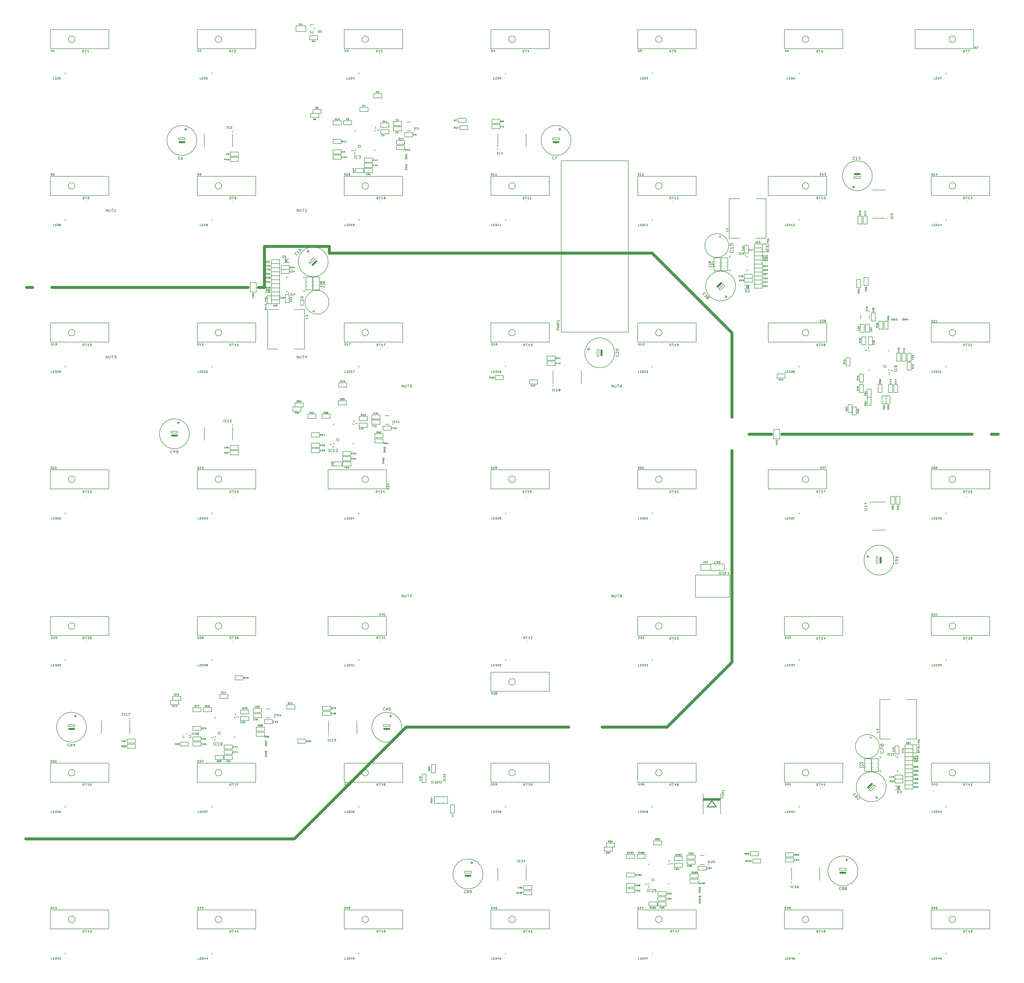
<source format=gto>
G75*
%MOIN*%
%OFA0B0*%
%FSLAX24Y24*%
%IPPOS*%
%LPD*%
%AMOC8*
5,1,8,0,0,1.08239X$1,22.5*
%
%ADD10C,0.0400*%
%ADD11C,0.0079*%
%ADD12C,0.0060*%
%ADD13C,0.0050*%
%ADD14C,0.0070*%
%ADD15C,0.0100*%
%ADD16R,0.0900X0.0250*%
%ADD17R,0.0250X0.0900*%
%ADD18C,0.0080*%
%ADD19C,0.0120*%
%ADD20R,0.2380X0.0340*%
%ADD21R,0.0060X0.0160*%
D10*
X001879Y022579D02*
X037879Y022579D01*
X052879Y037579D01*
X074679Y037579D01*
X079179Y037579D02*
X087879Y037579D01*
X096579Y046279D01*
X096579Y074679D01*
X098879Y076879D02*
X101879Y076879D01*
X103279Y076879D02*
X128779Y076879D01*
X131379Y076879D02*
X132279Y076879D01*
X096579Y079179D02*
X096579Y090479D01*
X085879Y101179D01*
X042579Y101179D01*
X042579Y102079D01*
X033879Y102079D01*
X033879Y096579D01*
X033079Y096579D01*
X031679Y096579D02*
X005379Y096579D01*
X002779Y096579D02*
X001979Y096579D01*
D11*
X007119Y105622D02*
X007121Y105634D01*
X007126Y105645D01*
X007135Y105654D01*
X007146Y105659D01*
X007158Y105661D01*
X007170Y105659D01*
X007181Y105654D01*
X007190Y105645D01*
X007195Y105634D01*
X007197Y105622D01*
X007195Y105610D01*
X007190Y105599D01*
X007181Y105590D01*
X007170Y105585D01*
X007158Y105583D01*
X007146Y105585D01*
X007135Y105590D01*
X007126Y105599D01*
X007121Y105610D01*
X007119Y105622D01*
X007119Y085937D02*
X007121Y085949D01*
X007126Y085960D01*
X007135Y085969D01*
X007146Y085974D01*
X007158Y085976D01*
X007170Y085974D01*
X007181Y085969D01*
X007190Y085960D01*
X007195Y085949D01*
X007197Y085937D01*
X007195Y085925D01*
X007190Y085914D01*
X007181Y085905D01*
X007170Y085900D01*
X007158Y085898D01*
X007146Y085900D01*
X007135Y085905D01*
X007126Y085914D01*
X007121Y085925D01*
X007119Y085937D01*
X007119Y066252D02*
X007121Y066264D01*
X007126Y066275D01*
X007135Y066284D01*
X007146Y066289D01*
X007158Y066291D01*
X007170Y066289D01*
X007181Y066284D01*
X007190Y066275D01*
X007195Y066264D01*
X007197Y066252D01*
X007195Y066240D01*
X007190Y066229D01*
X007181Y066220D01*
X007170Y066215D01*
X007158Y066213D01*
X007146Y066215D01*
X007135Y066220D01*
X007126Y066229D01*
X007121Y066240D01*
X007119Y066252D01*
X025819Y076056D02*
X025819Y077788D01*
X029599Y077788D02*
X029599Y076056D01*
X029572Y078087D02*
X029574Y078098D01*
X029579Y078108D01*
X029588Y078116D01*
X029598Y078121D01*
X029610Y078122D01*
X029621Y078119D01*
X029631Y078113D01*
X029638Y078104D01*
X029642Y078093D01*
X029642Y078081D01*
X029638Y078070D01*
X029631Y078061D01*
X029621Y078055D01*
X029610Y078052D01*
X029598Y078053D01*
X029588Y078058D01*
X029579Y078066D01*
X029574Y078076D01*
X029572Y078087D01*
X026804Y085937D02*
X026806Y085949D01*
X026811Y085960D01*
X026820Y085969D01*
X026831Y085974D01*
X026843Y085976D01*
X026855Y085974D01*
X026866Y085969D01*
X026875Y085960D01*
X026880Y085949D01*
X026882Y085937D01*
X026880Y085925D01*
X026875Y085914D01*
X026866Y085905D01*
X026855Y085900D01*
X026843Y085898D01*
X026831Y085900D01*
X026820Y085905D01*
X026811Y085914D01*
X026806Y085925D01*
X026804Y085937D01*
X042604Y075544D02*
X042959Y075544D01*
X043116Y075701D02*
X043274Y075544D01*
X043116Y075386D02*
X043116Y075032D01*
X043545Y076134D02*
X043547Y076159D01*
X043553Y076183D01*
X043562Y076206D01*
X043574Y076227D01*
X043590Y076246D01*
X043609Y076263D01*
X043630Y076276D01*
X043652Y076286D01*
X043676Y076293D01*
X043701Y076296D01*
X043726Y076295D01*
X043750Y076290D01*
X043773Y076282D01*
X043795Y076270D01*
X043815Y076255D01*
X043832Y076237D01*
X043846Y076217D01*
X043857Y076195D01*
X043865Y076171D01*
X043869Y076146D01*
X043869Y076122D01*
X043865Y076097D01*
X043857Y076073D01*
X043846Y076051D01*
X043832Y076031D01*
X043815Y076013D01*
X043795Y075998D01*
X043773Y075986D01*
X043750Y075978D01*
X043726Y075973D01*
X043701Y075972D01*
X043676Y075975D01*
X043652Y075982D01*
X043630Y075992D01*
X043609Y076005D01*
X043590Y076022D01*
X043574Y076041D01*
X043562Y076062D01*
X043553Y076085D01*
X043547Y076109D01*
X043545Y076134D01*
X043116Y078142D02*
X043274Y078300D01*
X045715Y078300D02*
X045872Y078142D01*
X046030Y078300D02*
X046384Y078300D01*
X045872Y078457D02*
X045872Y078811D01*
X045872Y075701D02*
X045715Y075544D01*
X050048Y078189D02*
X050600Y078189D01*
X051072Y078228D02*
X051074Y078240D01*
X051079Y078251D01*
X051088Y078260D01*
X051099Y078265D01*
X051111Y078267D01*
X051123Y078265D01*
X051134Y078260D01*
X051143Y078251D01*
X051148Y078240D01*
X051150Y078228D01*
X051148Y078216D01*
X051143Y078205D01*
X051134Y078196D01*
X051123Y078191D01*
X051111Y078189D01*
X051099Y078191D01*
X051088Y078196D01*
X051079Y078205D01*
X051074Y078216D01*
X051072Y078228D01*
X050600Y079370D02*
X050048Y079370D01*
X046489Y085937D02*
X046491Y085949D01*
X046496Y085960D01*
X046505Y085969D01*
X046516Y085974D01*
X046528Y085976D01*
X046540Y085974D01*
X046551Y085969D01*
X046560Y085960D01*
X046565Y085949D01*
X046567Y085937D01*
X046565Y085925D01*
X046560Y085914D01*
X046551Y085905D01*
X046540Y085900D01*
X046528Y085898D01*
X046516Y085900D01*
X046505Y085905D01*
X046496Y085914D01*
X046491Y085925D01*
X046489Y085937D01*
X046489Y066252D02*
X046491Y066264D01*
X046496Y066275D01*
X046505Y066284D01*
X046516Y066289D01*
X046528Y066291D01*
X046540Y066289D01*
X046551Y066284D01*
X046560Y066275D01*
X046565Y066264D01*
X046567Y066252D01*
X046565Y066240D01*
X046560Y066229D01*
X046551Y066220D01*
X046540Y066215D01*
X046528Y066213D01*
X046516Y066215D01*
X046505Y066220D01*
X046496Y066229D01*
X046491Y066240D01*
X046489Y066252D01*
X026804Y066252D02*
X026806Y066264D01*
X026811Y066275D01*
X026820Y066284D01*
X026831Y066289D01*
X026843Y066291D01*
X026855Y066289D01*
X026866Y066284D01*
X026875Y066275D01*
X026880Y066264D01*
X026882Y066252D01*
X026880Y066240D01*
X026875Y066229D01*
X026866Y066220D01*
X026855Y066215D01*
X026843Y066213D01*
X026831Y066215D01*
X026820Y066220D01*
X026811Y066229D01*
X026806Y066240D01*
X026804Y066252D01*
X026804Y046567D02*
X026806Y046579D01*
X026811Y046590D01*
X026820Y046599D01*
X026831Y046604D01*
X026843Y046606D01*
X026855Y046604D01*
X026866Y046599D01*
X026875Y046590D01*
X026880Y046579D01*
X026882Y046567D01*
X026880Y046555D01*
X026875Y046544D01*
X026866Y046535D01*
X026855Y046530D01*
X026843Y046528D01*
X026831Y046530D01*
X026820Y046535D01*
X026811Y046544D01*
X026806Y046555D01*
X026804Y046567D01*
X027374Y038930D02*
X027216Y038772D01*
X027645Y036764D02*
X027647Y036789D01*
X027653Y036813D01*
X027662Y036836D01*
X027674Y036857D01*
X027690Y036876D01*
X027709Y036893D01*
X027730Y036906D01*
X027752Y036916D01*
X027776Y036923D01*
X027801Y036926D01*
X027826Y036925D01*
X027850Y036920D01*
X027873Y036912D01*
X027895Y036900D01*
X027915Y036885D01*
X027932Y036867D01*
X027946Y036847D01*
X027957Y036825D01*
X027965Y036801D01*
X027969Y036776D01*
X027969Y036752D01*
X027965Y036727D01*
X027957Y036703D01*
X027946Y036681D01*
X027932Y036661D01*
X027915Y036643D01*
X027895Y036628D01*
X027873Y036616D01*
X027850Y036608D01*
X027826Y036603D01*
X027801Y036602D01*
X027776Y036605D01*
X027752Y036612D01*
X027730Y036622D01*
X027709Y036635D01*
X027690Y036652D01*
X027674Y036671D01*
X027662Y036692D01*
X027653Y036715D01*
X027647Y036739D01*
X027645Y036764D01*
X027216Y036331D02*
X027374Y036174D01*
X027216Y036016D02*
X027216Y035662D01*
X027059Y036174D02*
X026704Y036174D01*
X024011Y036163D02*
X024011Y036478D01*
X023822Y036454D02*
X023824Y036465D01*
X023829Y036475D01*
X023838Y036483D01*
X023848Y036488D01*
X023860Y036489D01*
X023871Y036486D01*
X023881Y036480D01*
X023888Y036471D01*
X023892Y036460D01*
X023892Y036448D01*
X023888Y036437D01*
X023881Y036428D01*
X023871Y036422D01*
X023860Y036419D01*
X023848Y036420D01*
X023838Y036425D01*
X023829Y036433D01*
X023824Y036443D01*
X023822Y036454D01*
X023578Y036596D02*
X023385Y036596D01*
X022948Y036478D02*
X022948Y036163D01*
X023204Y036163D01*
X023755Y036163D02*
X024011Y036163D01*
X029815Y036174D02*
X029972Y036331D01*
X029972Y038772D02*
X029815Y038930D01*
X029972Y039087D02*
X029972Y039441D01*
X030130Y038930D02*
X030484Y038930D01*
X034148Y038819D02*
X034700Y038819D01*
X035172Y038858D02*
X035174Y038870D01*
X035179Y038881D01*
X035188Y038890D01*
X035199Y038895D01*
X035211Y038897D01*
X035223Y038895D01*
X035234Y038890D01*
X035243Y038881D01*
X035248Y038870D01*
X035250Y038858D01*
X035248Y038846D01*
X035243Y038835D01*
X035234Y038826D01*
X035223Y038821D01*
X035211Y038819D01*
X035199Y038821D01*
X035188Y038826D01*
X035179Y038835D01*
X035174Y038846D01*
X035172Y038858D01*
X034700Y040000D02*
X034148Y040000D01*
X042489Y038418D02*
X042489Y036685D01*
X042446Y036386D02*
X042448Y036397D01*
X042453Y036407D01*
X042462Y036415D01*
X042472Y036420D01*
X042484Y036421D01*
X042495Y036418D01*
X042505Y036412D01*
X042512Y036403D01*
X042516Y036392D01*
X042516Y036380D01*
X042512Y036369D01*
X042505Y036360D01*
X042495Y036354D01*
X042484Y036351D01*
X042472Y036352D01*
X042462Y036357D01*
X042453Y036365D01*
X042448Y036375D01*
X042446Y036386D01*
X046269Y036685D02*
X046269Y038418D01*
X046489Y046567D02*
X046491Y046579D01*
X046496Y046590D01*
X046505Y046599D01*
X046516Y046604D01*
X046528Y046606D01*
X046540Y046604D01*
X046551Y046599D01*
X046560Y046590D01*
X046565Y046579D01*
X046567Y046567D01*
X046565Y046555D01*
X046560Y046544D01*
X046551Y046535D01*
X046540Y046530D01*
X046528Y046528D01*
X046516Y046530D01*
X046505Y046535D01*
X046496Y046544D01*
X046491Y046555D01*
X046489Y046567D01*
X046489Y026882D02*
X046491Y026894D01*
X046496Y026905D01*
X046505Y026914D01*
X046516Y026919D01*
X046528Y026921D01*
X046540Y026919D01*
X046551Y026914D01*
X046560Y026905D01*
X046565Y026894D01*
X046567Y026882D01*
X046565Y026870D01*
X046560Y026859D01*
X046551Y026850D01*
X046540Y026845D01*
X046528Y026843D01*
X046516Y026845D01*
X046505Y026850D01*
X046496Y026859D01*
X046491Y026870D01*
X046489Y026882D01*
X026804Y026882D02*
X026806Y026894D01*
X026811Y026905D01*
X026820Y026914D01*
X026831Y026919D01*
X026843Y026921D01*
X026855Y026919D01*
X026866Y026914D01*
X026875Y026905D01*
X026880Y026894D01*
X026882Y026882D01*
X026880Y026870D01*
X026875Y026859D01*
X026866Y026850D01*
X026855Y026845D01*
X026843Y026843D01*
X026831Y026845D01*
X026820Y026850D01*
X026811Y026859D01*
X026806Y026870D01*
X026804Y026882D01*
X015799Y036685D02*
X015799Y038418D01*
X015772Y038717D02*
X015774Y038728D01*
X015779Y038738D01*
X015788Y038746D01*
X015798Y038751D01*
X015810Y038752D01*
X015821Y038749D01*
X015831Y038743D01*
X015838Y038734D01*
X015842Y038723D01*
X015842Y038711D01*
X015838Y038700D01*
X015831Y038691D01*
X015821Y038685D01*
X015810Y038682D01*
X015798Y038683D01*
X015788Y038688D01*
X015779Y038696D01*
X015774Y038706D01*
X015772Y038717D01*
X012019Y038418D02*
X012019Y036685D01*
X007119Y026882D02*
X007121Y026894D01*
X007126Y026905D01*
X007135Y026914D01*
X007146Y026919D01*
X007158Y026921D01*
X007170Y026919D01*
X007181Y026914D01*
X007190Y026905D01*
X007195Y026894D01*
X007197Y026882D01*
X007195Y026870D01*
X007190Y026859D01*
X007181Y026850D01*
X007170Y026845D01*
X007158Y026843D01*
X007146Y026845D01*
X007135Y026850D01*
X007126Y026859D01*
X007121Y026870D01*
X007119Y026882D01*
X007119Y007197D02*
X007121Y007209D01*
X007126Y007220D01*
X007135Y007229D01*
X007146Y007234D01*
X007158Y007236D01*
X007170Y007234D01*
X007181Y007229D01*
X007190Y007220D01*
X007195Y007209D01*
X007197Y007197D01*
X007195Y007185D01*
X007190Y007174D01*
X007181Y007165D01*
X007170Y007160D01*
X007158Y007158D01*
X007146Y007160D01*
X007135Y007165D01*
X007126Y007174D01*
X007121Y007185D01*
X007119Y007197D01*
X026804Y007197D02*
X026806Y007209D01*
X026811Y007220D01*
X026820Y007229D01*
X026831Y007234D01*
X026843Y007236D01*
X026855Y007234D01*
X026866Y007229D01*
X026875Y007220D01*
X026880Y007209D01*
X026882Y007197D01*
X026880Y007185D01*
X026875Y007174D01*
X026866Y007165D01*
X026855Y007160D01*
X026843Y007158D01*
X026831Y007160D01*
X026820Y007165D01*
X026811Y007174D01*
X026806Y007185D01*
X026804Y007197D01*
X046489Y007197D02*
X046491Y007209D01*
X046496Y007220D01*
X046505Y007229D01*
X046516Y007234D01*
X046528Y007236D01*
X046540Y007234D01*
X046551Y007229D01*
X046560Y007220D01*
X046565Y007209D01*
X046567Y007197D01*
X046565Y007185D01*
X046560Y007174D01*
X046551Y007165D01*
X046540Y007160D01*
X046528Y007158D01*
X046516Y007160D01*
X046505Y007165D01*
X046496Y007174D01*
X046491Y007185D01*
X046489Y007197D01*
X065189Y017000D02*
X065189Y018733D01*
X068969Y018733D02*
X068969Y017000D01*
X068942Y019032D02*
X068944Y019043D01*
X068949Y019053D01*
X068958Y019061D01*
X068968Y019066D01*
X068980Y019067D01*
X068991Y019064D01*
X069001Y019058D01*
X069008Y019049D01*
X069012Y019038D01*
X069012Y019026D01*
X069008Y019015D01*
X069001Y019006D01*
X068991Y019000D01*
X068980Y018997D01*
X068968Y018998D01*
X068958Y019003D01*
X068949Y019011D01*
X068944Y019021D01*
X068942Y019032D01*
X066174Y026882D02*
X066176Y026894D01*
X066181Y026905D01*
X066190Y026914D01*
X066201Y026919D01*
X066213Y026921D01*
X066225Y026919D01*
X066236Y026914D01*
X066245Y026905D01*
X066250Y026894D01*
X066252Y026882D01*
X066250Y026870D01*
X066245Y026859D01*
X066236Y026850D01*
X066225Y026845D01*
X066213Y026843D01*
X066201Y026845D01*
X066190Y026850D01*
X066181Y026859D01*
X066176Y026870D01*
X066174Y026882D01*
X066174Y007197D02*
X066176Y007209D01*
X066181Y007220D01*
X066190Y007229D01*
X066201Y007234D01*
X066213Y007236D01*
X066225Y007234D01*
X066236Y007229D01*
X066245Y007220D01*
X066250Y007209D01*
X066252Y007197D01*
X066250Y007185D01*
X066245Y007174D01*
X066236Y007165D01*
X066225Y007160D01*
X066213Y007158D01*
X066201Y007160D01*
X066190Y007165D01*
X066181Y007174D01*
X066176Y007185D01*
X066174Y007197D01*
X084874Y016489D02*
X085229Y016489D01*
X085386Y016646D02*
X085544Y016489D01*
X085386Y016331D02*
X085386Y015977D01*
X085815Y017079D02*
X085817Y017104D01*
X085823Y017128D01*
X085832Y017151D01*
X085844Y017172D01*
X085860Y017191D01*
X085879Y017208D01*
X085900Y017221D01*
X085922Y017231D01*
X085946Y017238D01*
X085971Y017241D01*
X085996Y017240D01*
X086020Y017235D01*
X086043Y017227D01*
X086065Y017215D01*
X086085Y017200D01*
X086102Y017182D01*
X086116Y017162D01*
X086127Y017140D01*
X086135Y017116D01*
X086139Y017091D01*
X086139Y017067D01*
X086135Y017042D01*
X086127Y017018D01*
X086116Y016996D01*
X086102Y016976D01*
X086085Y016958D01*
X086065Y016943D01*
X086043Y016931D01*
X086020Y016923D01*
X085996Y016918D01*
X085971Y016917D01*
X085946Y016920D01*
X085922Y016927D01*
X085900Y016937D01*
X085879Y016950D01*
X085860Y016967D01*
X085844Y016986D01*
X085832Y017007D01*
X085823Y017030D01*
X085817Y017054D01*
X085815Y017079D01*
X085386Y019087D02*
X085544Y019244D01*
X087985Y019244D02*
X088142Y019087D01*
X088300Y019244D02*
X088654Y019244D01*
X088142Y019402D02*
X088142Y019756D01*
X088142Y016646D02*
X087985Y016489D01*
X092319Y019133D02*
X092870Y019133D01*
X093342Y019173D02*
X093344Y019185D01*
X093349Y019196D01*
X093358Y019205D01*
X093369Y019210D01*
X093381Y019212D01*
X093393Y019210D01*
X093404Y019205D01*
X093413Y019196D01*
X093418Y019185D01*
X093420Y019173D01*
X093418Y019161D01*
X093413Y019150D01*
X093404Y019141D01*
X093393Y019136D01*
X093381Y019134D01*
X093369Y019136D01*
X093358Y019141D01*
X093349Y019150D01*
X093344Y019161D01*
X093342Y019173D01*
X092870Y020315D02*
X092319Y020315D01*
X085859Y026882D02*
X085861Y026894D01*
X085866Y026905D01*
X085875Y026914D01*
X085886Y026919D01*
X085898Y026921D01*
X085910Y026919D01*
X085921Y026914D01*
X085930Y026905D01*
X085935Y026894D01*
X085937Y026882D01*
X085935Y026870D01*
X085930Y026859D01*
X085921Y026850D01*
X085910Y026845D01*
X085898Y026843D01*
X085886Y026845D01*
X085875Y026850D01*
X085866Y026859D01*
X085861Y026870D01*
X085859Y026882D01*
X085859Y007197D02*
X085861Y007209D01*
X085866Y007220D01*
X085875Y007229D01*
X085886Y007234D01*
X085898Y007236D01*
X085910Y007234D01*
X085921Y007229D01*
X085930Y007220D01*
X085935Y007209D01*
X085937Y007197D01*
X085935Y007185D01*
X085930Y007174D01*
X085921Y007165D01*
X085910Y007160D01*
X085898Y007158D01*
X085886Y007160D01*
X085875Y007165D01*
X085866Y007174D01*
X085861Y007185D01*
X085859Y007197D01*
X104517Y016701D02*
X104519Y016712D01*
X104524Y016722D01*
X104533Y016730D01*
X104543Y016735D01*
X104555Y016736D01*
X104566Y016733D01*
X104576Y016727D01*
X104583Y016718D01*
X104587Y016707D01*
X104587Y016695D01*
X104583Y016684D01*
X104576Y016675D01*
X104566Y016669D01*
X104555Y016666D01*
X104543Y016667D01*
X104533Y016672D01*
X104524Y016680D01*
X104519Y016690D01*
X104517Y016701D01*
X104559Y017000D02*
X104559Y018733D01*
X108339Y018733D02*
X108339Y017000D01*
X105544Y007197D02*
X105546Y007209D01*
X105551Y007220D01*
X105560Y007229D01*
X105571Y007234D01*
X105583Y007236D01*
X105595Y007234D01*
X105606Y007229D01*
X105615Y007220D01*
X105620Y007209D01*
X105622Y007197D01*
X105620Y007185D01*
X105615Y007174D01*
X105606Y007165D01*
X105595Y007160D01*
X105583Y007158D01*
X105571Y007160D01*
X105560Y007165D01*
X105551Y007174D01*
X105546Y007185D01*
X105544Y007197D01*
X105544Y026882D02*
X105546Y026894D01*
X105551Y026905D01*
X105560Y026914D01*
X105571Y026919D01*
X105583Y026921D01*
X105595Y026919D01*
X105606Y026914D01*
X105615Y026905D01*
X105620Y026894D01*
X105622Y026882D01*
X105620Y026870D01*
X105615Y026859D01*
X105606Y026850D01*
X105595Y026845D01*
X105583Y026843D01*
X105571Y026845D01*
X105560Y026850D01*
X105551Y026859D01*
X105546Y026870D01*
X105544Y026882D01*
X105544Y046567D02*
X105546Y046579D01*
X105551Y046590D01*
X105560Y046599D01*
X105571Y046604D01*
X105583Y046606D01*
X105595Y046604D01*
X105606Y046599D01*
X105615Y046590D01*
X105620Y046579D01*
X105622Y046567D01*
X105620Y046555D01*
X105615Y046544D01*
X105606Y046535D01*
X105595Y046530D01*
X105583Y046528D01*
X105571Y046530D01*
X105560Y046535D01*
X105551Y046544D01*
X105546Y046555D01*
X105544Y046567D01*
X115426Y063989D02*
X117158Y063989D01*
X117158Y067769D02*
X115426Y067769D01*
X115091Y067777D02*
X115093Y067788D01*
X115098Y067798D01*
X115107Y067806D01*
X115117Y067811D01*
X115129Y067812D01*
X115140Y067809D01*
X115150Y067803D01*
X115157Y067794D01*
X115161Y067783D01*
X115161Y067771D01*
X115157Y067760D01*
X115150Y067751D01*
X115140Y067745D01*
X115129Y067742D01*
X115117Y067743D01*
X115107Y067748D01*
X115098Y067756D01*
X115093Y067766D01*
X115091Y067777D01*
X105544Y066252D02*
X105546Y066264D01*
X105551Y066275D01*
X105560Y066284D01*
X105571Y066289D01*
X105583Y066291D01*
X105595Y066289D01*
X105606Y066284D01*
X105615Y066275D01*
X105620Y066264D01*
X105622Y066252D01*
X105620Y066240D01*
X105615Y066229D01*
X105606Y066220D01*
X105595Y066215D01*
X105583Y066213D01*
X105571Y066215D01*
X105560Y066220D01*
X105551Y066229D01*
X105546Y066240D01*
X105544Y066252D01*
X117670Y084874D02*
X117670Y085229D01*
X117827Y085386D02*
X118181Y085386D01*
X117670Y085544D02*
X117512Y085386D01*
X116917Y085977D02*
X116919Y086002D01*
X116925Y086026D01*
X116934Y086049D01*
X116946Y086070D01*
X116962Y086089D01*
X116981Y086106D01*
X117002Y086119D01*
X117024Y086129D01*
X117048Y086136D01*
X117073Y086139D01*
X117098Y086138D01*
X117122Y086133D01*
X117145Y086125D01*
X117167Y086113D01*
X117187Y086098D01*
X117204Y086080D01*
X117218Y086060D01*
X117229Y086038D01*
X117237Y086014D01*
X117241Y085989D01*
X117241Y085965D01*
X117237Y085940D01*
X117229Y085916D01*
X117218Y085894D01*
X117204Y085874D01*
X117187Y085856D01*
X117167Y085841D01*
X117145Y085829D01*
X117122Y085821D01*
X117098Y085816D01*
X117073Y085815D01*
X117048Y085818D01*
X117024Y085825D01*
X117002Y085835D01*
X116981Y085848D01*
X116962Y085865D01*
X116946Y085884D01*
X116934Y085905D01*
X116925Y085928D01*
X116919Y085952D01*
X116917Y085977D01*
X115071Y085386D02*
X114914Y085544D01*
X114914Y087985D02*
X115071Y088142D01*
X114914Y088300D02*
X114914Y088654D01*
X114756Y088142D02*
X114402Y088142D01*
X117512Y088142D02*
X117670Y087985D01*
X115025Y092319D02*
X115025Y092870D01*
X114946Y093381D02*
X114948Y093393D01*
X114953Y093404D01*
X114962Y093413D01*
X114973Y093418D01*
X114985Y093420D01*
X114997Y093418D01*
X115008Y093413D01*
X115017Y093404D01*
X115022Y093393D01*
X115024Y093381D01*
X115022Y093369D01*
X115017Y093358D01*
X115008Y093349D01*
X114997Y093344D01*
X114985Y093342D01*
X114973Y093344D01*
X114962Y093349D01*
X114953Y093358D01*
X114948Y093369D01*
X114946Y093381D01*
X113844Y092870D02*
X113844Y092319D01*
X105544Y085937D02*
X105546Y085949D01*
X105551Y085960D01*
X105560Y085969D01*
X105571Y085974D01*
X105583Y085976D01*
X105595Y085974D01*
X105606Y085969D01*
X105615Y085960D01*
X105620Y085949D01*
X105622Y085937D01*
X105620Y085925D01*
X105615Y085914D01*
X105606Y085905D01*
X105595Y085900D01*
X105583Y085898D01*
X105571Y085900D01*
X105560Y085905D01*
X105551Y085914D01*
X105546Y085925D01*
X105544Y085937D01*
X085859Y085937D02*
X085861Y085949D01*
X085866Y085960D01*
X085875Y085969D01*
X085886Y085974D01*
X085898Y085976D01*
X085910Y085974D01*
X085921Y085969D01*
X085930Y085960D01*
X085935Y085949D01*
X085937Y085937D01*
X085935Y085925D01*
X085930Y085914D01*
X085921Y085905D01*
X085910Y085900D01*
X085898Y085898D01*
X085886Y085900D01*
X085875Y085905D01*
X085866Y085914D01*
X085861Y085925D01*
X085859Y085937D01*
X076369Y085388D02*
X076369Y083656D01*
X072589Y083656D02*
X072589Y085388D01*
X072546Y083356D02*
X072548Y083367D01*
X072553Y083377D01*
X072562Y083385D01*
X072572Y083390D01*
X072584Y083391D01*
X072595Y083388D01*
X072605Y083382D01*
X072612Y083373D01*
X072616Y083362D01*
X072616Y083350D01*
X072612Y083339D01*
X072605Y083330D01*
X072595Y083324D01*
X072584Y083321D01*
X072572Y083322D01*
X072562Y083327D01*
X072553Y083335D01*
X072548Y083345D01*
X072546Y083356D01*
X066174Y085937D02*
X066176Y085949D01*
X066181Y085960D01*
X066190Y085969D01*
X066201Y085974D01*
X066213Y085976D01*
X066225Y085974D01*
X066236Y085969D01*
X066245Y085960D01*
X066250Y085949D01*
X066252Y085937D01*
X066250Y085925D01*
X066245Y085914D01*
X066236Y085905D01*
X066225Y085900D01*
X066213Y085898D01*
X066201Y085900D01*
X066190Y085905D01*
X066181Y085914D01*
X066176Y085925D01*
X066174Y085937D01*
X066174Y066252D02*
X066176Y066264D01*
X066181Y066275D01*
X066190Y066284D01*
X066201Y066289D01*
X066213Y066291D01*
X066225Y066289D01*
X066236Y066284D01*
X066245Y066275D01*
X066250Y066264D01*
X066252Y066252D01*
X066250Y066240D01*
X066245Y066229D01*
X066236Y066220D01*
X066225Y066215D01*
X066213Y066213D01*
X066201Y066215D01*
X066190Y066220D01*
X066181Y066229D01*
X066176Y066240D01*
X066174Y066252D01*
X066174Y046567D02*
X066176Y046579D01*
X066181Y046590D01*
X066190Y046599D01*
X066201Y046604D01*
X066213Y046606D01*
X066225Y046604D01*
X066236Y046599D01*
X066245Y046590D01*
X066250Y046579D01*
X066252Y046567D01*
X066250Y046555D01*
X066245Y046544D01*
X066236Y046535D01*
X066225Y046530D01*
X066213Y046528D01*
X066201Y046530D01*
X066190Y046535D01*
X066181Y046544D01*
X066176Y046555D01*
X066174Y046567D01*
X085859Y046567D02*
X085861Y046579D01*
X085866Y046590D01*
X085875Y046599D01*
X085886Y046604D01*
X085898Y046606D01*
X085910Y046604D01*
X085921Y046599D01*
X085930Y046590D01*
X085935Y046579D01*
X085937Y046567D01*
X085935Y046555D01*
X085930Y046544D01*
X085921Y046535D01*
X085910Y046530D01*
X085898Y046528D01*
X085886Y046530D01*
X085875Y046535D01*
X085866Y046544D01*
X085861Y046555D01*
X085859Y046567D01*
X085859Y066252D02*
X085861Y066264D01*
X085866Y066275D01*
X085875Y066284D01*
X085886Y066289D01*
X085898Y066291D01*
X085910Y066289D01*
X085921Y066284D01*
X085930Y066275D01*
X085935Y066264D01*
X085937Y066252D01*
X085935Y066240D01*
X085930Y066229D01*
X085921Y066220D01*
X085910Y066215D01*
X085898Y066213D01*
X085886Y066215D01*
X085875Y066220D01*
X085866Y066229D01*
X085861Y066240D01*
X085859Y066252D01*
X085859Y105622D02*
X085861Y105634D01*
X085866Y105645D01*
X085875Y105654D01*
X085886Y105659D01*
X085898Y105661D01*
X085910Y105659D01*
X085921Y105654D01*
X085930Y105645D01*
X085935Y105634D01*
X085937Y105622D01*
X085935Y105610D01*
X085930Y105599D01*
X085921Y105590D01*
X085910Y105585D01*
X085898Y105583D01*
X085886Y105585D01*
X085875Y105590D01*
X085866Y105599D01*
X085861Y105610D01*
X085859Y105622D01*
X068969Y115426D02*
X068969Y117158D01*
X065189Y117158D02*
X065189Y115426D01*
X065146Y115126D02*
X065148Y115137D01*
X065153Y115147D01*
X065162Y115155D01*
X065172Y115160D01*
X065184Y115161D01*
X065195Y115158D01*
X065205Y115152D01*
X065212Y115143D01*
X065216Y115132D01*
X065216Y115120D01*
X065212Y115109D01*
X065205Y115100D01*
X065195Y115094D01*
X065184Y115091D01*
X065172Y115092D01*
X065162Y115097D01*
X065153Y115105D01*
X065148Y115115D01*
X065146Y115126D01*
X066174Y105622D02*
X066176Y105634D01*
X066181Y105645D01*
X066190Y105654D01*
X066201Y105659D01*
X066213Y105661D01*
X066225Y105659D01*
X066236Y105654D01*
X066245Y105645D01*
X066250Y105634D01*
X066252Y105622D01*
X066250Y105610D01*
X066245Y105599D01*
X066236Y105590D01*
X066225Y105585D01*
X066213Y105583D01*
X066201Y105585D01*
X066190Y105590D01*
X066181Y105599D01*
X066176Y105610D01*
X066174Y105622D01*
X053972Y117598D02*
X053974Y117610D01*
X053979Y117621D01*
X053988Y117630D01*
X053999Y117635D01*
X054011Y117637D01*
X054023Y117635D01*
X054034Y117630D01*
X054043Y117621D01*
X054048Y117610D01*
X054050Y117598D01*
X054048Y117586D01*
X054043Y117575D01*
X054034Y117566D01*
X054023Y117561D01*
X054011Y117559D01*
X053999Y117561D01*
X053988Y117566D01*
X053979Y117575D01*
X053974Y117586D01*
X053972Y117598D01*
X053500Y117559D02*
X052948Y117559D01*
X052948Y118740D02*
X053500Y118740D01*
X049284Y117670D02*
X048930Y117670D01*
X048772Y117827D02*
X048772Y118181D01*
X048615Y117670D02*
X048772Y117512D01*
X048772Y115071D02*
X048615Y114914D01*
X046445Y115504D02*
X046447Y115529D01*
X046453Y115553D01*
X046462Y115576D01*
X046474Y115597D01*
X046490Y115616D01*
X046509Y115633D01*
X046530Y115646D01*
X046552Y115656D01*
X046576Y115663D01*
X046601Y115666D01*
X046626Y115665D01*
X046650Y115660D01*
X046673Y115652D01*
X046695Y115640D01*
X046715Y115625D01*
X046732Y115607D01*
X046746Y115587D01*
X046757Y115565D01*
X046765Y115541D01*
X046769Y115516D01*
X046769Y115492D01*
X046765Y115467D01*
X046757Y115443D01*
X046746Y115421D01*
X046732Y115401D01*
X046715Y115383D01*
X046695Y115368D01*
X046673Y115356D01*
X046650Y115348D01*
X046626Y115343D01*
X046601Y115342D01*
X046576Y115345D01*
X046552Y115352D01*
X046530Y115362D01*
X046509Y115375D01*
X046490Y115392D01*
X046474Y115411D01*
X046462Y115432D01*
X046453Y115455D01*
X046447Y115479D01*
X046445Y115504D01*
X046016Y115071D02*
X046174Y114914D01*
X046016Y114756D02*
X046016Y114402D01*
X045859Y114914D02*
X045504Y114914D01*
X046016Y117512D02*
X046174Y117670D01*
X046489Y125307D02*
X046491Y125319D01*
X046496Y125330D01*
X046505Y125339D01*
X046516Y125344D01*
X046528Y125346D01*
X046540Y125344D01*
X046551Y125339D01*
X046560Y125330D01*
X046565Y125319D01*
X046567Y125307D01*
X046565Y125295D01*
X046560Y125284D01*
X046551Y125275D01*
X046540Y125270D01*
X046528Y125268D01*
X046516Y125270D01*
X046505Y125275D01*
X046496Y125284D01*
X046491Y125295D01*
X046489Y125307D01*
X029572Y117457D02*
X029574Y117468D01*
X029579Y117478D01*
X029588Y117486D01*
X029598Y117491D01*
X029610Y117492D01*
X029621Y117489D01*
X029631Y117483D01*
X029638Y117474D01*
X029642Y117463D01*
X029642Y117451D01*
X029638Y117440D01*
X029631Y117431D01*
X029621Y117425D01*
X029610Y117422D01*
X029598Y117423D01*
X029588Y117428D01*
X029579Y117436D01*
X029574Y117446D01*
X029572Y117457D01*
X029599Y117158D02*
X029599Y115426D01*
X025819Y115426D02*
X025819Y117158D01*
X026804Y125307D02*
X026806Y125319D01*
X026811Y125330D01*
X026820Y125339D01*
X026831Y125344D01*
X026843Y125346D01*
X026855Y125344D01*
X026866Y125339D01*
X026875Y125330D01*
X026880Y125319D01*
X026882Y125307D01*
X026880Y125295D01*
X026875Y125284D01*
X026866Y125275D01*
X026855Y125270D01*
X026843Y125268D01*
X026831Y125270D01*
X026820Y125275D01*
X026811Y125284D01*
X026806Y125295D01*
X026804Y125307D01*
X007119Y125307D02*
X007121Y125319D01*
X007126Y125330D01*
X007135Y125339D01*
X007146Y125344D01*
X007158Y125346D01*
X007170Y125344D01*
X007181Y125339D01*
X007190Y125330D01*
X007195Y125319D01*
X007197Y125307D01*
X007195Y125295D01*
X007190Y125284D01*
X007181Y125275D01*
X007170Y125270D01*
X007158Y125268D01*
X007146Y125270D01*
X007135Y125275D01*
X007126Y125284D01*
X007121Y125295D01*
X007119Y125307D01*
X026804Y105622D02*
X026806Y105634D01*
X026811Y105645D01*
X026820Y105654D01*
X026831Y105659D01*
X026843Y105661D01*
X026855Y105659D01*
X026866Y105654D01*
X026875Y105645D01*
X026880Y105634D01*
X026882Y105622D01*
X026880Y105610D01*
X026875Y105599D01*
X026866Y105590D01*
X026855Y105585D01*
X026843Y105583D01*
X026831Y105585D01*
X026820Y105590D01*
X026811Y105599D01*
X026806Y105610D01*
X026804Y105622D01*
X046489Y105622D02*
X046491Y105634D01*
X046496Y105645D01*
X046505Y105654D01*
X046516Y105659D01*
X046528Y105661D01*
X046540Y105659D01*
X046551Y105654D01*
X046560Y105645D01*
X046565Y105634D01*
X046567Y105622D01*
X046565Y105610D01*
X046560Y105599D01*
X046551Y105590D01*
X046540Y105585D01*
X046528Y105583D01*
X046516Y105585D01*
X046505Y105590D01*
X046496Y105599D01*
X046491Y105610D01*
X046489Y105622D01*
X066174Y125307D02*
X066176Y125319D01*
X066181Y125330D01*
X066190Y125339D01*
X066201Y125344D01*
X066213Y125346D01*
X066225Y125344D01*
X066236Y125339D01*
X066245Y125330D01*
X066250Y125319D01*
X066252Y125307D01*
X066250Y125295D01*
X066245Y125284D01*
X066236Y125275D01*
X066225Y125270D01*
X066213Y125268D01*
X066201Y125270D01*
X066190Y125275D01*
X066181Y125284D01*
X066176Y125295D01*
X066174Y125307D01*
X085859Y125307D02*
X085861Y125319D01*
X085866Y125330D01*
X085875Y125339D01*
X085886Y125344D01*
X085898Y125346D01*
X085910Y125344D01*
X085921Y125339D01*
X085930Y125330D01*
X085935Y125319D01*
X085937Y125307D01*
X085935Y125295D01*
X085930Y125284D01*
X085921Y125275D01*
X085910Y125270D01*
X085898Y125268D01*
X085886Y125270D01*
X085875Y125275D01*
X085866Y125284D01*
X085861Y125295D01*
X085859Y125307D01*
X105544Y125307D02*
X105546Y125319D01*
X105551Y125330D01*
X105560Y125339D01*
X105571Y125344D01*
X105583Y125346D01*
X105595Y125344D01*
X105606Y125339D01*
X105615Y125330D01*
X105620Y125319D01*
X105622Y125307D01*
X105620Y125295D01*
X105615Y125284D01*
X105606Y125275D01*
X105595Y125270D01*
X105583Y125268D01*
X105571Y125270D01*
X105560Y125275D01*
X105551Y125284D01*
X105546Y125295D01*
X105544Y125307D01*
X115426Y109638D02*
X117158Y109638D01*
X117158Y105859D02*
X115426Y105859D01*
X117422Y105851D02*
X117424Y105862D01*
X117429Y105872D01*
X117438Y105880D01*
X117448Y105885D01*
X117460Y105886D01*
X117471Y105883D01*
X117481Y105877D01*
X117488Y105868D01*
X117492Y105857D01*
X117492Y105845D01*
X117488Y105834D01*
X117481Y105825D01*
X117471Y105819D01*
X117460Y105816D01*
X117448Y105817D01*
X117438Y105822D01*
X117429Y105830D01*
X117424Y105840D01*
X117422Y105851D01*
X125229Y105622D02*
X125231Y105634D01*
X125236Y105645D01*
X125245Y105654D01*
X125256Y105659D01*
X125268Y105661D01*
X125280Y105659D01*
X125291Y105654D01*
X125300Y105645D01*
X125305Y105634D01*
X125307Y105622D01*
X125305Y105610D01*
X125300Y105599D01*
X125291Y105590D01*
X125280Y105585D01*
X125268Y105583D01*
X125256Y105585D01*
X125245Y105590D01*
X125236Y105599D01*
X125231Y105610D01*
X125229Y105622D01*
X125229Y085937D02*
X125231Y085949D01*
X125236Y085960D01*
X125245Y085969D01*
X125256Y085974D01*
X125268Y085976D01*
X125280Y085974D01*
X125291Y085969D01*
X125300Y085960D01*
X125305Y085949D01*
X125307Y085937D01*
X125305Y085925D01*
X125300Y085914D01*
X125291Y085905D01*
X125280Y085900D01*
X125268Y085898D01*
X125256Y085900D01*
X125245Y085905D01*
X125236Y085914D01*
X125231Y085925D01*
X125229Y085937D01*
X125229Y066252D02*
X125231Y066264D01*
X125236Y066275D01*
X125245Y066284D01*
X125256Y066289D01*
X125268Y066291D01*
X125280Y066289D01*
X125291Y066284D01*
X125300Y066275D01*
X125305Y066264D01*
X125307Y066252D01*
X125305Y066240D01*
X125300Y066229D01*
X125291Y066220D01*
X125280Y066215D01*
X125268Y066213D01*
X125256Y066215D01*
X125245Y066220D01*
X125236Y066229D01*
X125231Y066240D01*
X125229Y066252D01*
X125229Y046567D02*
X125231Y046579D01*
X125236Y046590D01*
X125245Y046599D01*
X125256Y046604D01*
X125268Y046606D01*
X125280Y046604D01*
X125291Y046599D01*
X125300Y046590D01*
X125305Y046579D01*
X125307Y046567D01*
X125305Y046555D01*
X125300Y046544D01*
X125291Y046535D01*
X125280Y046530D01*
X125268Y046528D01*
X125256Y046530D01*
X125245Y046535D01*
X125236Y046544D01*
X125231Y046555D01*
X125229Y046567D01*
X125229Y026882D02*
X125231Y026894D01*
X125236Y026905D01*
X125245Y026914D01*
X125256Y026919D01*
X125268Y026921D01*
X125280Y026919D01*
X125291Y026914D01*
X125300Y026905D01*
X125305Y026894D01*
X125307Y026882D01*
X125305Y026870D01*
X125300Y026859D01*
X125291Y026850D01*
X125280Y026845D01*
X125268Y026843D01*
X125256Y026845D01*
X125245Y026850D01*
X125236Y026859D01*
X125231Y026870D01*
X125229Y026882D01*
X125229Y007197D02*
X125231Y007209D01*
X125236Y007220D01*
X125245Y007229D01*
X125256Y007234D01*
X125268Y007236D01*
X125280Y007234D01*
X125291Y007229D01*
X125300Y007220D01*
X125305Y007209D01*
X125307Y007197D01*
X125305Y007185D01*
X125300Y007174D01*
X125291Y007165D01*
X125280Y007160D01*
X125268Y007158D01*
X125256Y007160D01*
X125245Y007165D01*
X125236Y007174D01*
X125231Y007185D01*
X125229Y007197D01*
X105544Y105622D02*
X105546Y105634D01*
X105551Y105645D01*
X105560Y105654D01*
X105571Y105659D01*
X105583Y105661D01*
X105595Y105659D01*
X105606Y105654D01*
X105615Y105645D01*
X105620Y105634D01*
X105622Y105622D01*
X105620Y105610D01*
X105615Y105599D01*
X105606Y105590D01*
X105595Y105585D01*
X105583Y105583D01*
X105571Y105585D01*
X105560Y105590D01*
X105551Y105599D01*
X105546Y105610D01*
X105544Y105622D01*
X125229Y125307D02*
X125231Y125319D01*
X125236Y125330D01*
X125245Y125339D01*
X125256Y125344D01*
X125268Y125346D01*
X125280Y125344D01*
X125291Y125339D01*
X125300Y125330D01*
X125305Y125319D01*
X125307Y125307D01*
X125305Y125295D01*
X125300Y125284D01*
X125291Y125275D01*
X125280Y125270D01*
X125268Y125268D01*
X125256Y125270D01*
X125245Y125275D01*
X125236Y125284D01*
X125231Y125295D01*
X125229Y125307D01*
X007119Y046567D02*
X007121Y046579D01*
X007126Y046590D01*
X007135Y046599D01*
X007146Y046604D01*
X007158Y046606D01*
X007170Y046604D01*
X007181Y046599D01*
X007190Y046590D01*
X007195Y046579D01*
X007197Y046567D01*
X007195Y046555D01*
X007190Y046544D01*
X007181Y046535D01*
X007170Y046530D01*
X007158Y046528D01*
X007146Y046530D01*
X007135Y046535D01*
X007126Y046544D01*
X007121Y046555D01*
X007119Y046567D01*
D12*
X005447Y006402D02*
X005287Y006402D01*
X005287Y006643D01*
X005563Y006643D02*
X005563Y006402D01*
X005723Y006402D01*
X005839Y006402D02*
X005959Y006402D01*
X005999Y006442D01*
X005999Y006603D01*
X005959Y006643D01*
X005839Y006643D01*
X005839Y006402D01*
X005643Y006523D02*
X005563Y006523D01*
X005563Y006643D02*
X005723Y006643D01*
X006116Y006523D02*
X006276Y006523D01*
X006236Y006643D02*
X006116Y006523D01*
X006236Y006643D02*
X006236Y006402D01*
X006392Y006442D02*
X006432Y006402D01*
X006512Y006402D01*
X006552Y006442D01*
X006552Y006483D01*
X006512Y006523D01*
X006472Y006523D01*
X006512Y006523D02*
X006552Y006563D01*
X006552Y006603D01*
X006512Y006643D01*
X006432Y006643D01*
X006392Y006603D01*
X005939Y013172D02*
X005852Y013172D01*
X005809Y013215D01*
X005895Y013302D02*
X005939Y013302D01*
X005982Y013259D01*
X005982Y013215D01*
X005939Y013172D01*
X005939Y013302D02*
X005982Y013346D01*
X005982Y013389D01*
X005939Y013432D01*
X005852Y013432D01*
X005809Y013389D01*
X005688Y013302D02*
X005514Y013302D01*
X005644Y013432D01*
X005644Y013172D01*
X005393Y013215D02*
X005349Y013172D01*
X005263Y013172D01*
X005219Y013215D01*
X005263Y013302D02*
X005349Y013302D01*
X005393Y013259D01*
X005393Y013215D01*
X005263Y013302D02*
X005219Y013346D01*
X005219Y013389D01*
X005263Y013432D01*
X005349Y013432D01*
X005393Y013389D01*
X005287Y026087D02*
X005447Y026087D01*
X005563Y026087D02*
X005723Y026087D01*
X005839Y026087D02*
X005959Y026087D01*
X005999Y026128D01*
X005999Y026288D01*
X005959Y026328D01*
X005839Y026328D01*
X005839Y026087D01*
X005643Y026208D02*
X005563Y026208D01*
X005563Y026328D02*
X005563Y026087D01*
X005563Y026328D02*
X005723Y026328D01*
X006116Y026288D02*
X006156Y026328D01*
X006236Y026328D01*
X006276Y026288D01*
X006276Y026248D01*
X006236Y026208D01*
X006276Y026168D01*
X006276Y026128D01*
X006236Y026087D01*
X006156Y026087D01*
X006116Y026128D01*
X006196Y026208D02*
X006236Y026208D01*
X006392Y026208D02*
X006512Y026208D01*
X006552Y026168D01*
X006552Y026128D01*
X006512Y026087D01*
X006432Y026087D01*
X006392Y026128D01*
X006392Y026208D01*
X006472Y026288D01*
X006552Y026328D01*
X005287Y026328D02*
X005287Y026087D01*
X005263Y032857D02*
X005219Y032901D01*
X005263Y032857D02*
X005349Y032857D01*
X005393Y032901D01*
X005393Y032944D01*
X005349Y032987D01*
X005263Y032987D01*
X005219Y033031D01*
X005219Y033074D01*
X005263Y033117D01*
X005349Y033117D01*
X005393Y033074D01*
X005514Y033074D02*
X005557Y033117D01*
X005644Y033117D01*
X005688Y033074D01*
X005688Y033031D01*
X005644Y032987D01*
X005688Y032944D01*
X005688Y032901D01*
X005644Y032857D01*
X005557Y032857D01*
X005514Y032901D01*
X005601Y032987D02*
X005644Y032987D01*
X005809Y032987D02*
X005939Y032987D01*
X005982Y032944D01*
X005982Y032901D01*
X005939Y032857D01*
X005852Y032857D01*
X005809Y032901D01*
X005809Y032987D01*
X005895Y033074D01*
X005982Y033117D01*
X007568Y034999D02*
X007682Y034999D01*
X007738Y035055D01*
X007880Y035055D02*
X007937Y034999D01*
X008050Y034999D01*
X008107Y035055D01*
X008107Y035112D01*
X008050Y035169D01*
X007880Y035169D01*
X007880Y035055D01*
X007880Y035169D02*
X007993Y035282D01*
X008107Y035339D01*
X008248Y035169D02*
X008475Y035169D01*
X008418Y035339D02*
X008248Y035169D01*
X008418Y034999D02*
X008418Y035339D01*
X007738Y035282D02*
X007682Y035339D01*
X007568Y035339D01*
X007511Y035282D01*
X007511Y035055D01*
X007568Y034999D01*
X008004Y037141D02*
X008004Y037302D01*
X006004Y037552D02*
X006006Y037641D01*
X006012Y037730D01*
X006022Y037819D01*
X006036Y037907D01*
X006053Y037994D01*
X006075Y038080D01*
X006101Y038166D01*
X006130Y038250D01*
X006163Y038333D01*
X006199Y038414D01*
X006240Y038494D01*
X006283Y038571D01*
X006330Y038647D01*
X006381Y038720D01*
X006434Y038791D01*
X006491Y038860D01*
X006551Y038926D01*
X006614Y038990D01*
X006679Y039050D01*
X006747Y039108D01*
X006818Y039162D01*
X006891Y039213D01*
X006966Y039261D01*
X007043Y039306D01*
X007122Y039347D01*
X007203Y039384D01*
X007285Y039418D01*
X007369Y039449D01*
X007454Y039475D01*
X007540Y039498D01*
X007627Y039516D01*
X007715Y039531D01*
X007804Y039542D01*
X007893Y039549D01*
X007982Y039552D01*
X008071Y039551D01*
X008160Y039546D01*
X008248Y039537D01*
X008337Y039524D01*
X008424Y039507D01*
X008511Y039487D01*
X008597Y039462D01*
X008681Y039434D01*
X008764Y039402D01*
X008846Y039366D01*
X008926Y039327D01*
X009004Y039284D01*
X009080Y039238D01*
X009154Y039188D01*
X009226Y039135D01*
X009295Y039079D01*
X009362Y039020D01*
X009426Y038958D01*
X009487Y038894D01*
X009546Y038826D01*
X009601Y038756D01*
X009653Y038684D01*
X009702Y038609D01*
X009747Y038533D01*
X009789Y038454D01*
X009827Y038374D01*
X009862Y038292D01*
X009893Y038208D01*
X009921Y038123D01*
X009944Y038037D01*
X009964Y037950D01*
X009980Y037863D01*
X009992Y037774D01*
X010000Y037686D01*
X010004Y037597D01*
X010004Y037507D01*
X010000Y037418D01*
X009992Y037330D01*
X009980Y037241D01*
X009964Y037154D01*
X009944Y037067D01*
X009921Y036981D01*
X009893Y036896D01*
X009862Y036812D01*
X009827Y036730D01*
X009789Y036650D01*
X009747Y036571D01*
X009702Y036495D01*
X009653Y036420D01*
X009601Y036348D01*
X009546Y036278D01*
X009487Y036210D01*
X009426Y036146D01*
X009362Y036084D01*
X009295Y036025D01*
X009226Y035969D01*
X009154Y035916D01*
X009080Y035866D01*
X009004Y035820D01*
X008926Y035777D01*
X008846Y035738D01*
X008764Y035702D01*
X008681Y035670D01*
X008597Y035642D01*
X008511Y035617D01*
X008424Y035597D01*
X008337Y035580D01*
X008248Y035567D01*
X008160Y035558D01*
X008071Y035553D01*
X007982Y035552D01*
X007893Y035555D01*
X007804Y035562D01*
X007715Y035573D01*
X007627Y035588D01*
X007540Y035606D01*
X007454Y035629D01*
X007369Y035655D01*
X007285Y035686D01*
X007203Y035720D01*
X007122Y035757D01*
X007043Y035798D01*
X006966Y035843D01*
X006891Y035891D01*
X006818Y035942D01*
X006747Y035996D01*
X006679Y036054D01*
X006614Y036114D01*
X006551Y036178D01*
X006491Y036244D01*
X006434Y036313D01*
X006381Y036384D01*
X006330Y036457D01*
X006283Y036533D01*
X006240Y036610D01*
X006199Y036690D01*
X006163Y036771D01*
X006130Y036854D01*
X006101Y036938D01*
X006075Y037024D01*
X006053Y037110D01*
X006036Y037197D01*
X006022Y037285D01*
X006012Y037374D01*
X006006Y037463D01*
X006004Y037552D01*
X007554Y037652D02*
X008454Y037652D01*
X008454Y037902D01*
X008004Y037902D01*
X007554Y037902D01*
X007554Y037652D01*
X008004Y037902D02*
X008004Y037962D01*
X015484Y035979D02*
X015484Y035439D01*
X016564Y035439D01*
X016564Y035979D01*
X015484Y035979D01*
X015484Y035279D02*
X016564Y035279D01*
X016564Y034739D01*
X015484Y034739D01*
X015484Y035279D01*
X021283Y040609D02*
X021283Y041149D01*
X022363Y041149D01*
X022363Y040609D01*
X021283Y040609D01*
X021581Y041152D02*
X021581Y041692D01*
X022661Y041692D01*
X022661Y041152D01*
X021581Y041152D01*
X024284Y040179D02*
X024284Y039639D01*
X025364Y039639D01*
X025364Y040179D01*
X024284Y040179D01*
X025692Y040184D02*
X025692Y039644D01*
X026772Y039644D01*
X026772Y040184D01*
X025692Y040184D01*
X027884Y041439D02*
X027884Y041979D01*
X028964Y041979D01*
X028964Y041439D01*
X027884Y041439D01*
X030684Y039879D02*
X030684Y039339D01*
X031764Y039339D01*
X031764Y039879D01*
X030684Y039879D01*
X030684Y038979D02*
X030684Y038439D01*
X031764Y038439D01*
X031764Y038979D01*
X030684Y038979D01*
X032384Y038839D02*
X032384Y039379D01*
X033464Y039379D01*
X033464Y038839D01*
X032384Y038839D01*
X032384Y039539D02*
X032384Y040079D01*
X033464Y040079D01*
X033464Y039539D01*
X032384Y039539D01*
X033884Y038579D02*
X033884Y038039D01*
X034964Y038039D01*
X034964Y038579D01*
X033884Y038579D01*
X033864Y037559D02*
X032784Y037559D01*
X032784Y037019D01*
X033864Y037019D01*
X033864Y037559D01*
X033864Y036859D02*
X032784Y036859D01*
X032784Y036319D01*
X033864Y036319D01*
X033864Y036859D01*
X033971Y035772D02*
X034011Y035772D01*
X034172Y035612D01*
X034212Y035612D01*
X034212Y035495D02*
X033971Y035495D01*
X033971Y035612D02*
X033971Y035772D01*
X034212Y035495D02*
X033971Y035335D01*
X034212Y035335D01*
X034212Y035219D02*
X034132Y035139D01*
X034132Y035179D02*
X034132Y035059D01*
X034212Y035059D02*
X033971Y035059D01*
X033971Y035179D01*
X034011Y035219D01*
X034091Y035219D01*
X034132Y035179D01*
X034132Y034322D02*
X034172Y034322D01*
X034212Y034282D01*
X034212Y034202D01*
X034172Y034162D01*
X034132Y034162D01*
X034091Y034202D01*
X034091Y034282D01*
X034132Y034322D01*
X034091Y034282D02*
X034051Y034322D01*
X034011Y034322D01*
X033971Y034282D01*
X033971Y034202D01*
X034011Y034162D01*
X034051Y034162D01*
X034091Y034202D01*
X033971Y034045D02*
X034212Y034045D01*
X033971Y033885D01*
X034212Y033885D01*
X034212Y033769D02*
X034132Y033689D01*
X034132Y033729D02*
X034132Y033609D01*
X034212Y033609D02*
X033971Y033609D01*
X033971Y033729D01*
X034011Y033769D01*
X034091Y033769D01*
X034132Y033729D01*
X038339Y035409D02*
X038339Y035949D01*
X039419Y035949D01*
X039419Y035409D01*
X038339Y035409D01*
X036041Y039059D02*
X036081Y039099D01*
X036081Y039139D01*
X036041Y039179D01*
X035921Y039179D01*
X035921Y039099D01*
X035961Y039059D01*
X036041Y039059D01*
X035921Y039179D02*
X036001Y039259D01*
X036081Y039299D01*
X035724Y039299D02*
X035724Y039059D01*
X035644Y039059D02*
X035805Y039059D01*
X035644Y039219D02*
X035724Y039299D01*
X035528Y039259D02*
X035488Y039299D01*
X035408Y039299D01*
X035368Y039259D01*
X035368Y039099D01*
X035408Y039059D01*
X035488Y039059D01*
X035528Y039099D01*
X035264Y039059D02*
X035184Y039059D01*
X035224Y039059D02*
X035224Y039299D01*
X035184Y039299D02*
X035264Y039299D01*
X036879Y040009D02*
X036879Y040549D01*
X037959Y040549D01*
X037959Y040009D01*
X036879Y040009D01*
X041684Y039839D02*
X041684Y040379D01*
X042764Y040379D01*
X042764Y039839D01*
X041684Y039839D01*
X041684Y039679D02*
X041684Y039139D01*
X042764Y039139D01*
X042764Y039679D01*
X041684Y039679D01*
X044657Y045773D02*
X044817Y045773D01*
X044933Y045773D02*
X045093Y045773D01*
X045209Y045773D02*
X045330Y045773D01*
X045370Y045813D01*
X045370Y045973D01*
X045330Y046013D01*
X045209Y046013D01*
X045209Y045773D01*
X045013Y045893D02*
X044933Y045893D01*
X044933Y046013D02*
X044933Y045773D01*
X044933Y046013D02*
X045093Y046013D01*
X045486Y045973D02*
X045526Y046013D01*
X045606Y046013D01*
X045646Y045973D01*
X045646Y045933D01*
X045606Y045893D01*
X045646Y045853D01*
X045646Y045813D01*
X045606Y045773D01*
X045526Y045773D01*
X045486Y045813D01*
X045566Y045893D02*
X045606Y045893D01*
X045762Y045933D02*
X045842Y046013D01*
X045842Y045773D01*
X045762Y045773D02*
X045922Y045773D01*
X044657Y045773D02*
X044657Y046013D01*
X049868Y040170D02*
X049811Y040113D01*
X049811Y039886D01*
X049868Y039830D01*
X049982Y039830D01*
X050038Y039886D01*
X050180Y039886D02*
X050237Y039830D01*
X050350Y039830D01*
X050407Y039886D01*
X050407Y039943D01*
X050350Y040000D01*
X050180Y040000D01*
X050180Y039886D01*
X050180Y040000D02*
X050293Y040113D01*
X050407Y040170D01*
X050548Y040170D02*
X050548Y040000D01*
X050662Y040057D01*
X050718Y040057D01*
X050775Y040000D01*
X050775Y039886D01*
X050718Y039830D01*
X050605Y039830D01*
X050548Y039886D01*
X050548Y040170D02*
X050775Y040170D01*
X050038Y040113D02*
X049982Y040170D01*
X049868Y040170D01*
X050285Y037962D02*
X050285Y037902D01*
X050735Y037902D01*
X050735Y037652D01*
X049835Y037652D01*
X049835Y037902D01*
X050285Y037902D01*
X048285Y037552D02*
X048287Y037641D01*
X048293Y037730D01*
X048303Y037819D01*
X048317Y037907D01*
X048334Y037994D01*
X048356Y038080D01*
X048382Y038166D01*
X048411Y038250D01*
X048444Y038333D01*
X048480Y038414D01*
X048521Y038494D01*
X048564Y038571D01*
X048611Y038647D01*
X048662Y038720D01*
X048715Y038791D01*
X048772Y038860D01*
X048832Y038926D01*
X048895Y038990D01*
X048960Y039050D01*
X049028Y039108D01*
X049099Y039162D01*
X049172Y039213D01*
X049247Y039261D01*
X049324Y039306D01*
X049403Y039347D01*
X049484Y039384D01*
X049566Y039418D01*
X049650Y039449D01*
X049735Y039475D01*
X049821Y039498D01*
X049908Y039516D01*
X049996Y039531D01*
X050085Y039542D01*
X050174Y039549D01*
X050263Y039552D01*
X050352Y039551D01*
X050441Y039546D01*
X050529Y039537D01*
X050618Y039524D01*
X050705Y039507D01*
X050792Y039487D01*
X050878Y039462D01*
X050962Y039434D01*
X051045Y039402D01*
X051127Y039366D01*
X051207Y039327D01*
X051285Y039284D01*
X051361Y039238D01*
X051435Y039188D01*
X051507Y039135D01*
X051576Y039079D01*
X051643Y039020D01*
X051707Y038958D01*
X051768Y038894D01*
X051827Y038826D01*
X051882Y038756D01*
X051934Y038684D01*
X051983Y038609D01*
X052028Y038533D01*
X052070Y038454D01*
X052108Y038374D01*
X052143Y038292D01*
X052174Y038208D01*
X052202Y038123D01*
X052225Y038037D01*
X052245Y037950D01*
X052261Y037863D01*
X052273Y037774D01*
X052281Y037686D01*
X052285Y037597D01*
X052285Y037507D01*
X052281Y037418D01*
X052273Y037330D01*
X052261Y037241D01*
X052245Y037154D01*
X052225Y037067D01*
X052202Y036981D01*
X052174Y036896D01*
X052143Y036812D01*
X052108Y036730D01*
X052070Y036650D01*
X052028Y036571D01*
X051983Y036495D01*
X051934Y036420D01*
X051882Y036348D01*
X051827Y036278D01*
X051768Y036210D01*
X051707Y036146D01*
X051643Y036084D01*
X051576Y036025D01*
X051507Y035969D01*
X051435Y035916D01*
X051361Y035866D01*
X051285Y035820D01*
X051207Y035777D01*
X051127Y035738D01*
X051045Y035702D01*
X050962Y035670D01*
X050878Y035642D01*
X050792Y035617D01*
X050705Y035597D01*
X050618Y035580D01*
X050529Y035567D01*
X050441Y035558D01*
X050352Y035553D01*
X050263Y035552D01*
X050174Y035555D01*
X050085Y035562D01*
X049996Y035573D01*
X049908Y035588D01*
X049821Y035606D01*
X049735Y035629D01*
X049650Y035655D01*
X049566Y035686D01*
X049484Y035720D01*
X049403Y035757D01*
X049324Y035798D01*
X049247Y035843D01*
X049172Y035891D01*
X049099Y035942D01*
X049028Y035996D01*
X048960Y036054D01*
X048895Y036114D01*
X048832Y036178D01*
X048772Y036244D01*
X048715Y036313D01*
X048662Y036384D01*
X048611Y036457D01*
X048564Y036533D01*
X048521Y036610D01*
X048480Y036690D01*
X048444Y036771D01*
X048411Y036854D01*
X048382Y036938D01*
X048356Y037024D01*
X048334Y037110D01*
X048317Y037197D01*
X048303Y037285D01*
X048293Y037374D01*
X048287Y037463D01*
X048285Y037552D01*
X050285Y037302D02*
X050285Y037141D01*
X056259Y032519D02*
X056799Y032519D01*
X056799Y031439D01*
X056259Y031439D01*
X056259Y032519D01*
X055549Y031219D02*
X055009Y031219D01*
X055009Y030139D01*
X055549Y030139D01*
X055549Y031219D01*
X056229Y030299D02*
X056315Y030299D01*
X056272Y030299D02*
X056272Y030039D01*
X056229Y030039D02*
X056315Y030039D01*
X056425Y030083D02*
X056425Y030256D01*
X056469Y030299D01*
X056555Y030299D01*
X056599Y030256D01*
X056720Y030256D02*
X056763Y030299D01*
X056850Y030299D01*
X056893Y030256D01*
X056893Y030213D01*
X056720Y030039D01*
X056893Y030039D01*
X057014Y030039D02*
X057188Y030213D01*
X057188Y030256D01*
X057145Y030299D01*
X057058Y030299D01*
X057014Y030256D01*
X057014Y030039D02*
X057188Y030039D01*
X056599Y030083D02*
X056555Y030039D01*
X056469Y030039D01*
X056425Y030083D01*
X057859Y030329D02*
X057859Y030415D01*
X057859Y030372D02*
X058119Y030372D01*
X058119Y030329D02*
X058119Y030415D01*
X058076Y030525D02*
X058119Y030569D01*
X058119Y030655D01*
X058076Y030699D01*
X058119Y030820D02*
X057946Y030993D01*
X057902Y030993D01*
X057859Y030950D01*
X057859Y030863D01*
X057902Y030820D01*
X057902Y030699D02*
X057859Y030655D01*
X057859Y030569D01*
X057902Y030525D01*
X058076Y030525D01*
X058119Y030820D02*
X058119Y030993D01*
X058119Y031114D02*
X057946Y031288D01*
X057902Y031288D01*
X057859Y031245D01*
X057859Y031158D01*
X057902Y031114D01*
X058119Y031114D02*
X058119Y031288D01*
X058439Y028229D02*
X056639Y028229D01*
X056639Y027329D01*
X058439Y027329D01*
X058439Y028229D01*
X058809Y027119D02*
X059349Y027119D01*
X059349Y026039D01*
X058809Y026039D01*
X058809Y027119D01*
X056399Y027395D02*
X056159Y027395D01*
X056159Y027515D01*
X056199Y027555D01*
X056279Y027555D01*
X056319Y027515D01*
X056319Y027395D01*
X056319Y027475D02*
X056399Y027555D01*
X056359Y027671D02*
X056399Y027711D01*
X056399Y027791D01*
X056359Y027831D01*
X056199Y027831D01*
X056159Y027791D01*
X056159Y027711D01*
X056199Y027671D01*
X056239Y027671D01*
X056279Y027711D01*
X056279Y027831D01*
X056279Y027947D02*
X056279Y028107D01*
X056159Y028067D02*
X056279Y027947D01*
X056399Y028067D02*
X056159Y028067D01*
X064274Y029801D02*
X064318Y029757D01*
X064405Y029757D01*
X064448Y029801D01*
X064448Y029844D01*
X064405Y029887D01*
X064318Y029887D01*
X064274Y029931D01*
X064274Y029974D01*
X064318Y030017D01*
X064405Y030017D01*
X064448Y029974D01*
X064569Y029974D02*
X064613Y030017D01*
X064699Y030017D01*
X064743Y029974D01*
X064743Y029931D01*
X064699Y029887D01*
X064743Y029844D01*
X064743Y029801D01*
X064699Y029757D01*
X064613Y029757D01*
X064569Y029801D01*
X064656Y029887D02*
X064699Y029887D01*
X064864Y029931D02*
X064907Y029887D01*
X065037Y029887D01*
X065037Y029801D02*
X065037Y029974D01*
X064994Y030017D01*
X064907Y030017D01*
X064864Y029974D01*
X064864Y029931D01*
X064864Y029801D02*
X064907Y029757D01*
X064994Y029757D01*
X065037Y029801D01*
X065015Y026328D02*
X064894Y026328D01*
X064894Y026087D01*
X065015Y026087D01*
X065055Y026128D01*
X065055Y026288D01*
X065015Y026328D01*
X065171Y026288D02*
X065211Y026328D01*
X065291Y026328D01*
X065331Y026288D01*
X065331Y026248D01*
X065291Y026208D01*
X065331Y026168D01*
X065331Y026128D01*
X065291Y026087D01*
X065211Y026087D01*
X065171Y026128D01*
X065251Y026208D02*
X065291Y026208D01*
X065447Y026248D02*
X065487Y026208D01*
X065607Y026208D01*
X065607Y026288D02*
X065567Y026328D01*
X065487Y026328D01*
X065447Y026288D01*
X065447Y026248D01*
X065447Y026128D02*
X065487Y026087D01*
X065567Y026087D01*
X065607Y026128D01*
X065607Y026288D01*
X064778Y026328D02*
X064618Y026328D01*
X064618Y026087D01*
X064778Y026087D01*
X064698Y026208D02*
X064618Y026208D01*
X064502Y026087D02*
X064342Y026087D01*
X064342Y026328D01*
X061624Y018217D02*
X061174Y018217D01*
X060724Y018217D01*
X060724Y017967D01*
X061624Y017967D01*
X061624Y018217D01*
X061174Y018217D02*
X061174Y018277D01*
X059174Y017867D02*
X059176Y017956D01*
X059182Y018045D01*
X059192Y018134D01*
X059206Y018222D01*
X059223Y018309D01*
X059245Y018395D01*
X059271Y018481D01*
X059300Y018565D01*
X059333Y018648D01*
X059369Y018729D01*
X059410Y018809D01*
X059453Y018886D01*
X059500Y018962D01*
X059551Y019035D01*
X059604Y019106D01*
X059661Y019175D01*
X059721Y019241D01*
X059784Y019305D01*
X059849Y019365D01*
X059917Y019423D01*
X059988Y019477D01*
X060061Y019528D01*
X060136Y019576D01*
X060213Y019621D01*
X060292Y019662D01*
X060373Y019699D01*
X060455Y019733D01*
X060539Y019764D01*
X060624Y019790D01*
X060710Y019813D01*
X060797Y019831D01*
X060885Y019846D01*
X060974Y019857D01*
X061063Y019864D01*
X061152Y019867D01*
X061241Y019866D01*
X061330Y019861D01*
X061418Y019852D01*
X061507Y019839D01*
X061594Y019822D01*
X061681Y019802D01*
X061767Y019777D01*
X061851Y019749D01*
X061934Y019717D01*
X062016Y019681D01*
X062096Y019642D01*
X062174Y019599D01*
X062250Y019553D01*
X062324Y019503D01*
X062396Y019450D01*
X062465Y019394D01*
X062532Y019335D01*
X062596Y019273D01*
X062657Y019209D01*
X062716Y019141D01*
X062771Y019071D01*
X062823Y018999D01*
X062872Y018924D01*
X062917Y018848D01*
X062959Y018769D01*
X062997Y018689D01*
X063032Y018607D01*
X063063Y018523D01*
X063091Y018438D01*
X063114Y018352D01*
X063134Y018265D01*
X063150Y018178D01*
X063162Y018089D01*
X063170Y018001D01*
X063174Y017912D01*
X063174Y017822D01*
X063170Y017733D01*
X063162Y017645D01*
X063150Y017556D01*
X063134Y017469D01*
X063114Y017382D01*
X063091Y017296D01*
X063063Y017211D01*
X063032Y017127D01*
X062997Y017045D01*
X062959Y016965D01*
X062917Y016886D01*
X062872Y016810D01*
X062823Y016735D01*
X062771Y016663D01*
X062716Y016593D01*
X062657Y016525D01*
X062596Y016461D01*
X062532Y016399D01*
X062465Y016340D01*
X062396Y016284D01*
X062324Y016231D01*
X062250Y016181D01*
X062174Y016135D01*
X062096Y016092D01*
X062016Y016053D01*
X061934Y016017D01*
X061851Y015985D01*
X061767Y015957D01*
X061681Y015932D01*
X061594Y015912D01*
X061507Y015895D01*
X061418Y015882D01*
X061330Y015873D01*
X061241Y015868D01*
X061152Y015867D01*
X061063Y015870D01*
X060974Y015877D01*
X060885Y015888D01*
X060797Y015903D01*
X060710Y015921D01*
X060624Y015944D01*
X060539Y015970D01*
X060455Y016001D01*
X060373Y016035D01*
X060292Y016072D01*
X060213Y016113D01*
X060136Y016158D01*
X060061Y016206D01*
X059988Y016257D01*
X059917Y016311D01*
X059849Y016369D01*
X059784Y016429D01*
X059721Y016493D01*
X059661Y016559D01*
X059604Y016628D01*
X059551Y016699D01*
X059500Y016772D01*
X059453Y016848D01*
X059410Y016925D01*
X059369Y017005D01*
X059333Y017086D01*
X059300Y017169D01*
X059271Y017253D01*
X059245Y017339D01*
X059223Y017425D01*
X059206Y017512D01*
X059192Y017600D01*
X059182Y017689D01*
X059176Y017778D01*
X059174Y017867D01*
X061174Y017617D02*
X061174Y017456D01*
X061220Y015654D02*
X061277Y015597D01*
X061277Y015540D01*
X061220Y015484D01*
X061107Y015484D01*
X061050Y015540D01*
X061050Y015597D01*
X061107Y015654D01*
X061220Y015654D01*
X061220Y015484D02*
X061277Y015427D01*
X061277Y015370D01*
X061220Y015314D01*
X061107Y015314D01*
X061050Y015370D01*
X061050Y015427D01*
X061107Y015484D01*
X060908Y015597D02*
X060852Y015654D01*
X060738Y015654D01*
X060682Y015597D01*
X060682Y015370D01*
X060738Y015314D01*
X060852Y015314D01*
X060908Y015370D01*
X061418Y015370D02*
X061475Y015314D01*
X061588Y015314D01*
X061645Y015370D01*
X061645Y015597D01*
X061588Y015654D01*
X061475Y015654D01*
X061418Y015597D01*
X061418Y015540D01*
X061475Y015484D01*
X061645Y015484D01*
X064274Y013389D02*
X064274Y013346D01*
X064318Y013302D01*
X064405Y013302D01*
X064448Y013259D01*
X064448Y013215D01*
X064405Y013172D01*
X064318Y013172D01*
X064274Y013215D01*
X064274Y013389D02*
X064318Y013432D01*
X064405Y013432D01*
X064448Y013389D01*
X064569Y013302D02*
X064743Y013302D01*
X064864Y013302D02*
X064994Y013302D01*
X065037Y013259D01*
X065037Y013215D01*
X064994Y013172D01*
X064907Y013172D01*
X064864Y013215D01*
X064864Y013302D01*
X064951Y013389D01*
X065037Y013432D01*
X064699Y013432D02*
X064569Y013302D01*
X064699Y013172D02*
X064699Y013432D01*
X068654Y015054D02*
X068654Y015594D01*
X069734Y015594D01*
X069734Y015054D01*
X068654Y015054D01*
X068654Y015754D02*
X068654Y016294D01*
X069734Y016294D01*
X069734Y015754D01*
X068654Y015754D01*
X065607Y006643D02*
X065527Y006603D01*
X065447Y006523D01*
X065567Y006523D01*
X065607Y006483D01*
X065607Y006442D01*
X065567Y006402D01*
X065487Y006402D01*
X065447Y006442D01*
X065447Y006523D01*
X065331Y006523D02*
X065171Y006523D01*
X065291Y006643D01*
X065291Y006402D01*
X065055Y006442D02*
X065055Y006603D01*
X065015Y006643D01*
X064894Y006643D01*
X064894Y006402D01*
X065015Y006402D01*
X065055Y006442D01*
X064778Y006402D02*
X064618Y006402D01*
X064618Y006643D01*
X064778Y006643D01*
X064698Y006523D02*
X064618Y006523D01*
X064502Y006402D02*
X064342Y006402D01*
X064342Y006643D01*
X079453Y020924D02*
X079453Y021464D01*
X080533Y021464D01*
X080533Y020924D01*
X079453Y020924D01*
X079751Y021467D02*
X079751Y022007D01*
X080831Y022007D01*
X080831Y021467D01*
X079751Y021467D01*
X082454Y020494D02*
X083534Y020494D01*
X083534Y019954D01*
X082454Y019954D01*
X082454Y020494D01*
X083862Y020499D02*
X084942Y020499D01*
X084942Y019959D01*
X083862Y019959D01*
X083862Y020499D01*
X083534Y017994D02*
X082454Y017994D01*
X082454Y017454D01*
X083534Y017454D01*
X083534Y017994D01*
X083534Y016594D02*
X082454Y016594D01*
X082454Y016054D01*
X083534Y016054D01*
X083534Y016594D01*
X083534Y015894D02*
X082454Y015894D01*
X082454Y015354D01*
X083534Y015354D01*
X083534Y015894D01*
X085209Y015797D02*
X085323Y015797D01*
X085266Y015797D02*
X085266Y015457D01*
X085209Y015457D02*
X085323Y015457D01*
X085455Y015514D02*
X085511Y015457D01*
X085625Y015457D01*
X085682Y015514D01*
X085823Y015457D02*
X086050Y015684D01*
X086050Y015741D01*
X085993Y015797D01*
X085880Y015797D01*
X085823Y015741D01*
X085682Y015741D02*
X085625Y015797D01*
X085511Y015797D01*
X085455Y015741D01*
X085455Y015514D01*
X085823Y015457D02*
X086050Y015457D01*
X086191Y015514D02*
X086248Y015457D01*
X086361Y015457D01*
X086418Y015514D01*
X086418Y015627D01*
X086361Y015684D01*
X086305Y015684D01*
X086191Y015627D01*
X086191Y015797D01*
X086418Y015797D01*
X086654Y015494D02*
X086654Y014954D01*
X087734Y014954D01*
X087734Y015494D01*
X086654Y015494D01*
X086654Y014794D02*
X086654Y014254D01*
X087734Y014254D01*
X087734Y014794D01*
X086654Y014794D01*
X086654Y014094D02*
X087734Y014094D01*
X087734Y013554D01*
X086654Y013554D01*
X086654Y014094D01*
X086534Y014094D02*
X086534Y013554D01*
X085454Y013554D01*
X085454Y014094D01*
X086534Y014094D01*
X084682Y013422D02*
X084682Y013379D01*
X084509Y013205D01*
X084509Y013162D01*
X084344Y013162D02*
X084344Y013422D01*
X084214Y013292D01*
X084388Y013292D01*
X084509Y013422D02*
X084682Y013422D01*
X084093Y013379D02*
X084050Y013422D01*
X083963Y013422D01*
X083920Y013379D01*
X083920Y013336D01*
X083963Y013292D01*
X084050Y013292D01*
X084093Y013249D01*
X084093Y013205D01*
X084050Y013162D01*
X083963Y013162D01*
X083920Y013205D01*
X088854Y018754D02*
X088854Y019294D01*
X089934Y019294D01*
X089934Y018754D01*
X088854Y018754D01*
X088854Y019654D02*
X088854Y020194D01*
X089934Y020194D01*
X089934Y019654D01*
X088854Y019654D01*
X090554Y019694D02*
X090554Y019154D01*
X091634Y019154D01*
X091634Y019694D01*
X090554Y019694D01*
X090554Y019854D02*
X090554Y020394D01*
X091634Y020394D01*
X091634Y019854D01*
X090554Y019854D01*
X092054Y018894D02*
X092054Y018354D01*
X093134Y018354D01*
X093134Y018894D01*
X092054Y018894D01*
X092034Y017874D02*
X092034Y017334D01*
X090954Y017334D01*
X090954Y017874D01*
X092034Y017874D01*
X092034Y017174D02*
X090954Y017174D01*
X090954Y016634D01*
X092034Y016634D01*
X092034Y017174D01*
X092181Y016087D02*
X092141Y016047D01*
X092141Y015967D01*
X092181Y015926D01*
X092222Y015926D01*
X092262Y015967D01*
X092262Y016087D01*
X092342Y016087D02*
X092181Y016087D01*
X092342Y016087D02*
X092382Y016047D01*
X092382Y015967D01*
X092342Y015926D01*
X092382Y015810D02*
X092141Y015810D01*
X092141Y015650D02*
X092382Y015810D01*
X092382Y015650D02*
X092141Y015650D01*
X092181Y015534D02*
X092262Y015534D01*
X092302Y015494D01*
X092302Y015374D01*
X092382Y015374D02*
X092141Y015374D01*
X092141Y015494D01*
X092181Y015534D01*
X092302Y015454D02*
X092382Y015534D01*
X092342Y014913D02*
X092382Y014873D01*
X092382Y014793D01*
X092342Y014753D01*
X092181Y014913D01*
X092342Y014913D01*
X092342Y014753D02*
X092181Y014753D01*
X092141Y014793D01*
X092141Y014873D01*
X092181Y014913D01*
X092382Y014637D02*
X092382Y014476D01*
X092382Y014557D02*
X092141Y014557D01*
X092222Y014476D01*
X092141Y014360D02*
X092382Y014360D01*
X092141Y014200D01*
X092382Y014200D01*
X092382Y014084D02*
X092302Y014004D01*
X092302Y014044D02*
X092302Y013924D01*
X092382Y013924D02*
X092141Y013924D01*
X092141Y014044D01*
X092181Y014084D01*
X092262Y014084D01*
X092302Y014044D01*
X093354Y019374D02*
X093434Y019374D01*
X093394Y019374D02*
X093394Y019614D01*
X093354Y019614D02*
X093434Y019614D01*
X093538Y019574D02*
X093538Y019414D01*
X093578Y019374D01*
X093658Y019374D01*
X093698Y019414D01*
X093814Y019374D02*
X093975Y019534D01*
X093975Y019574D01*
X093935Y019614D01*
X093855Y019614D01*
X093814Y019574D01*
X093698Y019574D02*
X093658Y019614D01*
X093578Y019614D01*
X093538Y019574D01*
X093814Y019374D02*
X093975Y019374D01*
X094091Y019414D02*
X094131Y019374D01*
X094211Y019374D01*
X094251Y019414D01*
X094251Y019454D01*
X094211Y019494D01*
X094171Y019494D01*
X094211Y019494D02*
X094251Y019534D01*
X094251Y019574D01*
X094211Y019614D01*
X094131Y019614D01*
X094091Y019574D01*
X099039Y020309D02*
X099039Y020849D01*
X100119Y020849D01*
X100119Y020309D01*
X099039Y020309D01*
X099359Y019879D02*
X099359Y019339D01*
X100439Y019339D01*
X100439Y019879D01*
X099359Y019879D01*
X103754Y019994D02*
X103754Y019454D01*
X104834Y019454D01*
X104834Y019994D01*
X103754Y019994D01*
X103754Y020154D02*
X103754Y020694D01*
X104834Y020694D01*
X104834Y020154D01*
X103754Y020154D01*
X103712Y026087D02*
X103872Y026087D01*
X103988Y026087D02*
X104148Y026087D01*
X104265Y026087D02*
X104385Y026087D01*
X104425Y026128D01*
X104425Y026288D01*
X104385Y026328D01*
X104265Y026328D01*
X104265Y026087D01*
X104068Y026208D02*
X103988Y026208D01*
X103988Y026328D02*
X103988Y026087D01*
X103988Y026328D02*
X104148Y026328D01*
X104541Y026208D02*
X104701Y026208D01*
X104817Y026248D02*
X104897Y026328D01*
X104897Y026087D01*
X104817Y026087D02*
X104977Y026087D01*
X104661Y026087D02*
X104661Y026328D01*
X104541Y026208D01*
X103712Y026328D02*
X103712Y026087D01*
X103738Y029757D02*
X103695Y029801D01*
X103738Y029757D02*
X103825Y029757D01*
X103868Y029801D01*
X103868Y029844D01*
X103825Y029887D01*
X103738Y029887D01*
X103695Y029931D01*
X103695Y029974D01*
X103738Y030017D01*
X103825Y030017D01*
X103868Y029974D01*
X103989Y029887D02*
X104163Y029887D01*
X104284Y029931D02*
X104371Y030017D01*
X104371Y029757D01*
X104457Y029757D02*
X104284Y029757D01*
X104119Y029757D02*
X104119Y030017D01*
X103989Y029887D01*
X112857Y028514D02*
X112857Y028434D01*
X112938Y028353D01*
X113018Y028353D01*
X113118Y028253D02*
X113158Y028294D01*
X113238Y028294D01*
X113318Y028213D01*
X113318Y028133D01*
X113278Y028093D01*
X113198Y028093D01*
X113118Y028173D01*
X113118Y028253D01*
X113238Y028294D02*
X113238Y028374D01*
X113278Y028414D01*
X113358Y028414D01*
X113439Y028334D01*
X113439Y028253D01*
X113399Y028213D01*
X113318Y028213D01*
X113539Y028153D02*
X113619Y028153D01*
X113699Y028073D01*
X113699Y027993D01*
X113659Y027953D01*
X113338Y027953D01*
X113499Y027793D01*
X113178Y028514D02*
X113178Y028594D01*
X113098Y028674D01*
X113018Y028674D01*
X112857Y028514D01*
X115003Y029162D02*
X115180Y028985D01*
X115498Y029303D01*
X115817Y029622D01*
X115640Y029798D01*
X115003Y029162D01*
X113251Y029551D02*
X113253Y029640D01*
X113259Y029729D01*
X113269Y029818D01*
X113283Y029906D01*
X113300Y029993D01*
X113322Y030079D01*
X113348Y030165D01*
X113377Y030249D01*
X113410Y030332D01*
X113446Y030413D01*
X113487Y030493D01*
X113530Y030570D01*
X113577Y030646D01*
X113628Y030719D01*
X113681Y030790D01*
X113738Y030859D01*
X113798Y030925D01*
X113861Y030989D01*
X113926Y031049D01*
X113994Y031107D01*
X114065Y031161D01*
X114138Y031212D01*
X114213Y031260D01*
X114290Y031305D01*
X114369Y031346D01*
X114450Y031383D01*
X114532Y031417D01*
X114616Y031448D01*
X114701Y031474D01*
X114787Y031497D01*
X114874Y031515D01*
X114962Y031530D01*
X115051Y031541D01*
X115140Y031548D01*
X115229Y031551D01*
X115318Y031550D01*
X115407Y031545D01*
X115495Y031536D01*
X115584Y031523D01*
X115671Y031506D01*
X115758Y031486D01*
X115844Y031461D01*
X115928Y031433D01*
X116011Y031401D01*
X116093Y031365D01*
X116173Y031326D01*
X116251Y031283D01*
X116327Y031237D01*
X116401Y031187D01*
X116473Y031134D01*
X116542Y031078D01*
X116609Y031019D01*
X116673Y030957D01*
X116734Y030893D01*
X116793Y030825D01*
X116848Y030755D01*
X116900Y030683D01*
X116949Y030608D01*
X116994Y030532D01*
X117036Y030453D01*
X117074Y030373D01*
X117109Y030291D01*
X117140Y030207D01*
X117168Y030122D01*
X117191Y030036D01*
X117211Y029949D01*
X117227Y029862D01*
X117239Y029773D01*
X117247Y029685D01*
X117251Y029596D01*
X117251Y029506D01*
X117247Y029417D01*
X117239Y029329D01*
X117227Y029240D01*
X117211Y029153D01*
X117191Y029066D01*
X117168Y028980D01*
X117140Y028895D01*
X117109Y028811D01*
X117074Y028729D01*
X117036Y028649D01*
X116994Y028570D01*
X116949Y028494D01*
X116900Y028419D01*
X116848Y028347D01*
X116793Y028277D01*
X116734Y028209D01*
X116673Y028145D01*
X116609Y028083D01*
X116542Y028024D01*
X116473Y027968D01*
X116401Y027915D01*
X116327Y027865D01*
X116251Y027819D01*
X116173Y027776D01*
X116093Y027737D01*
X116011Y027701D01*
X115928Y027669D01*
X115844Y027641D01*
X115758Y027616D01*
X115671Y027596D01*
X115584Y027579D01*
X115495Y027566D01*
X115407Y027557D01*
X115318Y027552D01*
X115229Y027551D01*
X115140Y027554D01*
X115051Y027561D01*
X114962Y027572D01*
X114874Y027587D01*
X114787Y027605D01*
X114701Y027628D01*
X114616Y027654D01*
X114532Y027685D01*
X114450Y027719D01*
X114369Y027756D01*
X114290Y027797D01*
X114213Y027842D01*
X114138Y027890D01*
X114065Y027941D01*
X113994Y027995D01*
X113926Y028053D01*
X113861Y028113D01*
X113798Y028177D01*
X113738Y028243D01*
X113681Y028312D01*
X113628Y028383D01*
X113577Y028456D01*
X113530Y028532D01*
X113487Y028609D01*
X113446Y028689D01*
X113410Y028770D01*
X113377Y028853D01*
X113348Y028937D01*
X113322Y029023D01*
X113300Y029109D01*
X113283Y029196D01*
X113269Y029284D01*
X113259Y029373D01*
X113253Y029462D01*
X113251Y029551D01*
X114960Y029841D02*
X115074Y029728D01*
X115498Y029303D02*
X115541Y029260D01*
X118439Y030049D02*
X118439Y030589D01*
X119519Y030589D01*
X119519Y030049D01*
X118439Y030049D01*
X118439Y030589D02*
X118439Y031129D01*
X119519Y031129D01*
X119519Y030589D01*
X118439Y030589D01*
X119759Y030349D02*
X119759Y029809D01*
X119759Y029269D01*
X120839Y029269D01*
X120839Y029809D01*
X119759Y029809D01*
X120839Y029809D01*
X120839Y030349D01*
X119759Y030349D01*
X119759Y030889D01*
X119759Y031429D01*
X120839Y031429D01*
X120839Y030889D01*
X119759Y030889D01*
X120839Y030889D01*
X120839Y030349D01*
X119759Y030349D01*
X119759Y031429D02*
X119759Y031969D01*
X119759Y032509D01*
X120839Y032509D01*
X120839Y031969D01*
X119759Y031969D01*
X120839Y031969D01*
X120839Y031429D01*
X119759Y031429D01*
X119759Y032509D02*
X119759Y033049D01*
X119759Y033589D01*
X119759Y034129D01*
X120839Y034129D01*
X120839Y033589D01*
X119759Y033589D01*
X120839Y033589D01*
X120839Y033049D01*
X119759Y033049D01*
X120839Y033049D01*
X120839Y032509D01*
X119759Y032509D01*
X119759Y034129D02*
X119759Y034669D01*
X119759Y035209D01*
X120839Y035209D01*
X120839Y034669D01*
X119759Y034669D01*
X120839Y034669D01*
X120839Y034129D01*
X119759Y034129D01*
X118989Y033959D02*
X118989Y035039D01*
X118449Y035039D01*
X118449Y033959D01*
X118989Y033959D01*
X118333Y033809D02*
X118173Y033809D01*
X118253Y033809D02*
X118253Y034049D01*
X118173Y033969D01*
X118057Y033969D02*
X118057Y034009D01*
X118017Y034049D01*
X117937Y034049D01*
X117897Y034009D01*
X117781Y034009D02*
X117741Y034049D01*
X117660Y034049D01*
X117620Y034009D01*
X117620Y033849D01*
X117660Y033809D01*
X117741Y033809D01*
X117781Y033849D01*
X117897Y033809D02*
X118057Y033969D01*
X118057Y033809D02*
X117897Y033809D01*
X117516Y033809D02*
X117436Y033809D01*
X117476Y033809D02*
X117476Y034049D01*
X117436Y034049D02*
X117516Y034049D01*
X113139Y034979D02*
X113141Y035059D01*
X113147Y035138D01*
X113157Y035217D01*
X113171Y035296D01*
X113188Y035374D01*
X113210Y035451D01*
X113235Y035526D01*
X113265Y035600D01*
X113297Y035673D01*
X113334Y035744D01*
X113374Y035813D01*
X113417Y035880D01*
X113464Y035945D01*
X113513Y036007D01*
X113566Y036067D01*
X113622Y036124D01*
X113680Y036179D01*
X113741Y036230D01*
X113805Y036278D01*
X113871Y036323D01*
X113939Y036365D01*
X114009Y036403D01*
X114081Y036437D01*
X114154Y036468D01*
X114229Y036496D01*
X114306Y036519D01*
X114383Y036539D01*
X114461Y036555D01*
X114540Y036567D01*
X114619Y036575D01*
X114699Y036579D01*
X114779Y036579D01*
X114859Y036575D01*
X114938Y036567D01*
X115017Y036555D01*
X115095Y036539D01*
X115172Y036519D01*
X115249Y036496D01*
X115324Y036468D01*
X115397Y036437D01*
X115469Y036403D01*
X115539Y036365D01*
X115607Y036323D01*
X115673Y036278D01*
X115737Y036230D01*
X115798Y036179D01*
X115856Y036124D01*
X115912Y036067D01*
X115965Y036007D01*
X116014Y035945D01*
X116061Y035880D01*
X116104Y035813D01*
X116144Y035744D01*
X116181Y035673D01*
X116213Y035600D01*
X116243Y035526D01*
X116268Y035451D01*
X116290Y035374D01*
X116307Y035296D01*
X116321Y035217D01*
X116331Y035138D01*
X116337Y035059D01*
X116339Y034979D01*
X116337Y034899D01*
X116331Y034820D01*
X116321Y034741D01*
X116307Y034662D01*
X116290Y034584D01*
X116268Y034507D01*
X116243Y034432D01*
X116213Y034358D01*
X116181Y034285D01*
X116144Y034214D01*
X116104Y034145D01*
X116061Y034078D01*
X116014Y034013D01*
X115965Y033951D01*
X115912Y033891D01*
X115856Y033834D01*
X115798Y033779D01*
X115737Y033728D01*
X115673Y033680D01*
X115607Y033635D01*
X115539Y033593D01*
X115469Y033555D01*
X115397Y033521D01*
X115324Y033490D01*
X115249Y033462D01*
X115172Y033439D01*
X115095Y033419D01*
X115017Y033403D01*
X114938Y033391D01*
X114859Y033383D01*
X114779Y033379D01*
X114699Y033379D01*
X114619Y033383D01*
X114540Y033391D01*
X114461Y033403D01*
X114383Y033419D01*
X114306Y033439D01*
X114229Y033462D01*
X114154Y033490D01*
X114081Y033521D01*
X114009Y033555D01*
X113939Y033593D01*
X113871Y033635D01*
X113805Y033680D01*
X113741Y033728D01*
X113680Y033779D01*
X113622Y033834D01*
X113566Y033891D01*
X113513Y033951D01*
X113464Y034013D01*
X113417Y034078D01*
X113374Y034145D01*
X113334Y034214D01*
X113297Y034285D01*
X113265Y034358D01*
X113235Y034432D01*
X113210Y034507D01*
X113188Y034584D01*
X113171Y034662D01*
X113157Y034741D01*
X113147Y034820D01*
X113141Y034899D01*
X113139Y034979D01*
X115039Y036179D02*
X115339Y036179D01*
X115189Y036329D02*
X115189Y036029D01*
X115989Y036849D02*
X116249Y036849D01*
X116249Y037023D01*
X116206Y037144D02*
X116249Y037187D01*
X116249Y037274D01*
X116206Y037317D01*
X116162Y037317D01*
X116119Y037274D01*
X116119Y037231D01*
X116119Y037274D02*
X116076Y037317D01*
X116032Y037317D01*
X115989Y037274D01*
X115989Y037187D01*
X116032Y037144D01*
X114079Y032847D02*
X114239Y032687D01*
X114279Y032687D01*
X114079Y032571D02*
X114239Y032411D01*
X114279Y032411D01*
X114239Y032295D02*
X114279Y032255D01*
X114279Y032175D01*
X114239Y032135D01*
X114079Y032135D01*
X114039Y032175D01*
X114039Y032255D01*
X114079Y032295D01*
X114039Y032411D02*
X114039Y032571D01*
X114079Y032571D01*
X114039Y032687D02*
X114039Y032847D01*
X114079Y032847D01*
X113909Y032817D02*
X113869Y032857D01*
X113829Y032857D01*
X113789Y032817D01*
X113789Y032697D01*
X113869Y032697D01*
X113909Y032737D01*
X113909Y032817D01*
X113789Y032697D02*
X113709Y032777D01*
X113669Y032857D01*
X113669Y032581D02*
X113709Y032581D01*
X113869Y032421D01*
X113909Y032421D01*
X113869Y032305D02*
X113909Y032265D01*
X113909Y032185D01*
X113869Y032145D01*
X113709Y032145D01*
X113669Y032185D01*
X113669Y032265D01*
X113709Y032305D01*
X113669Y032421D02*
X113669Y032581D01*
X120839Y034129D02*
X121379Y034129D01*
X121379Y035209D01*
X120839Y035209D01*
X120839Y034129D01*
X123423Y030017D02*
X123380Y029974D01*
X123380Y029931D01*
X123423Y029887D01*
X123510Y029887D01*
X123553Y029844D01*
X123553Y029801D01*
X123510Y029757D01*
X123423Y029757D01*
X123380Y029801D01*
X123423Y030017D02*
X123510Y030017D01*
X123553Y029974D01*
X123674Y029887D02*
X123848Y029887D01*
X123804Y029757D02*
X123804Y030017D01*
X123674Y029887D01*
X123969Y029974D02*
X124012Y030017D01*
X124099Y030017D01*
X124142Y029974D01*
X124142Y029931D01*
X123969Y029757D01*
X124142Y029757D01*
X124070Y026328D02*
X123950Y026328D01*
X123950Y026087D01*
X124070Y026087D01*
X124110Y026128D01*
X124110Y026288D01*
X124070Y026328D01*
X124226Y026208D02*
X124386Y026208D01*
X124346Y026328D02*
X124226Y026208D01*
X124346Y026328D02*
X124346Y026087D01*
X124502Y026087D02*
X124662Y026248D01*
X124662Y026288D01*
X124622Y026328D01*
X124542Y026328D01*
X124502Y026288D01*
X124502Y026087D02*
X124662Y026087D01*
X123833Y026087D02*
X123673Y026087D01*
X123673Y026328D01*
X123833Y026328D01*
X123753Y026208D02*
X123673Y026208D01*
X123557Y026087D02*
X123397Y026087D01*
X123397Y026328D01*
X111905Y018617D02*
X111455Y018617D01*
X111005Y018617D01*
X111005Y018367D01*
X111905Y018367D01*
X111905Y018617D01*
X111455Y018617D02*
X111455Y018677D01*
X109455Y018267D02*
X109457Y018356D01*
X109463Y018445D01*
X109473Y018534D01*
X109487Y018622D01*
X109504Y018709D01*
X109526Y018795D01*
X109552Y018881D01*
X109581Y018965D01*
X109614Y019048D01*
X109650Y019129D01*
X109691Y019209D01*
X109734Y019286D01*
X109781Y019362D01*
X109832Y019435D01*
X109885Y019506D01*
X109942Y019575D01*
X110002Y019641D01*
X110065Y019705D01*
X110130Y019765D01*
X110198Y019823D01*
X110269Y019877D01*
X110342Y019928D01*
X110417Y019976D01*
X110494Y020021D01*
X110573Y020062D01*
X110654Y020099D01*
X110736Y020133D01*
X110820Y020164D01*
X110905Y020190D01*
X110991Y020213D01*
X111078Y020231D01*
X111166Y020246D01*
X111255Y020257D01*
X111344Y020264D01*
X111433Y020267D01*
X111522Y020266D01*
X111611Y020261D01*
X111699Y020252D01*
X111788Y020239D01*
X111875Y020222D01*
X111962Y020202D01*
X112048Y020177D01*
X112132Y020149D01*
X112215Y020117D01*
X112297Y020081D01*
X112377Y020042D01*
X112455Y019999D01*
X112531Y019953D01*
X112605Y019903D01*
X112677Y019850D01*
X112746Y019794D01*
X112813Y019735D01*
X112877Y019673D01*
X112938Y019609D01*
X112997Y019541D01*
X113052Y019471D01*
X113104Y019399D01*
X113153Y019324D01*
X113198Y019248D01*
X113240Y019169D01*
X113278Y019089D01*
X113313Y019007D01*
X113344Y018923D01*
X113372Y018838D01*
X113395Y018752D01*
X113415Y018665D01*
X113431Y018578D01*
X113443Y018489D01*
X113451Y018401D01*
X113455Y018312D01*
X113455Y018222D01*
X113451Y018133D01*
X113443Y018045D01*
X113431Y017956D01*
X113415Y017869D01*
X113395Y017782D01*
X113372Y017696D01*
X113344Y017611D01*
X113313Y017527D01*
X113278Y017445D01*
X113240Y017365D01*
X113198Y017286D01*
X113153Y017210D01*
X113104Y017135D01*
X113052Y017063D01*
X112997Y016993D01*
X112938Y016925D01*
X112877Y016861D01*
X112813Y016799D01*
X112746Y016740D01*
X112677Y016684D01*
X112605Y016631D01*
X112531Y016581D01*
X112455Y016535D01*
X112377Y016492D01*
X112297Y016453D01*
X112215Y016417D01*
X112132Y016385D01*
X112048Y016357D01*
X111962Y016332D01*
X111875Y016312D01*
X111788Y016295D01*
X111699Y016282D01*
X111611Y016273D01*
X111522Y016268D01*
X111433Y016267D01*
X111344Y016270D01*
X111255Y016277D01*
X111166Y016288D01*
X111078Y016303D01*
X110991Y016321D01*
X110905Y016344D01*
X110820Y016370D01*
X110736Y016401D01*
X110654Y016435D01*
X110573Y016472D01*
X110494Y016513D01*
X110417Y016558D01*
X110342Y016606D01*
X110269Y016657D01*
X110198Y016711D01*
X110130Y016769D01*
X110065Y016829D01*
X110002Y016893D01*
X109942Y016959D01*
X109885Y017028D01*
X109832Y017099D01*
X109781Y017172D01*
X109734Y017248D01*
X109691Y017325D01*
X109650Y017405D01*
X109614Y017486D01*
X109581Y017569D01*
X109552Y017653D01*
X109526Y017739D01*
X109504Y017825D01*
X109487Y017912D01*
X109473Y018000D01*
X109463Y018089D01*
X109457Y018178D01*
X109455Y018267D01*
X111455Y018017D02*
X111455Y017856D01*
X111407Y016085D02*
X111350Y016028D01*
X111350Y015972D01*
X111407Y015915D01*
X111520Y015915D01*
X111577Y015858D01*
X111577Y015801D01*
X111520Y015745D01*
X111407Y015745D01*
X111350Y015801D01*
X111350Y015858D01*
X111407Y015915D01*
X111520Y015915D02*
X111577Y015972D01*
X111577Y016028D01*
X111520Y016085D01*
X111407Y016085D01*
X111208Y016028D02*
X111152Y016085D01*
X111038Y016085D01*
X110982Y016028D01*
X110982Y015801D01*
X111038Y015745D01*
X111152Y015745D01*
X111208Y015801D01*
X111718Y015801D02*
X111718Y015858D01*
X111775Y015915D01*
X111888Y015915D01*
X111945Y015858D01*
X111945Y015801D01*
X111888Y015745D01*
X111775Y015745D01*
X111718Y015801D01*
X111775Y015915D02*
X111718Y015972D01*
X111718Y016028D01*
X111775Y016085D01*
X111888Y016085D01*
X111945Y016028D01*
X111945Y015972D01*
X111888Y015915D01*
X104407Y013389D02*
X104407Y013346D01*
X104364Y013302D01*
X104277Y013302D01*
X104234Y013346D01*
X104234Y013389D01*
X104277Y013432D01*
X104364Y013432D01*
X104407Y013389D01*
X104364Y013302D02*
X104407Y013259D01*
X104407Y013215D01*
X104364Y013172D01*
X104277Y013172D01*
X104234Y013215D01*
X104234Y013259D01*
X104277Y013302D01*
X104113Y013302D02*
X103939Y013302D01*
X104069Y013432D01*
X104069Y013172D01*
X103818Y013215D02*
X103775Y013172D01*
X103688Y013172D01*
X103645Y013215D01*
X103688Y013302D02*
X103775Y013302D01*
X103818Y013259D01*
X103818Y013215D01*
X103688Y013302D02*
X103645Y013346D01*
X103645Y013389D01*
X103688Y013432D01*
X103775Y013432D01*
X103818Y013389D01*
X103712Y006643D02*
X103712Y006402D01*
X103872Y006402D01*
X103988Y006402D02*
X104148Y006402D01*
X104265Y006402D02*
X104385Y006402D01*
X104425Y006442D01*
X104425Y006603D01*
X104385Y006643D01*
X104265Y006643D01*
X104265Y006402D01*
X104068Y006523D02*
X103988Y006523D01*
X103988Y006643D02*
X103988Y006402D01*
X103988Y006643D02*
X104148Y006643D01*
X104541Y006523D02*
X104701Y006523D01*
X104817Y006563D02*
X104817Y006603D01*
X104857Y006643D01*
X104937Y006643D01*
X104977Y006603D01*
X104977Y006563D01*
X104937Y006523D01*
X104857Y006523D01*
X104817Y006563D01*
X104857Y006523D02*
X104817Y006483D01*
X104817Y006442D01*
X104857Y006402D01*
X104937Y006402D01*
X104977Y006442D01*
X104977Y006483D01*
X104937Y006523D01*
X104661Y006643D02*
X104541Y006523D01*
X104661Y006643D02*
X104661Y006402D01*
X123397Y006402D02*
X123557Y006402D01*
X123673Y006402D02*
X123833Y006402D01*
X123950Y006402D02*
X124070Y006402D01*
X124110Y006442D01*
X124110Y006603D01*
X124070Y006643D01*
X123950Y006643D01*
X123950Y006402D01*
X123753Y006523D02*
X123673Y006523D01*
X123673Y006643D02*
X123673Y006402D01*
X123673Y006643D02*
X123833Y006643D01*
X124226Y006523D02*
X124386Y006523D01*
X124502Y006563D02*
X124542Y006523D01*
X124662Y006523D01*
X124662Y006603D02*
X124622Y006643D01*
X124542Y006643D01*
X124502Y006603D01*
X124502Y006563D01*
X124502Y006442D02*
X124542Y006402D01*
X124622Y006402D01*
X124662Y006442D01*
X124662Y006603D01*
X124346Y006643D02*
X124226Y006523D01*
X124346Y006643D02*
X124346Y006402D01*
X123397Y006402D02*
X123397Y006643D01*
X123373Y013172D02*
X123330Y013215D01*
X123373Y013172D02*
X123460Y013172D01*
X123503Y013215D01*
X123503Y013259D01*
X123460Y013302D01*
X123373Y013302D01*
X123330Y013346D01*
X123330Y013389D01*
X123373Y013432D01*
X123460Y013432D01*
X123503Y013389D01*
X123624Y013302D02*
X123798Y013302D01*
X123919Y013346D02*
X123962Y013302D01*
X124092Y013302D01*
X124092Y013215D02*
X124092Y013389D01*
X124049Y013432D01*
X123962Y013432D01*
X123919Y013389D01*
X123919Y013346D01*
X123919Y013215D02*
X123962Y013172D01*
X124049Y013172D01*
X124092Y013215D01*
X123754Y013172D02*
X123754Y013432D01*
X123624Y013302D01*
X123673Y045773D02*
X123833Y045773D01*
X123950Y045773D02*
X124070Y045773D01*
X124110Y045813D01*
X124110Y045973D01*
X124070Y046013D01*
X123950Y046013D01*
X123950Y045773D01*
X123753Y045893D02*
X123673Y045893D01*
X123673Y046013D02*
X123673Y045773D01*
X123557Y045773D02*
X123397Y045773D01*
X123397Y046013D01*
X123673Y046013D02*
X123833Y046013D01*
X124226Y045973D02*
X124266Y046013D01*
X124346Y046013D01*
X124386Y045973D01*
X124386Y045933D01*
X124346Y045893D01*
X124386Y045853D01*
X124386Y045813D01*
X124346Y045773D01*
X124266Y045773D01*
X124226Y045813D01*
X124306Y045893D02*
X124346Y045893D01*
X124502Y045893D02*
X124582Y045933D01*
X124622Y045933D01*
X124662Y045893D01*
X124662Y045813D01*
X124622Y045773D01*
X124542Y045773D01*
X124502Y045813D01*
X124502Y045893D02*
X124502Y046013D01*
X124662Y046013D01*
X124049Y052542D02*
X124049Y052802D01*
X123919Y052672D01*
X124092Y052672D01*
X123798Y052629D02*
X123798Y052586D01*
X123754Y052542D01*
X123668Y052542D01*
X123624Y052586D01*
X123503Y052586D02*
X123460Y052542D01*
X123373Y052542D01*
X123330Y052586D01*
X123373Y052672D02*
X123460Y052672D01*
X123503Y052629D01*
X123503Y052586D01*
X123373Y052672D02*
X123330Y052716D01*
X123330Y052759D01*
X123373Y052802D01*
X123460Y052802D01*
X123503Y052759D01*
X123624Y052759D02*
X123668Y052802D01*
X123754Y052802D01*
X123798Y052759D01*
X123798Y052716D01*
X123754Y052672D01*
X123798Y052629D01*
X123754Y052672D02*
X123711Y052672D01*
X118788Y059482D02*
X118845Y059538D01*
X118845Y059652D01*
X118788Y059708D01*
X118788Y059850D02*
X118845Y059907D01*
X118845Y060020D01*
X118788Y060077D01*
X118675Y060077D01*
X118618Y060020D01*
X118618Y059963D01*
X118675Y059850D01*
X118504Y059850D01*
X118504Y060077D01*
X118675Y060218D02*
X118675Y060388D01*
X118731Y060445D01*
X118788Y060445D01*
X118845Y060388D01*
X118845Y060275D01*
X118788Y060218D01*
X118675Y060218D01*
X118561Y060332D01*
X118504Y060445D01*
X118561Y059708D02*
X118504Y059652D01*
X118504Y059538D01*
X118561Y059482D01*
X118788Y059482D01*
X116702Y059974D02*
X116542Y059974D01*
X114292Y059974D02*
X114294Y060063D01*
X114300Y060152D01*
X114310Y060241D01*
X114324Y060329D01*
X114341Y060416D01*
X114363Y060502D01*
X114389Y060588D01*
X114418Y060672D01*
X114451Y060755D01*
X114487Y060836D01*
X114528Y060916D01*
X114571Y060993D01*
X114618Y061069D01*
X114669Y061142D01*
X114722Y061213D01*
X114779Y061282D01*
X114839Y061348D01*
X114902Y061412D01*
X114967Y061472D01*
X115035Y061530D01*
X115106Y061584D01*
X115179Y061635D01*
X115254Y061683D01*
X115331Y061728D01*
X115410Y061769D01*
X115491Y061806D01*
X115573Y061840D01*
X115657Y061871D01*
X115742Y061897D01*
X115828Y061920D01*
X115915Y061938D01*
X116003Y061953D01*
X116092Y061964D01*
X116181Y061971D01*
X116270Y061974D01*
X116359Y061973D01*
X116448Y061968D01*
X116536Y061959D01*
X116625Y061946D01*
X116712Y061929D01*
X116799Y061909D01*
X116885Y061884D01*
X116969Y061856D01*
X117052Y061824D01*
X117134Y061788D01*
X117214Y061749D01*
X117292Y061706D01*
X117368Y061660D01*
X117442Y061610D01*
X117514Y061557D01*
X117583Y061501D01*
X117650Y061442D01*
X117714Y061380D01*
X117775Y061316D01*
X117834Y061248D01*
X117889Y061178D01*
X117941Y061106D01*
X117990Y061031D01*
X118035Y060955D01*
X118077Y060876D01*
X118115Y060796D01*
X118150Y060714D01*
X118181Y060630D01*
X118209Y060545D01*
X118232Y060459D01*
X118252Y060372D01*
X118268Y060285D01*
X118280Y060196D01*
X118288Y060108D01*
X118292Y060019D01*
X118292Y059929D01*
X118288Y059840D01*
X118280Y059752D01*
X118268Y059663D01*
X118252Y059576D01*
X118232Y059489D01*
X118209Y059403D01*
X118181Y059318D01*
X118150Y059234D01*
X118115Y059152D01*
X118077Y059072D01*
X118035Y058993D01*
X117990Y058917D01*
X117941Y058842D01*
X117889Y058770D01*
X117834Y058700D01*
X117775Y058632D01*
X117714Y058568D01*
X117650Y058506D01*
X117583Y058447D01*
X117514Y058391D01*
X117442Y058338D01*
X117368Y058288D01*
X117292Y058242D01*
X117214Y058199D01*
X117134Y058160D01*
X117052Y058124D01*
X116969Y058092D01*
X116885Y058064D01*
X116799Y058039D01*
X116712Y058019D01*
X116625Y058002D01*
X116536Y057989D01*
X116448Y057980D01*
X116359Y057975D01*
X116270Y057974D01*
X116181Y057977D01*
X116092Y057984D01*
X116003Y057995D01*
X115915Y058010D01*
X115828Y058028D01*
X115742Y058051D01*
X115657Y058077D01*
X115573Y058108D01*
X115491Y058142D01*
X115410Y058179D01*
X115331Y058220D01*
X115254Y058265D01*
X115179Y058313D01*
X115106Y058364D01*
X115035Y058418D01*
X114967Y058476D01*
X114902Y058536D01*
X114839Y058600D01*
X114779Y058666D01*
X114722Y058735D01*
X114669Y058806D01*
X114618Y058879D01*
X114571Y058955D01*
X114528Y059032D01*
X114487Y059112D01*
X114451Y059193D01*
X114418Y059276D01*
X114389Y059360D01*
X114363Y059446D01*
X114341Y059532D01*
X114324Y059619D01*
X114310Y059707D01*
X114300Y059796D01*
X114294Y059885D01*
X114292Y059974D01*
X115881Y059974D02*
X115942Y059974D01*
X115942Y060424D01*
X116192Y060424D01*
X116192Y059524D01*
X115942Y059524D01*
X115942Y059974D01*
X123397Y065458D02*
X123557Y065458D01*
X123673Y065458D02*
X123833Y065458D01*
X123950Y065458D02*
X124070Y065458D01*
X124110Y065498D01*
X124110Y065658D01*
X124070Y065698D01*
X123950Y065698D01*
X123950Y065458D01*
X123753Y065578D02*
X123673Y065578D01*
X123673Y065698D02*
X123673Y065458D01*
X123673Y065698D02*
X123833Y065698D01*
X124226Y065658D02*
X124266Y065698D01*
X124346Y065698D01*
X124386Y065658D01*
X124386Y065618D01*
X124226Y065458D01*
X124386Y065458D01*
X124502Y065498D02*
X124502Y065538D01*
X124542Y065578D01*
X124622Y065578D01*
X124662Y065538D01*
X124662Y065498D01*
X124622Y065458D01*
X124542Y065458D01*
X124502Y065498D01*
X124542Y065578D02*
X124502Y065618D01*
X124502Y065658D01*
X124542Y065698D01*
X124622Y065698D01*
X124662Y065658D01*
X124662Y065618D01*
X124622Y065578D01*
X123397Y065698D02*
X123397Y065458D01*
X119104Y067454D02*
X118564Y067454D01*
X118564Y068534D01*
X119104Y068534D01*
X119104Y067454D01*
X118404Y067454D02*
X117864Y067454D01*
X117864Y068534D01*
X118404Y068534D01*
X118404Y067454D01*
X123330Y072271D02*
X123373Y072227D01*
X123460Y072227D01*
X123503Y072271D01*
X123503Y072314D01*
X123460Y072357D01*
X123373Y072357D01*
X123330Y072401D01*
X123330Y072444D01*
X123373Y072487D01*
X123460Y072487D01*
X123503Y072444D01*
X123624Y072444D02*
X123668Y072487D01*
X123754Y072487D01*
X123798Y072444D01*
X123798Y072401D01*
X123624Y072227D01*
X123798Y072227D01*
X123919Y072271D02*
X123919Y072314D01*
X123962Y072357D01*
X124049Y072357D01*
X124092Y072314D01*
X124092Y072271D01*
X124049Y072227D01*
X123962Y072227D01*
X123919Y072271D01*
X123962Y072357D02*
X123919Y072401D01*
X123919Y072444D01*
X123962Y072487D01*
X124049Y072487D01*
X124092Y072444D01*
X124092Y072401D01*
X124049Y072357D01*
X117789Y080939D02*
X117249Y080939D01*
X117249Y082019D01*
X117789Y082019D01*
X117789Y080939D01*
X117249Y080939D02*
X116709Y080939D01*
X116709Y082019D01*
X117249Y082019D01*
X117249Y080939D01*
X117564Y082454D02*
X118104Y082454D01*
X118104Y083534D01*
X117564Y083534D01*
X117564Y082454D01*
X118264Y082454D02*
X118804Y082454D01*
X118804Y083534D01*
X118264Y083534D01*
X118264Y082454D01*
X116704Y082454D02*
X116164Y082454D01*
X116164Y083534D01*
X116704Y083534D01*
X116704Y082454D01*
X115249Y082919D02*
X115249Y081839D01*
X114709Y081839D01*
X114709Y080759D01*
X115249Y080759D01*
X115249Y081839D01*
X114709Y081839D01*
X114709Y082919D01*
X115249Y082919D01*
X114204Y082454D02*
X113664Y082454D01*
X113664Y083534D01*
X114204Y083534D01*
X114204Y082454D01*
X114200Y083862D02*
X113660Y083862D01*
X113660Y084942D01*
X114200Y084942D01*
X114200Y083862D01*
X112404Y086054D02*
X112404Y087134D01*
X111864Y087134D01*
X111864Y086054D01*
X112404Y086054D01*
X113964Y088854D02*
X114504Y088854D01*
X114504Y089934D01*
X113964Y089934D01*
X113964Y088854D01*
X114864Y088854D02*
X114864Y089934D01*
X115404Y089934D01*
X115404Y088854D01*
X114864Y088854D01*
X115004Y090554D02*
X114464Y090554D01*
X114464Y091634D01*
X115004Y091634D01*
X115004Y090554D01*
X114304Y090554D02*
X113764Y090554D01*
X113764Y091634D01*
X114304Y091634D01*
X114304Y090554D01*
X116284Y090954D02*
X116824Y090954D01*
X116824Y092034D01*
X116284Y092034D01*
X116284Y090954D01*
X116984Y090954D02*
X117524Y090954D01*
X117524Y092034D01*
X116984Y092034D01*
X116984Y090954D01*
X118016Y092142D02*
X118016Y092382D01*
X118136Y092382D01*
X118176Y092342D01*
X118176Y092262D01*
X118136Y092222D01*
X118016Y092222D01*
X118096Y092222D02*
X118176Y092142D01*
X118292Y092142D02*
X118292Y092382D01*
X118452Y092142D01*
X118452Y092382D01*
X118568Y092342D02*
X118608Y092382D01*
X118688Y092382D01*
X118728Y092342D01*
X118728Y092302D01*
X118688Y092262D01*
X118728Y092222D01*
X118728Y092182D01*
X118688Y092142D01*
X118608Y092142D01*
X118568Y092182D01*
X118648Y092262D02*
X118688Y092262D01*
X119466Y092222D02*
X119586Y092222D01*
X119626Y092262D01*
X119626Y092342D01*
X119586Y092382D01*
X119466Y092382D01*
X119466Y092142D01*
X119546Y092222D02*
X119626Y092142D01*
X119742Y092142D02*
X119742Y092382D01*
X119902Y092142D01*
X119902Y092382D01*
X120018Y092262D02*
X120178Y092262D01*
X120138Y092382D02*
X120018Y092262D01*
X120138Y092142D02*
X120138Y092382D01*
X123330Y092129D02*
X123330Y092086D01*
X123373Y092042D01*
X123460Y092042D01*
X123503Y091999D01*
X123503Y091956D01*
X123460Y091912D01*
X123373Y091912D01*
X123330Y091956D01*
X123330Y092129D02*
X123373Y092173D01*
X123460Y092173D01*
X123503Y092129D01*
X123624Y092129D02*
X123668Y092173D01*
X123754Y092173D01*
X123798Y092129D01*
X123798Y092086D01*
X123624Y091912D01*
X123798Y091912D01*
X123919Y091912D02*
X124092Y091912D01*
X124006Y091912D02*
X124006Y092173D01*
X123919Y092086D01*
X120604Y087734D02*
X120064Y087734D01*
X120064Y086654D01*
X120604Y086654D01*
X120604Y087734D01*
X119904Y087734D02*
X119904Y086654D01*
X119364Y086654D01*
X119364Y087734D01*
X119904Y087734D01*
X119204Y087734D02*
X119204Y086654D01*
X118664Y086654D01*
X118664Y087734D01*
X119204Y087734D01*
X120064Y086534D02*
X120604Y086534D01*
X120604Y085454D01*
X120064Y085454D01*
X120064Y086534D01*
X118701Y086033D02*
X118644Y086089D01*
X118418Y086089D01*
X118361Y086033D01*
X118361Y085919D01*
X118418Y085862D01*
X118474Y085862D01*
X118531Y085919D01*
X118531Y086089D01*
X118701Y086033D02*
X118701Y085919D01*
X118644Y085862D01*
X118644Y085721D02*
X118701Y085664D01*
X118701Y085551D01*
X118644Y085494D01*
X118418Y085494D01*
X118361Y085551D01*
X118361Y085664D01*
X118418Y085721D01*
X118361Y085362D02*
X118361Y085249D01*
X118361Y085305D02*
X118701Y085305D01*
X118701Y085249D02*
X118701Y085362D01*
X123397Y085383D02*
X123397Y085143D01*
X123557Y085143D01*
X123673Y085143D02*
X123833Y085143D01*
X123950Y085143D02*
X124070Y085143D01*
X124110Y085183D01*
X124110Y085343D01*
X124070Y085383D01*
X123950Y085383D01*
X123950Y085143D01*
X123753Y085263D02*
X123673Y085263D01*
X123673Y085383D02*
X123673Y085143D01*
X123673Y085383D02*
X123833Y085383D01*
X124226Y085343D02*
X124266Y085383D01*
X124346Y085383D01*
X124386Y085343D01*
X124386Y085303D01*
X124226Y085143D01*
X124386Y085143D01*
X124502Y085143D02*
X124662Y085143D01*
X124582Y085143D02*
X124582Y085383D01*
X124502Y085303D01*
X115804Y092054D02*
X115264Y092054D01*
X115264Y093134D01*
X115804Y093134D01*
X115804Y092054D01*
X114784Y093354D02*
X114784Y093434D01*
X114784Y093394D02*
X114544Y093394D01*
X114544Y093354D02*
X114544Y093434D01*
X114584Y093538D02*
X114744Y093538D01*
X114784Y093578D01*
X114784Y093658D01*
X114744Y093698D01*
X114744Y093814D02*
X114704Y093814D01*
X114664Y093855D01*
X114664Y093935D01*
X114704Y093975D01*
X114744Y093975D01*
X114784Y093935D01*
X114784Y093855D01*
X114744Y093814D01*
X114664Y093855D02*
X114624Y093814D01*
X114584Y093814D01*
X114544Y093855D01*
X114544Y093935D01*
X114584Y093975D01*
X114624Y093975D01*
X114664Y093935D01*
X114584Y093698D02*
X114544Y093658D01*
X114544Y093578D01*
X114584Y093538D01*
X113849Y096539D02*
X113309Y096539D01*
X113309Y097619D01*
X113849Y097619D01*
X113849Y096539D01*
X114289Y096819D02*
X114289Y097899D01*
X114829Y097899D01*
X114829Y096819D01*
X114289Y096819D01*
X109143Y092153D02*
X108969Y091980D01*
X109013Y091936D01*
X109099Y091936D01*
X109143Y091980D01*
X109143Y092153D01*
X109099Y092197D01*
X109013Y092197D01*
X108969Y092153D01*
X108969Y091980D01*
X108848Y091936D02*
X108675Y091936D01*
X108848Y092110D01*
X108848Y092153D01*
X108805Y092197D01*
X108718Y092197D01*
X108675Y092153D01*
X108553Y092153D02*
X108510Y092197D01*
X108423Y092197D01*
X108380Y092153D01*
X108380Y092110D01*
X108423Y092066D01*
X108510Y092066D01*
X108553Y092023D01*
X108553Y091980D01*
X108510Y091936D01*
X108423Y091936D01*
X108380Y091980D01*
X104937Y085383D02*
X104977Y085343D01*
X104817Y085183D01*
X104857Y085143D01*
X104937Y085143D01*
X104977Y085183D01*
X104977Y085343D01*
X104937Y085383D02*
X104857Y085383D01*
X104817Y085343D01*
X104817Y085183D01*
X104701Y085143D02*
X104541Y085143D01*
X104701Y085303D01*
X104701Y085343D01*
X104661Y085383D01*
X104581Y085383D01*
X104541Y085343D01*
X104425Y085343D02*
X104385Y085383D01*
X104265Y085383D01*
X104265Y085143D01*
X104385Y085143D01*
X104425Y085183D01*
X104425Y085343D01*
X104148Y085383D02*
X103988Y085383D01*
X103988Y085143D01*
X104148Y085143D01*
X104068Y085263D02*
X103988Y085263D01*
X103872Y085143D02*
X103712Y085143D01*
X103712Y085383D01*
X103719Y084949D02*
X102639Y084949D01*
X102639Y084409D01*
X103719Y084409D01*
X103719Y084949D01*
X102969Y077539D02*
X102969Y076219D01*
X102189Y076219D01*
X102189Y077539D01*
X102969Y077539D01*
X108430Y072468D02*
X108430Y072425D01*
X108473Y072381D01*
X108560Y072381D01*
X108603Y072338D01*
X108603Y072295D01*
X108560Y072251D01*
X108473Y072251D01*
X108430Y072295D01*
X108430Y072468D02*
X108473Y072512D01*
X108560Y072512D01*
X108603Y072468D01*
X108725Y072468D02*
X108768Y072512D01*
X108855Y072512D01*
X108898Y072468D01*
X108898Y072425D01*
X108725Y072251D01*
X108898Y072251D01*
X109019Y072251D02*
X109019Y072295D01*
X109193Y072468D01*
X109193Y072512D01*
X109019Y072512D01*
X112694Y079453D02*
X112694Y080533D01*
X113234Y080533D01*
X113234Y079453D01*
X112694Y079453D01*
X112692Y079751D02*
X112152Y079751D01*
X112152Y080831D01*
X112692Y080831D01*
X112692Y079751D01*
X104977Y065698D02*
X104977Y065658D01*
X104817Y065498D01*
X104817Y065458D01*
X104701Y065458D02*
X104541Y065458D01*
X104701Y065618D01*
X104701Y065658D01*
X104661Y065698D01*
X104581Y065698D01*
X104541Y065658D01*
X104425Y065658D02*
X104385Y065698D01*
X104265Y065698D01*
X104265Y065458D01*
X104385Y065458D01*
X104425Y065498D01*
X104425Y065658D01*
X104148Y065698D02*
X103988Y065698D01*
X103988Y065458D01*
X104148Y065458D01*
X104068Y065578D02*
X103988Y065578D01*
X103872Y065458D02*
X103712Y065458D01*
X103712Y065698D01*
X104817Y065698D02*
X104977Y065698D01*
X095539Y059449D02*
X095539Y058549D01*
X093739Y058549D01*
X093739Y059449D01*
X095539Y059449D01*
X094967Y059609D02*
X094927Y059569D01*
X094847Y059569D01*
X094807Y059609D01*
X094807Y059649D01*
X094847Y059689D01*
X094927Y059689D01*
X094967Y059649D01*
X094967Y059609D01*
X094927Y059689D02*
X094967Y059729D01*
X094967Y059769D01*
X094927Y059809D01*
X094847Y059809D01*
X094807Y059769D01*
X094807Y059729D01*
X094847Y059689D01*
X094691Y059689D02*
X094691Y059609D01*
X094651Y059569D01*
X094571Y059569D01*
X094531Y059609D01*
X094531Y059689D02*
X094611Y059729D01*
X094651Y059729D01*
X094691Y059689D01*
X094691Y059809D02*
X094531Y059809D01*
X094531Y059689D01*
X094415Y059609D02*
X094375Y059569D01*
X094295Y059569D01*
X094255Y059609D01*
X094255Y059769D01*
X094295Y059809D01*
X094375Y059809D01*
X094415Y059769D01*
X093739Y059389D02*
X093739Y058609D01*
X092419Y058609D01*
X092419Y059389D01*
X093739Y059389D01*
X094829Y058369D02*
X094915Y058369D01*
X094872Y058369D02*
X094872Y058109D01*
X094829Y058109D02*
X094915Y058109D01*
X095025Y058153D02*
X095069Y058109D01*
X095155Y058109D01*
X095199Y058153D01*
X095320Y058109D02*
X095493Y058109D01*
X095407Y058109D02*
X095407Y058369D01*
X095320Y058283D01*
X095199Y058326D02*
X095155Y058369D01*
X095069Y058369D01*
X095025Y058326D01*
X095025Y058153D01*
X095614Y058153D02*
X095658Y058109D01*
X095745Y058109D01*
X095788Y058153D01*
X095788Y058239D01*
X095745Y058283D01*
X095701Y058283D01*
X095614Y058239D01*
X095614Y058369D01*
X095788Y058369D01*
X103738Y049702D02*
X103695Y049659D01*
X103695Y049616D01*
X103738Y049572D01*
X103825Y049572D01*
X103868Y049529D01*
X103868Y049486D01*
X103825Y049442D01*
X103738Y049442D01*
X103695Y049486D01*
X103738Y049702D02*
X103825Y049702D01*
X103868Y049659D01*
X103989Y049659D02*
X104033Y049702D01*
X104119Y049702D01*
X104163Y049659D01*
X104163Y049616D01*
X104119Y049572D01*
X104163Y049529D01*
X104163Y049486D01*
X104119Y049442D01*
X104033Y049442D01*
X103989Y049486D01*
X104076Y049572D02*
X104119Y049572D01*
X104284Y049486D02*
X104327Y049442D01*
X104414Y049442D01*
X104457Y049486D01*
X104457Y049529D01*
X104414Y049572D01*
X104371Y049572D01*
X104414Y049572D02*
X104457Y049616D01*
X104457Y049659D01*
X104414Y049702D01*
X104327Y049702D01*
X104284Y049659D01*
X104265Y046013D02*
X104385Y046013D01*
X104425Y045973D01*
X104425Y045813D01*
X104385Y045773D01*
X104265Y045773D01*
X104265Y046013D01*
X104148Y046013D02*
X103988Y046013D01*
X103988Y045773D01*
X104148Y045773D01*
X104068Y045893D02*
X103988Y045893D01*
X103872Y045773D02*
X103712Y045773D01*
X103712Y046013D01*
X104541Y045973D02*
X104581Y046013D01*
X104661Y046013D01*
X104701Y045973D01*
X104701Y045933D01*
X104661Y045893D01*
X104701Y045853D01*
X104701Y045813D01*
X104661Y045773D01*
X104581Y045773D01*
X104541Y045813D01*
X104621Y045893D02*
X104661Y045893D01*
X104817Y045893D02*
X104977Y045893D01*
X104937Y046013D02*
X104817Y045893D01*
X104937Y045773D02*
X104937Y046013D01*
X085292Y045973D02*
X085292Y045933D01*
X085252Y045893D01*
X085292Y045853D01*
X085292Y045813D01*
X085252Y045773D01*
X085172Y045773D01*
X085132Y045813D01*
X085212Y045893D02*
X085252Y045893D01*
X085292Y045973D02*
X085252Y046013D01*
X085172Y046013D01*
X085132Y045973D01*
X085016Y045973D02*
X085016Y045933D01*
X084976Y045893D01*
X085016Y045853D01*
X085016Y045813D01*
X084976Y045773D01*
X084896Y045773D01*
X084856Y045813D01*
X084936Y045893D02*
X084976Y045893D01*
X085016Y045973D02*
X084976Y046013D01*
X084896Y046013D01*
X084856Y045973D01*
X084740Y045973D02*
X084700Y046013D01*
X084579Y046013D01*
X084579Y045773D01*
X084700Y045773D01*
X084740Y045813D01*
X084740Y045973D01*
X084463Y046013D02*
X084303Y046013D01*
X084303Y045773D01*
X084463Y045773D01*
X084383Y045893D02*
X084303Y045893D01*
X084187Y045773D02*
X084027Y045773D01*
X084027Y046013D01*
X084053Y049442D02*
X084010Y049486D01*
X084053Y049442D02*
X084140Y049442D01*
X084183Y049486D01*
X084183Y049529D01*
X084140Y049572D01*
X084053Y049572D01*
X084010Y049616D01*
X084010Y049659D01*
X084053Y049702D01*
X084140Y049702D01*
X084183Y049659D01*
X084304Y049659D02*
X084348Y049702D01*
X084434Y049702D01*
X084478Y049659D01*
X084478Y049616D01*
X084434Y049572D01*
X084478Y049529D01*
X084478Y049486D01*
X084434Y049442D01*
X084348Y049442D01*
X084304Y049486D01*
X084391Y049572D02*
X084434Y049572D01*
X084599Y049659D02*
X084642Y049702D01*
X084729Y049702D01*
X084772Y049659D01*
X084772Y049616D01*
X084599Y049442D01*
X084772Y049442D01*
X084700Y065458D02*
X084740Y065498D01*
X084740Y065658D01*
X084700Y065698D01*
X084579Y065698D01*
X084579Y065458D01*
X084700Y065458D01*
X084856Y065458D02*
X085016Y065618D01*
X085016Y065658D01*
X084976Y065698D01*
X084896Y065698D01*
X084856Y065658D01*
X084856Y065458D02*
X085016Y065458D01*
X085132Y065498D02*
X085172Y065458D01*
X085252Y065458D01*
X085292Y065498D01*
X085292Y065538D01*
X085252Y065578D01*
X085132Y065578D01*
X085132Y065498D01*
X085132Y065578D02*
X085212Y065658D01*
X085292Y065698D01*
X084463Y065698D02*
X084303Y065698D01*
X084303Y065458D01*
X084463Y065458D01*
X084383Y065578D02*
X084303Y065578D01*
X084187Y065458D02*
X084027Y065458D01*
X084027Y065698D01*
X084003Y072227D02*
X083960Y072271D01*
X084003Y072227D02*
X084090Y072227D01*
X084133Y072271D01*
X084133Y072314D01*
X084090Y072357D01*
X084003Y072357D01*
X083960Y072401D01*
X083960Y072444D01*
X084003Y072487D01*
X084090Y072487D01*
X084133Y072444D01*
X084254Y072444D02*
X084298Y072487D01*
X084384Y072487D01*
X084428Y072444D01*
X084428Y072401D01*
X084254Y072227D01*
X084428Y072227D01*
X084549Y072271D02*
X084592Y072227D01*
X084679Y072227D01*
X084722Y072271D01*
X084722Y072314D01*
X084679Y072357D01*
X084549Y072357D01*
X084549Y072271D01*
X084549Y072357D02*
X084636Y072444D01*
X084722Y072487D01*
X084700Y085143D02*
X084740Y085183D01*
X084740Y085343D01*
X084700Y085383D01*
X084579Y085383D01*
X084579Y085143D01*
X084700Y085143D01*
X084856Y085143D02*
X085016Y085143D01*
X084936Y085143D02*
X084936Y085383D01*
X084856Y085303D01*
X085132Y085303D02*
X085172Y085263D01*
X085292Y085263D01*
X085292Y085343D02*
X085252Y085383D01*
X085172Y085383D01*
X085132Y085343D01*
X085132Y085303D01*
X085132Y085183D02*
X085172Y085143D01*
X085252Y085143D01*
X085292Y085183D01*
X085292Y085343D01*
X084463Y085383D02*
X084303Y085383D01*
X084303Y085143D01*
X084463Y085143D01*
X084383Y085263D02*
X084303Y085263D01*
X084187Y085143D02*
X084027Y085143D01*
X084027Y085383D01*
X081359Y087368D02*
X081359Y087482D01*
X081302Y087538D01*
X081302Y087680D02*
X081359Y087737D01*
X081359Y087850D01*
X081302Y087907D01*
X081245Y087907D01*
X081188Y087850D01*
X081188Y087793D01*
X081188Y087850D02*
X081132Y087907D01*
X081075Y087907D01*
X081018Y087850D01*
X081018Y087737D01*
X081075Y087680D01*
X081075Y087538D02*
X081018Y087482D01*
X081018Y087368D01*
X081075Y087311D01*
X081302Y087311D01*
X081359Y087368D01*
X081302Y088048D02*
X081359Y088105D01*
X081359Y088218D01*
X081302Y088275D01*
X081075Y088275D01*
X081018Y088218D01*
X081018Y088105D01*
X081075Y088048D01*
X081132Y088048D01*
X081188Y088105D01*
X081188Y088275D01*
X079247Y087785D02*
X079087Y087785D01*
X076837Y087785D02*
X076839Y087874D01*
X076845Y087963D01*
X076855Y088052D01*
X076869Y088140D01*
X076886Y088227D01*
X076908Y088313D01*
X076934Y088399D01*
X076963Y088483D01*
X076996Y088566D01*
X077032Y088647D01*
X077073Y088727D01*
X077116Y088804D01*
X077163Y088880D01*
X077214Y088953D01*
X077267Y089024D01*
X077324Y089093D01*
X077384Y089159D01*
X077447Y089223D01*
X077512Y089283D01*
X077580Y089341D01*
X077651Y089395D01*
X077724Y089446D01*
X077799Y089494D01*
X077876Y089539D01*
X077955Y089580D01*
X078036Y089617D01*
X078118Y089651D01*
X078202Y089682D01*
X078287Y089708D01*
X078373Y089731D01*
X078460Y089749D01*
X078548Y089764D01*
X078637Y089775D01*
X078726Y089782D01*
X078815Y089785D01*
X078904Y089784D01*
X078993Y089779D01*
X079081Y089770D01*
X079170Y089757D01*
X079257Y089740D01*
X079344Y089720D01*
X079430Y089695D01*
X079514Y089667D01*
X079597Y089635D01*
X079679Y089599D01*
X079759Y089560D01*
X079837Y089517D01*
X079913Y089471D01*
X079987Y089421D01*
X080059Y089368D01*
X080128Y089312D01*
X080195Y089253D01*
X080259Y089191D01*
X080320Y089127D01*
X080379Y089059D01*
X080434Y088989D01*
X080486Y088917D01*
X080535Y088842D01*
X080580Y088766D01*
X080622Y088687D01*
X080660Y088607D01*
X080695Y088525D01*
X080726Y088441D01*
X080754Y088356D01*
X080777Y088270D01*
X080797Y088183D01*
X080813Y088096D01*
X080825Y088007D01*
X080833Y087919D01*
X080837Y087830D01*
X080837Y087740D01*
X080833Y087651D01*
X080825Y087563D01*
X080813Y087474D01*
X080797Y087387D01*
X080777Y087300D01*
X080754Y087214D01*
X080726Y087129D01*
X080695Y087045D01*
X080660Y086963D01*
X080622Y086883D01*
X080580Y086804D01*
X080535Y086728D01*
X080486Y086653D01*
X080434Y086581D01*
X080379Y086511D01*
X080320Y086443D01*
X080259Y086379D01*
X080195Y086317D01*
X080128Y086258D01*
X080059Y086202D01*
X079987Y086149D01*
X079913Y086099D01*
X079837Y086053D01*
X079759Y086010D01*
X079679Y085971D01*
X079597Y085935D01*
X079514Y085903D01*
X079430Y085875D01*
X079344Y085850D01*
X079257Y085830D01*
X079170Y085813D01*
X079081Y085800D01*
X078993Y085791D01*
X078904Y085786D01*
X078815Y085785D01*
X078726Y085788D01*
X078637Y085795D01*
X078548Y085806D01*
X078460Y085821D01*
X078373Y085839D01*
X078287Y085862D01*
X078202Y085888D01*
X078118Y085919D01*
X078036Y085953D01*
X077955Y085990D01*
X077876Y086031D01*
X077799Y086076D01*
X077724Y086124D01*
X077651Y086175D01*
X077580Y086229D01*
X077512Y086287D01*
X077447Y086347D01*
X077384Y086411D01*
X077324Y086477D01*
X077267Y086546D01*
X077214Y086617D01*
X077163Y086690D01*
X077116Y086766D01*
X077073Y086843D01*
X077032Y086923D01*
X076996Y087004D01*
X076963Y087087D01*
X076934Y087171D01*
X076908Y087257D01*
X076886Y087343D01*
X076869Y087430D01*
X076855Y087518D01*
X076845Y087607D01*
X076839Y087696D01*
X076837Y087785D01*
X078426Y087785D02*
X078487Y087785D01*
X078487Y088235D01*
X078737Y088235D01*
X078737Y087335D01*
X078487Y087335D01*
X078487Y087785D01*
X084010Y088856D02*
X084053Y088812D01*
X084140Y088812D01*
X084183Y088856D01*
X084183Y088899D01*
X084140Y088942D01*
X084053Y088942D01*
X084010Y088986D01*
X084010Y089029D01*
X084053Y089073D01*
X084140Y089073D01*
X084183Y089029D01*
X084304Y088986D02*
X084391Y089073D01*
X084391Y088812D01*
X084304Y088812D02*
X084478Y088812D01*
X084599Y088856D02*
X084642Y088812D01*
X084729Y088812D01*
X084772Y088856D01*
X084772Y089029D01*
X084729Y089073D01*
X084642Y089073D01*
X084599Y089029D01*
X084599Y088986D01*
X084642Y088942D01*
X084772Y088942D01*
X092657Y095634D02*
X092738Y095553D01*
X092818Y095553D01*
X092918Y095453D02*
X092918Y095373D01*
X092998Y095293D01*
X093078Y095293D01*
X093118Y095333D01*
X093118Y095413D01*
X093078Y095453D01*
X093118Y095413D02*
X093199Y095413D01*
X093239Y095453D01*
X093239Y095534D01*
X093158Y095614D01*
X093078Y095614D01*
X092978Y095714D02*
X092978Y095794D01*
X092898Y095874D01*
X092818Y095874D01*
X092657Y095714D01*
X092657Y095634D01*
X093178Y095193D02*
X093499Y095193D01*
X093339Y095033D01*
X093258Y095033D01*
X093178Y095113D01*
X093178Y095193D01*
X093339Y095353D01*
X093419Y095353D01*
X093499Y095273D01*
X093499Y095193D01*
X094803Y096362D02*
X094980Y096185D01*
X095298Y096503D01*
X095617Y096822D01*
X095440Y096998D01*
X094803Y096362D01*
X093051Y096751D02*
X093053Y096840D01*
X093059Y096929D01*
X093069Y097018D01*
X093083Y097106D01*
X093100Y097193D01*
X093122Y097279D01*
X093148Y097365D01*
X093177Y097449D01*
X093210Y097532D01*
X093246Y097613D01*
X093287Y097693D01*
X093330Y097770D01*
X093377Y097846D01*
X093428Y097919D01*
X093481Y097990D01*
X093538Y098059D01*
X093598Y098125D01*
X093661Y098189D01*
X093726Y098249D01*
X093794Y098307D01*
X093865Y098361D01*
X093938Y098412D01*
X094013Y098460D01*
X094090Y098505D01*
X094169Y098546D01*
X094250Y098583D01*
X094332Y098617D01*
X094416Y098648D01*
X094501Y098674D01*
X094587Y098697D01*
X094674Y098715D01*
X094762Y098730D01*
X094851Y098741D01*
X094940Y098748D01*
X095029Y098751D01*
X095118Y098750D01*
X095207Y098745D01*
X095295Y098736D01*
X095384Y098723D01*
X095471Y098706D01*
X095558Y098686D01*
X095644Y098661D01*
X095728Y098633D01*
X095811Y098601D01*
X095893Y098565D01*
X095973Y098526D01*
X096051Y098483D01*
X096127Y098437D01*
X096201Y098387D01*
X096273Y098334D01*
X096342Y098278D01*
X096409Y098219D01*
X096473Y098157D01*
X096534Y098093D01*
X096593Y098025D01*
X096648Y097955D01*
X096700Y097883D01*
X096749Y097808D01*
X096794Y097732D01*
X096836Y097653D01*
X096874Y097573D01*
X096909Y097491D01*
X096940Y097407D01*
X096968Y097322D01*
X096991Y097236D01*
X097011Y097149D01*
X097027Y097062D01*
X097039Y096973D01*
X097047Y096885D01*
X097051Y096796D01*
X097051Y096706D01*
X097047Y096617D01*
X097039Y096529D01*
X097027Y096440D01*
X097011Y096353D01*
X096991Y096266D01*
X096968Y096180D01*
X096940Y096095D01*
X096909Y096011D01*
X096874Y095929D01*
X096836Y095849D01*
X096794Y095770D01*
X096749Y095694D01*
X096700Y095619D01*
X096648Y095547D01*
X096593Y095477D01*
X096534Y095409D01*
X096473Y095345D01*
X096409Y095283D01*
X096342Y095224D01*
X096273Y095168D01*
X096201Y095115D01*
X096127Y095065D01*
X096051Y095019D01*
X095973Y094976D01*
X095893Y094937D01*
X095811Y094901D01*
X095728Y094869D01*
X095644Y094841D01*
X095558Y094816D01*
X095471Y094796D01*
X095384Y094779D01*
X095295Y094766D01*
X095207Y094757D01*
X095118Y094752D01*
X095029Y094751D01*
X094940Y094754D01*
X094851Y094761D01*
X094762Y094772D01*
X094674Y094787D01*
X094587Y094805D01*
X094501Y094828D01*
X094416Y094854D01*
X094332Y094885D01*
X094250Y094919D01*
X094169Y094956D01*
X094090Y094997D01*
X094013Y095042D01*
X093938Y095090D01*
X093865Y095141D01*
X093794Y095195D01*
X093726Y095253D01*
X093661Y095313D01*
X093598Y095377D01*
X093538Y095443D01*
X093481Y095512D01*
X093428Y095583D01*
X093377Y095656D01*
X093330Y095732D01*
X093287Y095809D01*
X093246Y095889D01*
X093210Y095970D01*
X093177Y096053D01*
X093148Y096137D01*
X093122Y096223D01*
X093100Y096309D01*
X093083Y096396D01*
X093069Y096484D01*
X093059Y096573D01*
X093053Y096662D01*
X093051Y096751D01*
X094760Y097041D02*
X094874Y096928D01*
X095298Y096503D02*
X095341Y096460D01*
X098239Y097249D02*
X098239Y097789D01*
X099319Y097789D01*
X099319Y097249D01*
X098239Y097249D01*
X098239Y097789D02*
X098239Y098329D01*
X099319Y098329D01*
X099319Y097789D01*
X098239Y097789D01*
X099559Y097549D02*
X099559Y097009D01*
X099559Y096469D01*
X100639Y096469D01*
X100639Y097009D01*
X099559Y097009D01*
X100639Y097009D01*
X100639Y097549D01*
X099559Y097549D01*
X099559Y098089D01*
X099559Y098629D01*
X100639Y098629D01*
X100639Y098089D01*
X099559Y098089D01*
X100639Y098089D01*
X100639Y097549D01*
X099559Y097549D01*
X099559Y098629D02*
X099559Y099169D01*
X099559Y099709D01*
X100639Y099709D01*
X100639Y099169D01*
X099559Y099169D01*
X100639Y099169D01*
X100639Y098629D01*
X099559Y098629D01*
X099559Y099709D02*
X099559Y100249D01*
X099559Y100789D01*
X099559Y101329D01*
X100639Y101329D01*
X100639Y100789D01*
X099559Y100789D01*
X100639Y100789D01*
X100639Y100249D01*
X099559Y100249D01*
X100639Y100249D01*
X100639Y099709D01*
X099559Y099709D01*
X099559Y101329D02*
X099559Y101869D01*
X099559Y102409D01*
X100639Y102409D01*
X100639Y101869D01*
X099559Y101869D01*
X100639Y101869D01*
X100639Y101329D01*
X099559Y101329D01*
X098789Y101159D02*
X098789Y102239D01*
X098249Y102239D01*
X098249Y101159D01*
X098789Y101159D01*
X098133Y101089D02*
X098093Y101129D01*
X097973Y101129D01*
X097973Y101049D01*
X098013Y101009D01*
X098093Y101009D01*
X098133Y101049D01*
X098133Y101089D01*
X098053Y101209D02*
X097973Y101129D01*
X098053Y101209D02*
X098133Y101249D01*
X097857Y101209D02*
X097817Y101249D01*
X097737Y101249D01*
X097697Y101209D01*
X097697Y101049D01*
X097737Y101009D01*
X097817Y101009D01*
X097857Y101049D01*
X097593Y101009D02*
X097513Y101009D01*
X097553Y101009D02*
X097553Y101249D01*
X097513Y101249D02*
X097593Y101249D01*
X092939Y102179D02*
X092941Y102259D01*
X092947Y102338D01*
X092957Y102417D01*
X092971Y102496D01*
X092988Y102574D01*
X093010Y102651D01*
X093035Y102726D01*
X093065Y102800D01*
X093097Y102873D01*
X093134Y102944D01*
X093174Y103013D01*
X093217Y103080D01*
X093264Y103145D01*
X093313Y103207D01*
X093366Y103267D01*
X093422Y103324D01*
X093480Y103379D01*
X093541Y103430D01*
X093605Y103478D01*
X093671Y103523D01*
X093739Y103565D01*
X093809Y103603D01*
X093881Y103637D01*
X093954Y103668D01*
X094029Y103696D01*
X094106Y103719D01*
X094183Y103739D01*
X094261Y103755D01*
X094340Y103767D01*
X094419Y103775D01*
X094499Y103779D01*
X094579Y103779D01*
X094659Y103775D01*
X094738Y103767D01*
X094817Y103755D01*
X094895Y103739D01*
X094972Y103719D01*
X095049Y103696D01*
X095124Y103668D01*
X095197Y103637D01*
X095269Y103603D01*
X095339Y103565D01*
X095407Y103523D01*
X095473Y103478D01*
X095537Y103430D01*
X095598Y103379D01*
X095656Y103324D01*
X095712Y103267D01*
X095765Y103207D01*
X095814Y103145D01*
X095861Y103080D01*
X095904Y103013D01*
X095944Y102944D01*
X095981Y102873D01*
X096013Y102800D01*
X096043Y102726D01*
X096068Y102651D01*
X096090Y102574D01*
X096107Y102496D01*
X096121Y102417D01*
X096131Y102338D01*
X096137Y102259D01*
X096139Y102179D01*
X096137Y102099D01*
X096131Y102020D01*
X096121Y101941D01*
X096107Y101862D01*
X096090Y101784D01*
X096068Y101707D01*
X096043Y101632D01*
X096013Y101558D01*
X095981Y101485D01*
X095944Y101414D01*
X095904Y101345D01*
X095861Y101278D01*
X095814Y101213D01*
X095765Y101151D01*
X095712Y101091D01*
X095656Y101034D01*
X095598Y100979D01*
X095537Y100928D01*
X095473Y100880D01*
X095407Y100835D01*
X095339Y100793D01*
X095269Y100755D01*
X095197Y100721D01*
X095124Y100690D01*
X095049Y100662D01*
X094972Y100639D01*
X094895Y100619D01*
X094817Y100603D01*
X094738Y100591D01*
X094659Y100583D01*
X094579Y100579D01*
X094499Y100579D01*
X094419Y100583D01*
X094340Y100591D01*
X094261Y100603D01*
X094183Y100619D01*
X094106Y100639D01*
X094029Y100662D01*
X093954Y100690D01*
X093881Y100721D01*
X093809Y100755D01*
X093739Y100793D01*
X093671Y100835D01*
X093605Y100880D01*
X093541Y100928D01*
X093480Y100979D01*
X093422Y101034D01*
X093366Y101091D01*
X093313Y101151D01*
X093264Y101213D01*
X093217Y101278D01*
X093174Y101345D01*
X093134Y101414D01*
X093097Y101485D01*
X093065Y101558D01*
X093035Y101632D01*
X093010Y101707D01*
X092988Y101784D01*
X092971Y101862D01*
X092957Y101941D01*
X092947Y102020D01*
X092941Y102099D01*
X092939Y102179D01*
X094839Y103379D02*
X095139Y103379D01*
X094989Y103529D02*
X094989Y103229D01*
X095789Y104049D02*
X096049Y104049D01*
X096049Y104223D01*
X096049Y104344D02*
X096049Y104517D01*
X096049Y104431D02*
X095789Y104431D01*
X095876Y104344D01*
X094079Y100047D02*
X094079Y099887D01*
X094079Y099967D02*
X093839Y099967D01*
X093919Y099887D01*
X093919Y099771D02*
X093879Y099771D01*
X093839Y099731D01*
X093839Y099651D01*
X093879Y099611D01*
X093879Y099495D02*
X093839Y099455D01*
X093839Y099375D01*
X093879Y099335D01*
X094039Y099335D01*
X094079Y099375D01*
X094079Y099455D01*
X094039Y099495D01*
X094079Y099611D02*
X093919Y099771D01*
X094079Y099771D02*
X094079Y099611D01*
X093709Y099621D02*
X093549Y099781D01*
X093509Y099781D01*
X093469Y099741D01*
X093469Y099661D01*
X093509Y099621D01*
X093509Y099505D02*
X093469Y099465D01*
X093469Y099385D01*
X093509Y099345D01*
X093669Y099345D01*
X093709Y099385D01*
X093709Y099465D01*
X093669Y099505D01*
X093709Y099621D02*
X093709Y099781D01*
X093669Y099897D02*
X093509Y100057D01*
X093669Y100057D01*
X093709Y100017D01*
X093709Y099937D01*
X093669Y099897D01*
X093509Y099897D01*
X093469Y099937D01*
X093469Y100017D01*
X093509Y100057D01*
X100639Y101329D02*
X101179Y101329D01*
X101179Y102409D01*
X100639Y102409D01*
X100639Y101329D01*
X103712Y104828D02*
X103872Y104828D01*
X103988Y104828D02*
X104148Y104828D01*
X104265Y104828D02*
X104385Y104828D01*
X104425Y104868D01*
X104425Y105028D01*
X104385Y105068D01*
X104265Y105068D01*
X104265Y104828D01*
X104068Y104948D02*
X103988Y104948D01*
X103988Y105068D02*
X103988Y104828D01*
X103988Y105068D02*
X104148Y105068D01*
X104541Y104988D02*
X104621Y105068D01*
X104621Y104828D01*
X104541Y104828D02*
X104701Y104828D01*
X104817Y104868D02*
X104857Y104828D01*
X104937Y104828D01*
X104977Y104868D01*
X104977Y104908D01*
X104937Y104948D01*
X104897Y104948D01*
X104937Y104948D02*
X104977Y104988D01*
X104977Y105028D01*
X104937Y105068D01*
X104857Y105068D01*
X104817Y105028D01*
X103712Y105068D02*
X103712Y104828D01*
X108423Y111621D02*
X108380Y111665D01*
X108423Y111621D02*
X108510Y111621D01*
X108553Y111665D01*
X108553Y111708D01*
X108510Y111752D01*
X108423Y111752D01*
X108380Y111795D01*
X108380Y111838D01*
X108423Y111882D01*
X108510Y111882D01*
X108553Y111838D01*
X108675Y111795D02*
X108761Y111882D01*
X108761Y111621D01*
X108675Y111621D02*
X108848Y111621D01*
X108969Y111665D02*
X109013Y111621D01*
X109099Y111621D01*
X109143Y111665D01*
X109143Y111708D01*
X109099Y111752D01*
X109056Y111752D01*
X109099Y111752D02*
X109143Y111795D01*
X109143Y111838D01*
X109099Y111882D01*
X109013Y111882D01*
X108969Y111838D01*
X112941Y111440D02*
X112941Y111190D01*
X113391Y111190D01*
X113841Y111190D01*
X113841Y111440D01*
X112941Y111440D01*
X111391Y111540D02*
X111393Y111629D01*
X111399Y111718D01*
X111409Y111807D01*
X111423Y111895D01*
X111440Y111982D01*
X111462Y112068D01*
X111488Y112154D01*
X111517Y112238D01*
X111550Y112321D01*
X111586Y112402D01*
X111627Y112482D01*
X111670Y112559D01*
X111717Y112635D01*
X111768Y112708D01*
X111821Y112779D01*
X111878Y112848D01*
X111938Y112914D01*
X112001Y112978D01*
X112066Y113038D01*
X112134Y113096D01*
X112205Y113150D01*
X112278Y113201D01*
X112353Y113249D01*
X112430Y113294D01*
X112509Y113335D01*
X112590Y113372D01*
X112672Y113406D01*
X112756Y113437D01*
X112841Y113463D01*
X112927Y113486D01*
X113014Y113504D01*
X113102Y113519D01*
X113191Y113530D01*
X113280Y113537D01*
X113369Y113540D01*
X113458Y113539D01*
X113547Y113534D01*
X113635Y113525D01*
X113724Y113512D01*
X113811Y113495D01*
X113898Y113475D01*
X113984Y113450D01*
X114068Y113422D01*
X114151Y113390D01*
X114233Y113354D01*
X114313Y113315D01*
X114391Y113272D01*
X114467Y113226D01*
X114541Y113176D01*
X114613Y113123D01*
X114682Y113067D01*
X114749Y113008D01*
X114813Y112946D01*
X114874Y112882D01*
X114933Y112814D01*
X114988Y112744D01*
X115040Y112672D01*
X115089Y112597D01*
X115134Y112521D01*
X115176Y112442D01*
X115214Y112362D01*
X115249Y112280D01*
X115280Y112196D01*
X115308Y112111D01*
X115331Y112025D01*
X115351Y111938D01*
X115367Y111851D01*
X115379Y111762D01*
X115387Y111674D01*
X115391Y111585D01*
X115391Y111495D01*
X115387Y111406D01*
X115379Y111318D01*
X115367Y111229D01*
X115351Y111142D01*
X115331Y111055D01*
X115308Y110969D01*
X115280Y110884D01*
X115249Y110800D01*
X115214Y110718D01*
X115176Y110638D01*
X115134Y110559D01*
X115089Y110483D01*
X115040Y110408D01*
X114988Y110336D01*
X114933Y110266D01*
X114874Y110198D01*
X114813Y110134D01*
X114749Y110072D01*
X114682Y110013D01*
X114613Y109957D01*
X114541Y109904D01*
X114467Y109854D01*
X114391Y109808D01*
X114313Y109765D01*
X114233Y109726D01*
X114151Y109690D01*
X114068Y109658D01*
X113984Y109630D01*
X113898Y109605D01*
X113811Y109585D01*
X113724Y109568D01*
X113635Y109555D01*
X113547Y109546D01*
X113458Y109541D01*
X113369Y109540D01*
X113280Y109543D01*
X113191Y109550D01*
X113102Y109561D01*
X113014Y109576D01*
X112927Y109594D01*
X112841Y109617D01*
X112756Y109643D01*
X112672Y109674D01*
X112590Y109708D01*
X112509Y109745D01*
X112430Y109786D01*
X112353Y109831D01*
X112278Y109879D01*
X112205Y109930D01*
X112134Y109984D01*
X112066Y110042D01*
X112001Y110102D01*
X111938Y110166D01*
X111878Y110232D01*
X111821Y110301D01*
X111768Y110372D01*
X111717Y110445D01*
X111670Y110521D01*
X111627Y110598D01*
X111586Y110678D01*
X111550Y110759D01*
X111517Y110842D01*
X111488Y110926D01*
X111462Y111012D01*
X111440Y111098D01*
X111423Y111185D01*
X111409Y111273D01*
X111399Y111362D01*
X111393Y111451D01*
X111391Y111540D01*
X113391Y111790D02*
X113391Y111950D01*
X113391Y111190D02*
X113391Y111129D01*
X113414Y113722D02*
X113187Y113722D01*
X113301Y113722D02*
X113301Y114062D01*
X113187Y113949D01*
X113046Y114005D02*
X112989Y114062D01*
X112876Y114062D01*
X112819Y114005D01*
X112819Y113778D01*
X112876Y113722D01*
X112989Y113722D01*
X113046Y113778D01*
X113556Y113778D02*
X113612Y113722D01*
X113726Y113722D01*
X113783Y113778D01*
X113783Y113835D01*
X113726Y113892D01*
X113669Y113892D01*
X113726Y113892D02*
X113783Y113949D01*
X113783Y114005D01*
X113726Y114062D01*
X113612Y114062D01*
X113556Y114005D01*
X113464Y106133D02*
X114004Y106133D01*
X114004Y105053D01*
X113464Y105053D01*
X113464Y106133D01*
X114164Y106133D02*
X114164Y105053D01*
X114704Y105053D01*
X114704Y106133D01*
X114164Y106133D01*
X123397Y105068D02*
X123397Y104828D01*
X123557Y104828D01*
X123673Y104828D02*
X123833Y104828D01*
X123950Y104828D02*
X124070Y104828D01*
X124110Y104868D01*
X124110Y105028D01*
X124070Y105068D01*
X123950Y105068D01*
X123950Y104828D01*
X123753Y104948D02*
X123673Y104948D01*
X123673Y105068D02*
X123673Y104828D01*
X123673Y105068D02*
X123833Y105068D01*
X124226Y104988D02*
X124306Y105068D01*
X124306Y104828D01*
X124226Y104828D02*
X124386Y104828D01*
X124502Y104948D02*
X124662Y104948D01*
X124622Y105068D02*
X124502Y104948D01*
X124622Y104828D02*
X124622Y105068D01*
X124049Y111597D02*
X124049Y111858D01*
X123919Y111727D01*
X124092Y111727D01*
X123798Y111597D02*
X123624Y111597D01*
X123711Y111597D02*
X123711Y111858D01*
X123624Y111771D01*
X123503Y111814D02*
X123460Y111858D01*
X123373Y111858D01*
X123330Y111814D01*
X123330Y111771D01*
X123373Y111727D01*
X123460Y111727D01*
X123503Y111684D01*
X123503Y111641D01*
X123460Y111597D01*
X123373Y111597D01*
X123330Y111641D01*
X123673Y124513D02*
X123833Y124513D01*
X123950Y124513D02*
X124110Y124513D01*
X124226Y124513D02*
X124346Y124513D01*
X124386Y124553D01*
X124386Y124713D01*
X124346Y124753D01*
X124226Y124753D01*
X124226Y124513D01*
X124030Y124633D02*
X123950Y124633D01*
X123950Y124753D02*
X123950Y124513D01*
X123950Y124753D02*
X124110Y124753D01*
X124502Y124753D02*
X124662Y124753D01*
X124662Y124713D01*
X124502Y124553D01*
X124502Y124513D01*
X123673Y124513D02*
X123673Y124753D01*
X129119Y128635D02*
X129163Y128592D01*
X129249Y128592D01*
X129293Y128635D01*
X129293Y128679D01*
X129249Y128722D01*
X129163Y128722D01*
X129119Y128765D01*
X129119Y128809D01*
X129163Y128852D01*
X129249Y128852D01*
X129293Y128809D01*
X129414Y128852D02*
X129588Y128852D01*
X129588Y128809D01*
X129414Y128635D01*
X129414Y128592D01*
X104977Y124753D02*
X104897Y124713D01*
X104817Y124633D01*
X104937Y124633D01*
X104977Y124593D01*
X104977Y124553D01*
X104937Y124513D01*
X104857Y124513D01*
X104817Y124553D01*
X104817Y124633D01*
X104701Y124713D02*
X104661Y124753D01*
X104541Y124753D01*
X104541Y124513D01*
X104661Y124513D01*
X104701Y124553D01*
X104701Y124713D01*
X104425Y124753D02*
X104265Y124753D01*
X104265Y124513D01*
X104425Y124513D01*
X104345Y124633D02*
X104265Y124633D01*
X104148Y124513D02*
X103988Y124513D01*
X103988Y124753D01*
X104033Y128182D02*
X104119Y128182D01*
X104163Y128226D01*
X104163Y128269D01*
X104119Y128312D01*
X103989Y128312D01*
X103989Y128226D01*
X104033Y128182D01*
X103989Y128312D02*
X104076Y128399D01*
X104163Y128443D01*
X103868Y128399D02*
X103825Y128443D01*
X103738Y128443D01*
X103695Y128399D01*
X103695Y128356D01*
X103738Y128312D01*
X103825Y128312D01*
X103868Y128269D01*
X103868Y128226D01*
X103825Y128182D01*
X103738Y128182D01*
X103695Y128226D01*
X085292Y124753D02*
X085132Y124753D01*
X085132Y124633D01*
X085212Y124673D01*
X085252Y124673D01*
X085292Y124633D01*
X085292Y124553D01*
X085252Y124513D01*
X085172Y124513D01*
X085132Y124553D01*
X085016Y124553D02*
X085016Y124713D01*
X084976Y124753D01*
X084856Y124753D01*
X084856Y124513D01*
X084976Y124513D01*
X085016Y124553D01*
X084740Y124513D02*
X084579Y124513D01*
X084579Y124753D01*
X084740Y124753D01*
X084660Y124633D02*
X084579Y124633D01*
X084463Y124513D02*
X084303Y124513D01*
X084303Y124753D01*
X084348Y128182D02*
X084304Y128226D01*
X084348Y128182D02*
X084434Y128182D01*
X084478Y128226D01*
X084478Y128312D01*
X084434Y128356D01*
X084391Y128356D01*
X084304Y128312D01*
X084304Y128443D01*
X084478Y128443D01*
X084183Y128399D02*
X084140Y128443D01*
X084053Y128443D01*
X084010Y128399D01*
X084010Y128356D01*
X084053Y128312D01*
X084140Y128312D01*
X084183Y128269D01*
X084183Y128226D01*
X084140Y128182D01*
X084053Y128182D01*
X084010Y128226D01*
X073435Y116642D02*
X072985Y116642D01*
X072535Y116642D01*
X072535Y116392D01*
X073435Y116392D01*
X073435Y116642D01*
X072985Y116642D02*
X072985Y116702D01*
X070985Y116292D02*
X070987Y116381D01*
X070993Y116470D01*
X071003Y116559D01*
X071017Y116647D01*
X071034Y116734D01*
X071056Y116820D01*
X071082Y116906D01*
X071111Y116990D01*
X071144Y117073D01*
X071180Y117154D01*
X071221Y117234D01*
X071264Y117311D01*
X071311Y117387D01*
X071362Y117460D01*
X071415Y117531D01*
X071472Y117600D01*
X071532Y117666D01*
X071595Y117730D01*
X071660Y117790D01*
X071728Y117848D01*
X071799Y117902D01*
X071872Y117953D01*
X071947Y118001D01*
X072024Y118046D01*
X072103Y118087D01*
X072184Y118124D01*
X072266Y118158D01*
X072350Y118189D01*
X072435Y118215D01*
X072521Y118238D01*
X072608Y118256D01*
X072696Y118271D01*
X072785Y118282D01*
X072874Y118289D01*
X072963Y118292D01*
X073052Y118291D01*
X073141Y118286D01*
X073229Y118277D01*
X073318Y118264D01*
X073405Y118247D01*
X073492Y118227D01*
X073578Y118202D01*
X073662Y118174D01*
X073745Y118142D01*
X073827Y118106D01*
X073907Y118067D01*
X073985Y118024D01*
X074061Y117978D01*
X074135Y117928D01*
X074207Y117875D01*
X074276Y117819D01*
X074343Y117760D01*
X074407Y117698D01*
X074468Y117634D01*
X074527Y117566D01*
X074582Y117496D01*
X074634Y117424D01*
X074683Y117349D01*
X074728Y117273D01*
X074770Y117194D01*
X074808Y117114D01*
X074843Y117032D01*
X074874Y116948D01*
X074902Y116863D01*
X074925Y116777D01*
X074945Y116690D01*
X074961Y116603D01*
X074973Y116514D01*
X074981Y116426D01*
X074985Y116337D01*
X074985Y116247D01*
X074981Y116158D01*
X074973Y116070D01*
X074961Y115981D01*
X074945Y115894D01*
X074925Y115807D01*
X074902Y115721D01*
X074874Y115636D01*
X074843Y115552D01*
X074808Y115470D01*
X074770Y115390D01*
X074728Y115311D01*
X074683Y115235D01*
X074634Y115160D01*
X074582Y115088D01*
X074527Y115018D01*
X074468Y114950D01*
X074407Y114886D01*
X074343Y114824D01*
X074276Y114765D01*
X074207Y114709D01*
X074135Y114656D01*
X074061Y114606D01*
X073985Y114560D01*
X073907Y114517D01*
X073827Y114478D01*
X073745Y114442D01*
X073662Y114410D01*
X073578Y114382D01*
X073492Y114357D01*
X073405Y114337D01*
X073318Y114320D01*
X073229Y114307D01*
X073141Y114298D01*
X073052Y114293D01*
X072963Y114292D01*
X072874Y114295D01*
X072785Y114302D01*
X072696Y114313D01*
X072608Y114328D01*
X072521Y114346D01*
X072435Y114369D01*
X072350Y114395D01*
X072266Y114426D01*
X072184Y114460D01*
X072103Y114497D01*
X072024Y114538D01*
X071947Y114583D01*
X071872Y114631D01*
X071799Y114682D01*
X071728Y114736D01*
X071660Y114794D01*
X071595Y114854D01*
X071532Y114918D01*
X071472Y114984D01*
X071415Y115053D01*
X071362Y115124D01*
X071311Y115197D01*
X071264Y115273D01*
X071221Y115350D01*
X071180Y115430D01*
X071144Y115511D01*
X071111Y115594D01*
X071082Y115678D01*
X071056Y115764D01*
X071034Y115850D01*
X071017Y115937D01*
X071003Y116025D01*
X070993Y116114D01*
X070987Y116203D01*
X070985Y116292D01*
X072985Y116042D02*
X072985Y115881D01*
X072880Y114110D02*
X073107Y114110D01*
X073107Y114053D01*
X072880Y113827D01*
X072880Y113770D01*
X072738Y113827D02*
X072682Y113770D01*
X072568Y113770D01*
X072511Y113827D01*
X072511Y114053D01*
X072568Y114110D01*
X072682Y114110D01*
X072738Y114053D01*
X065037Y111597D02*
X064864Y111597D01*
X064951Y111597D02*
X064951Y111858D01*
X064864Y111771D01*
X064743Y111597D02*
X064569Y111597D01*
X064656Y111597D02*
X064656Y111858D01*
X064569Y111771D01*
X064448Y111814D02*
X064405Y111858D01*
X064318Y111858D01*
X064274Y111814D01*
X064274Y111771D01*
X064318Y111727D01*
X064405Y111727D01*
X064448Y111684D01*
X064448Y111641D01*
X064405Y111597D01*
X064318Y111597D01*
X064274Y111641D01*
X064384Y117879D02*
X064384Y118419D01*
X065464Y118419D01*
X065464Y117879D01*
X064384Y117879D01*
X064384Y118579D02*
X064384Y119119D01*
X065464Y119119D01*
X065464Y118579D01*
X064384Y118579D01*
X061139Y118269D02*
X061139Y117729D01*
X060059Y117729D01*
X060059Y118269D01*
X061139Y118269D01*
X060919Y118709D02*
X059839Y118709D01*
X059839Y119249D01*
X060919Y119249D01*
X060919Y118709D01*
X064618Y124513D02*
X064778Y124513D01*
X064894Y124513D02*
X065055Y124513D01*
X065171Y124513D02*
X065291Y124513D01*
X065331Y124553D01*
X065331Y124713D01*
X065291Y124753D01*
X065171Y124753D01*
X065171Y124513D01*
X064975Y124633D02*
X064894Y124633D01*
X064894Y124753D02*
X064894Y124513D01*
X064894Y124753D02*
X065055Y124753D01*
X065447Y124633D02*
X065607Y124633D01*
X065567Y124753D02*
X065447Y124633D01*
X065567Y124513D02*
X065567Y124753D01*
X064618Y124753D02*
X064618Y124513D01*
X064749Y128182D02*
X064749Y128443D01*
X064619Y128312D01*
X064793Y128312D01*
X064498Y128269D02*
X064498Y128226D01*
X064455Y128182D01*
X064368Y128182D01*
X064324Y128226D01*
X064368Y128312D02*
X064455Y128312D01*
X064498Y128269D01*
X064498Y128399D02*
X064455Y128443D01*
X064368Y128443D01*
X064324Y128399D01*
X064324Y128356D01*
X064368Y128312D01*
X054524Y118039D02*
X054524Y117799D01*
X054444Y117799D02*
X054605Y117799D01*
X054444Y117959D02*
X054524Y118039D01*
X054328Y117999D02*
X054288Y118039D01*
X054208Y118039D01*
X054168Y117999D01*
X054168Y117839D01*
X054208Y117799D01*
X054288Y117799D01*
X054328Y117839D01*
X054064Y117799D02*
X053984Y117799D01*
X054024Y117799D02*
X054024Y118039D01*
X053984Y118039D02*
X054064Y118039D01*
X053764Y117319D02*
X053764Y116779D01*
X052684Y116779D01*
X052684Y117319D01*
X053764Y117319D01*
X052664Y116299D02*
X052664Y115759D01*
X051584Y115759D01*
X051584Y116299D01*
X052664Y116299D01*
X052664Y115599D02*
X052664Y115059D01*
X051584Y115059D01*
X051584Y115599D01*
X052664Y115599D01*
X053012Y114512D02*
X053012Y114352D01*
X053012Y114432D02*
X052771Y114432D01*
X052851Y114352D01*
X052771Y114236D02*
X053012Y114236D01*
X052771Y114075D01*
X053012Y114075D01*
X053012Y113959D02*
X052932Y113879D01*
X052932Y113919D02*
X052932Y113799D01*
X053012Y113799D02*
X052771Y113799D01*
X052771Y113919D01*
X052811Y113959D01*
X052891Y113959D01*
X052932Y113919D01*
X053012Y113062D02*
X053012Y112902D01*
X052851Y113062D01*
X052811Y113062D01*
X052771Y113022D01*
X052771Y112942D01*
X052811Y112902D01*
X052771Y112786D02*
X053012Y112786D01*
X052771Y112625D01*
X053012Y112625D01*
X053012Y112509D02*
X052932Y112429D01*
X052932Y112469D02*
X052932Y112349D01*
X053012Y112349D02*
X052771Y112349D01*
X052771Y112469D01*
X052811Y112509D01*
X052891Y112509D01*
X052932Y112469D01*
X048364Y112519D02*
X048364Y111979D01*
X047284Y111979D01*
X047284Y112519D01*
X048364Y112519D01*
X048364Y112679D02*
X047284Y112679D01*
X047284Y113219D01*
X048364Y113219D01*
X048364Y112679D01*
X048364Y113379D02*
X047284Y113379D01*
X047284Y113919D01*
X048364Y113919D01*
X048364Y113379D01*
X047164Y112519D02*
X047164Y111979D01*
X046084Y111979D01*
X046084Y112519D01*
X047164Y112519D01*
X046702Y113882D02*
X046588Y113882D01*
X046532Y113939D01*
X046390Y113939D02*
X046333Y113882D01*
X046220Y113882D01*
X046163Y113939D01*
X046163Y114166D01*
X046220Y114223D01*
X046333Y114223D01*
X046390Y114166D01*
X046532Y114166D02*
X046588Y114223D01*
X046702Y114223D01*
X046759Y114166D01*
X046759Y114109D01*
X046702Y114053D01*
X046759Y113996D01*
X046759Y113939D01*
X046702Y113882D01*
X046702Y114053D02*
X046645Y114053D01*
X046031Y114223D02*
X045918Y114223D01*
X045975Y114223D02*
X045975Y113882D01*
X046031Y113882D02*
X045918Y113882D01*
X045309Y111858D02*
X045352Y111814D01*
X045179Y111641D01*
X045222Y111597D01*
X045309Y111597D01*
X045352Y111641D01*
X045352Y111814D01*
X045309Y111858D02*
X045222Y111858D01*
X045179Y111814D01*
X045179Y111641D01*
X045058Y111597D02*
X044884Y111597D01*
X044971Y111597D02*
X044971Y111858D01*
X044884Y111771D01*
X044763Y111814D02*
X044720Y111858D01*
X044633Y111858D01*
X044589Y111814D01*
X044589Y111771D01*
X044633Y111727D01*
X044720Y111727D01*
X044763Y111684D01*
X044763Y111641D01*
X044720Y111597D01*
X044633Y111597D01*
X044589Y111641D01*
X044164Y113779D02*
X043084Y113779D01*
X043084Y114319D01*
X044164Y114319D01*
X044164Y113779D01*
X044164Y114479D02*
X043084Y114479D01*
X043084Y115019D01*
X044164Y115019D01*
X044164Y114479D01*
X044164Y115879D02*
X044164Y116419D01*
X043084Y116419D01*
X043084Y115879D01*
X044164Y115879D01*
X044164Y118379D02*
X044164Y118919D01*
X043084Y118919D01*
X043084Y118379D01*
X044164Y118379D01*
X044492Y118384D02*
X044492Y118924D01*
X045572Y118924D01*
X045572Y118384D01*
X044492Y118384D01*
X046684Y120179D02*
X046684Y120719D01*
X047764Y120719D01*
X047764Y120179D01*
X046684Y120179D01*
X048539Y122009D02*
X048539Y122549D01*
X049619Y122549D01*
X049619Y122009D01*
X048539Y122009D01*
X049484Y118619D02*
X049484Y118079D01*
X050564Y118079D01*
X050564Y118619D01*
X049484Y118619D01*
X049484Y117719D02*
X049484Y117179D01*
X050564Y117179D01*
X050564Y117719D01*
X049484Y117719D01*
X051184Y117579D02*
X051184Y118119D01*
X052264Y118119D01*
X052264Y117579D01*
X051184Y117579D01*
X051184Y118279D02*
X051184Y118819D01*
X052264Y118819D01*
X052264Y118279D01*
X051184Y118279D01*
X045882Y124513D02*
X045802Y124513D01*
X045762Y124553D01*
X045842Y124633D02*
X045882Y124633D01*
X045922Y124593D01*
X045922Y124553D01*
X045882Y124513D01*
X045882Y124633D02*
X045922Y124673D01*
X045922Y124713D01*
X045882Y124753D01*
X045802Y124753D01*
X045762Y124713D01*
X045646Y124713D02*
X045606Y124753D01*
X045486Y124753D01*
X045486Y124513D01*
X045606Y124513D01*
X045646Y124553D01*
X045646Y124713D01*
X045370Y124753D02*
X045209Y124753D01*
X045209Y124513D01*
X045370Y124513D01*
X045289Y124633D02*
X045209Y124633D01*
X045093Y124513D02*
X044933Y124513D01*
X044933Y124753D01*
X044977Y128182D02*
X044934Y128226D01*
X044977Y128182D02*
X045064Y128182D01*
X045108Y128226D01*
X045108Y128269D01*
X045064Y128312D01*
X045021Y128312D01*
X045064Y128312D02*
X045108Y128356D01*
X045108Y128399D01*
X045064Y128443D01*
X044977Y128443D01*
X044934Y128399D01*
X044813Y128399D02*
X044770Y128443D01*
X044683Y128443D01*
X044639Y128399D01*
X044639Y128356D01*
X044683Y128312D01*
X044770Y128312D01*
X044813Y128269D01*
X044813Y128226D01*
X044770Y128182D01*
X044683Y128182D01*
X044639Y128226D01*
X041019Y129809D02*
X041019Y130349D01*
X039939Y130349D01*
X039939Y129809D01*
X041019Y129809D01*
X039439Y130889D02*
X038119Y130889D01*
X038119Y131669D01*
X039439Y131669D01*
X039439Y130889D01*
X040381Y120432D02*
X041461Y120432D01*
X041461Y119892D01*
X040381Y119892D01*
X040381Y120432D01*
X040083Y119889D02*
X041163Y119889D01*
X041163Y119349D01*
X040083Y119349D01*
X040083Y119889D01*
X030364Y114719D02*
X030364Y114179D01*
X029284Y114179D01*
X029284Y114719D01*
X030364Y114719D01*
X030364Y114019D02*
X029284Y114019D01*
X029284Y113479D01*
X030364Y113479D01*
X030364Y114019D01*
X025373Y111814D02*
X025329Y111858D01*
X025242Y111858D01*
X025199Y111814D01*
X025199Y111771D01*
X025242Y111727D01*
X025373Y111727D01*
X025373Y111641D02*
X025373Y111814D01*
X025373Y111641D02*
X025329Y111597D01*
X025242Y111597D01*
X025199Y111641D01*
X025078Y111641D02*
X025035Y111597D01*
X024948Y111597D01*
X024904Y111641D01*
X024948Y111727D02*
X025035Y111727D01*
X025078Y111684D01*
X025078Y111641D01*
X024948Y111727D02*
X024904Y111771D01*
X024904Y111814D01*
X024948Y111858D01*
X025035Y111858D01*
X025078Y111814D01*
X022907Y113795D02*
X022907Y113852D01*
X022850Y113909D01*
X022680Y113909D01*
X022680Y113795D01*
X022737Y113739D01*
X022850Y113739D01*
X022907Y113795D01*
X022793Y114022D02*
X022680Y113909D01*
X022793Y114022D02*
X022907Y114079D01*
X022538Y114022D02*
X022482Y114079D01*
X022368Y114079D01*
X022311Y114022D01*
X022311Y113795D01*
X022368Y113739D01*
X022482Y113739D01*
X022538Y113795D01*
X022804Y115881D02*
X022804Y116042D01*
X020804Y116292D02*
X020806Y116381D01*
X020812Y116470D01*
X020822Y116559D01*
X020836Y116647D01*
X020853Y116734D01*
X020875Y116820D01*
X020901Y116906D01*
X020930Y116990D01*
X020963Y117073D01*
X020999Y117154D01*
X021040Y117234D01*
X021083Y117311D01*
X021130Y117387D01*
X021181Y117460D01*
X021234Y117531D01*
X021291Y117600D01*
X021351Y117666D01*
X021414Y117730D01*
X021479Y117790D01*
X021547Y117848D01*
X021618Y117902D01*
X021691Y117953D01*
X021766Y118001D01*
X021843Y118046D01*
X021922Y118087D01*
X022003Y118124D01*
X022085Y118158D01*
X022169Y118189D01*
X022254Y118215D01*
X022340Y118238D01*
X022427Y118256D01*
X022515Y118271D01*
X022604Y118282D01*
X022693Y118289D01*
X022782Y118292D01*
X022871Y118291D01*
X022960Y118286D01*
X023048Y118277D01*
X023137Y118264D01*
X023224Y118247D01*
X023311Y118227D01*
X023397Y118202D01*
X023481Y118174D01*
X023564Y118142D01*
X023646Y118106D01*
X023726Y118067D01*
X023804Y118024D01*
X023880Y117978D01*
X023954Y117928D01*
X024026Y117875D01*
X024095Y117819D01*
X024162Y117760D01*
X024226Y117698D01*
X024287Y117634D01*
X024346Y117566D01*
X024401Y117496D01*
X024453Y117424D01*
X024502Y117349D01*
X024547Y117273D01*
X024589Y117194D01*
X024627Y117114D01*
X024662Y117032D01*
X024693Y116948D01*
X024721Y116863D01*
X024744Y116777D01*
X024764Y116690D01*
X024780Y116603D01*
X024792Y116514D01*
X024800Y116426D01*
X024804Y116337D01*
X024804Y116247D01*
X024800Y116158D01*
X024792Y116070D01*
X024780Y115981D01*
X024764Y115894D01*
X024744Y115807D01*
X024721Y115721D01*
X024693Y115636D01*
X024662Y115552D01*
X024627Y115470D01*
X024589Y115390D01*
X024547Y115311D01*
X024502Y115235D01*
X024453Y115160D01*
X024401Y115088D01*
X024346Y115018D01*
X024287Y114950D01*
X024226Y114886D01*
X024162Y114824D01*
X024095Y114765D01*
X024026Y114709D01*
X023954Y114656D01*
X023880Y114606D01*
X023804Y114560D01*
X023726Y114517D01*
X023646Y114478D01*
X023564Y114442D01*
X023481Y114410D01*
X023397Y114382D01*
X023311Y114357D01*
X023224Y114337D01*
X023137Y114320D01*
X023048Y114307D01*
X022960Y114298D01*
X022871Y114293D01*
X022782Y114292D01*
X022693Y114295D01*
X022604Y114302D01*
X022515Y114313D01*
X022427Y114328D01*
X022340Y114346D01*
X022254Y114369D01*
X022169Y114395D01*
X022085Y114426D01*
X022003Y114460D01*
X021922Y114497D01*
X021843Y114538D01*
X021766Y114583D01*
X021691Y114631D01*
X021618Y114682D01*
X021547Y114736D01*
X021479Y114794D01*
X021414Y114854D01*
X021351Y114918D01*
X021291Y114984D01*
X021234Y115053D01*
X021181Y115124D01*
X021130Y115197D01*
X021083Y115273D01*
X021040Y115350D01*
X020999Y115430D01*
X020963Y115511D01*
X020930Y115594D01*
X020901Y115678D01*
X020875Y115764D01*
X020853Y115850D01*
X020836Y115937D01*
X020822Y116025D01*
X020812Y116114D01*
X020806Y116203D01*
X020804Y116292D01*
X022354Y116392D02*
X023254Y116392D01*
X023254Y116642D01*
X022804Y116642D01*
X022354Y116642D01*
X022354Y116392D01*
X022804Y116642D02*
X022804Y116702D01*
X025248Y124513D02*
X025408Y124513D01*
X025524Y124513D02*
X025684Y124513D01*
X025801Y124513D02*
X025921Y124513D01*
X025961Y124553D01*
X025961Y124713D01*
X025921Y124753D01*
X025801Y124753D01*
X025801Y124513D01*
X025604Y124633D02*
X025524Y124633D01*
X025524Y124753D02*
X025524Y124513D01*
X025524Y124753D02*
X025684Y124753D01*
X026077Y124713D02*
X026117Y124753D01*
X026197Y124753D01*
X026237Y124713D01*
X026237Y124673D01*
X026077Y124513D01*
X026237Y124513D01*
X025248Y124513D02*
X025248Y124753D01*
X025199Y128182D02*
X025373Y128356D01*
X025373Y128399D01*
X025329Y128443D01*
X025242Y128443D01*
X025199Y128399D01*
X025078Y128399D02*
X025035Y128443D01*
X024948Y128443D01*
X024904Y128399D01*
X024904Y128356D01*
X024948Y128312D01*
X025035Y128312D01*
X025078Y128269D01*
X025078Y128226D01*
X025035Y128182D01*
X024948Y128182D01*
X024904Y128226D01*
X025199Y128182D02*
X025373Y128182D01*
X006552Y124513D02*
X006392Y124513D01*
X006472Y124513D02*
X006472Y124753D01*
X006392Y124673D01*
X006276Y124713D02*
X006236Y124753D01*
X006116Y124753D01*
X006116Y124513D01*
X006236Y124513D01*
X006276Y124553D01*
X006276Y124713D01*
X005999Y124753D02*
X005839Y124753D01*
X005839Y124513D01*
X005999Y124513D01*
X005919Y124633D02*
X005839Y124633D01*
X005723Y124513D02*
X005563Y124513D01*
X005563Y124753D01*
X005564Y128182D02*
X005738Y128182D01*
X005651Y128182D02*
X005651Y128443D01*
X005564Y128356D01*
X005443Y128399D02*
X005399Y128443D01*
X005313Y128443D01*
X005269Y128399D01*
X005269Y128356D01*
X005313Y128312D01*
X005399Y128312D01*
X005443Y128269D01*
X005443Y128226D01*
X005399Y128182D01*
X005313Y128182D01*
X005269Y128226D01*
X005263Y111858D02*
X005219Y111814D01*
X005219Y111771D01*
X005263Y111727D01*
X005349Y111727D01*
X005393Y111684D01*
X005393Y111641D01*
X005349Y111597D01*
X005263Y111597D01*
X005219Y111641D01*
X005263Y111858D02*
X005349Y111858D01*
X005393Y111814D01*
X005514Y111814D02*
X005514Y111771D01*
X005557Y111727D01*
X005644Y111727D01*
X005688Y111684D01*
X005688Y111641D01*
X005644Y111597D01*
X005557Y111597D01*
X005514Y111641D01*
X005514Y111684D01*
X005557Y111727D01*
X005644Y111727D02*
X005688Y111771D01*
X005688Y111814D01*
X005644Y111858D01*
X005557Y111858D01*
X005514Y111814D01*
X005563Y105068D02*
X005563Y104828D01*
X005723Y104828D01*
X005839Y104828D02*
X005999Y104828D01*
X006116Y104828D02*
X006236Y104828D01*
X006276Y104868D01*
X006276Y105028D01*
X006236Y105068D01*
X006116Y105068D01*
X006116Y104828D01*
X005919Y104948D02*
X005839Y104948D01*
X005839Y105068D02*
X005839Y104828D01*
X005839Y105068D02*
X005999Y105068D01*
X006392Y105028D02*
X006392Y104988D01*
X006432Y104948D01*
X006512Y104948D01*
X006552Y104908D01*
X006552Y104868D01*
X006512Y104828D01*
X006432Y104828D01*
X006392Y104868D01*
X006392Y104908D01*
X006432Y104948D01*
X006512Y104948D02*
X006552Y104988D01*
X006552Y105028D01*
X006512Y105068D01*
X006432Y105068D01*
X006392Y105028D01*
X006032Y089073D02*
X005859Y089073D01*
X005859Y088942D01*
X005945Y088986D01*
X005989Y088986D01*
X006032Y088942D01*
X006032Y088856D01*
X005989Y088812D01*
X005902Y088812D01*
X005859Y088856D01*
X005738Y088812D02*
X005564Y088812D01*
X005651Y088812D02*
X005651Y089073D01*
X005564Y088986D01*
X005443Y089029D02*
X005399Y089073D01*
X005313Y089073D01*
X005269Y089029D01*
X005269Y088986D01*
X005313Y088942D01*
X005399Y088942D01*
X005443Y088899D01*
X005443Y088856D01*
X005399Y088812D01*
X005313Y088812D01*
X005269Y088856D01*
X005287Y085383D02*
X005287Y085143D01*
X005447Y085143D01*
X005563Y085143D02*
X005723Y085143D01*
X005839Y085143D02*
X005959Y085143D01*
X005999Y085183D01*
X005999Y085343D01*
X005959Y085383D01*
X005839Y085383D01*
X005839Y085143D01*
X005643Y085263D02*
X005563Y085263D01*
X005563Y085383D02*
X005563Y085143D01*
X005563Y085383D02*
X005723Y085383D01*
X006116Y085303D02*
X006196Y085383D01*
X006196Y085143D01*
X006116Y085143D02*
X006276Y085143D01*
X006392Y085183D02*
X006432Y085143D01*
X006512Y085143D01*
X006552Y085183D01*
X006552Y085263D01*
X006512Y085303D01*
X006472Y085303D01*
X006392Y085263D01*
X006392Y085383D01*
X006552Y085383D01*
X005939Y072487D02*
X005852Y072487D01*
X005809Y072444D01*
X005688Y072444D02*
X005644Y072487D01*
X005557Y072487D01*
X005514Y072444D01*
X005393Y072444D02*
X005349Y072487D01*
X005263Y072487D01*
X005219Y072444D01*
X005219Y072401D01*
X005263Y072357D01*
X005349Y072357D01*
X005393Y072314D01*
X005393Y072271D01*
X005349Y072227D01*
X005263Y072227D01*
X005219Y072271D01*
X005514Y072227D02*
X005688Y072401D01*
X005688Y072444D01*
X005688Y072227D02*
X005514Y072227D01*
X005809Y072227D02*
X005982Y072401D01*
X005982Y072444D01*
X005939Y072487D01*
X005982Y072227D02*
X005809Y072227D01*
X005839Y065698D02*
X005959Y065698D01*
X005999Y065658D01*
X005999Y065498D01*
X005959Y065458D01*
X005839Y065458D01*
X005839Y065698D01*
X005723Y065698D02*
X005563Y065698D01*
X005563Y065458D01*
X005723Y065458D01*
X005643Y065578D02*
X005563Y065578D01*
X005447Y065458D02*
X005287Y065458D01*
X005287Y065698D01*
X006116Y065658D02*
X006156Y065698D01*
X006236Y065698D01*
X006276Y065658D01*
X006276Y065618D01*
X006116Y065458D01*
X006276Y065458D01*
X006392Y065458D02*
X006552Y065618D01*
X006552Y065658D01*
X006512Y065698D01*
X006432Y065698D01*
X006392Y065658D01*
X006392Y065458D02*
X006552Y065458D01*
X005989Y049702D02*
X005902Y049702D01*
X005859Y049659D01*
X005859Y049616D01*
X005902Y049572D01*
X006032Y049572D01*
X006032Y049486D02*
X006032Y049659D01*
X005989Y049702D01*
X006032Y049486D02*
X005989Y049442D01*
X005902Y049442D01*
X005859Y049486D01*
X005738Y049442D02*
X005564Y049442D01*
X005738Y049616D01*
X005738Y049659D01*
X005694Y049702D01*
X005607Y049702D01*
X005564Y049659D01*
X005443Y049659D02*
X005399Y049702D01*
X005313Y049702D01*
X005269Y049659D01*
X005269Y049616D01*
X005313Y049572D01*
X005399Y049572D01*
X005443Y049529D01*
X005443Y049486D01*
X005399Y049442D01*
X005313Y049442D01*
X005269Y049486D01*
X005287Y046013D02*
X005287Y045773D01*
X005447Y045773D01*
X005563Y045773D02*
X005723Y045773D01*
X005839Y045773D02*
X005959Y045773D01*
X005999Y045813D01*
X005999Y045973D01*
X005959Y046013D01*
X005839Y046013D01*
X005839Y045773D01*
X005643Y045893D02*
X005563Y045893D01*
X005563Y046013D02*
X005563Y045773D01*
X005563Y046013D02*
X005723Y046013D01*
X006116Y045973D02*
X006156Y046013D01*
X006236Y046013D01*
X006276Y045973D01*
X006276Y045933D01*
X006116Y045773D01*
X006276Y045773D01*
X006392Y045813D02*
X006432Y045773D01*
X006512Y045773D01*
X006552Y045813D01*
X006552Y045973D01*
X006512Y046013D01*
X006432Y046013D01*
X006392Y045973D01*
X006392Y045933D01*
X006432Y045893D01*
X006552Y045893D01*
X022609Y035579D02*
X023689Y035579D01*
X023689Y035039D01*
X022609Y035039D01*
X022609Y035579D01*
X024284Y035579D02*
X024284Y035039D01*
X025364Y035039D01*
X025364Y035579D01*
X024284Y035579D01*
X024284Y035739D02*
X024284Y036279D01*
X025364Y036279D01*
X025364Y035739D01*
X024284Y035739D01*
X024284Y037139D02*
X024284Y037679D01*
X025364Y037679D01*
X025364Y037139D01*
X024284Y037139D01*
X027039Y035482D02*
X027152Y035482D01*
X027096Y035482D02*
X027096Y035142D01*
X027152Y035142D02*
X027039Y035142D01*
X027285Y035199D02*
X027341Y035142D01*
X027455Y035142D01*
X027511Y035199D01*
X027653Y035142D02*
X027880Y035142D01*
X027766Y035142D02*
X027766Y035482D01*
X027653Y035369D01*
X027511Y035426D02*
X027455Y035482D01*
X027341Y035482D01*
X027285Y035426D01*
X027285Y035199D01*
X028021Y035199D02*
X028021Y035256D01*
X028078Y035312D01*
X028191Y035312D01*
X028248Y035256D01*
X028248Y035199D01*
X028191Y035142D01*
X028078Y035142D01*
X028021Y035199D01*
X028078Y035312D02*
X028021Y035369D01*
X028021Y035426D01*
X028078Y035482D01*
X028191Y035482D01*
X028248Y035426D01*
X028248Y035369D01*
X028191Y035312D01*
X028484Y035179D02*
X028484Y034639D01*
X029564Y034639D01*
X029564Y035179D01*
X028484Y035179D01*
X028484Y034479D02*
X028484Y033939D01*
X029564Y033939D01*
X029564Y034479D01*
X028484Y034479D01*
X028484Y033779D02*
X029564Y033779D01*
X029564Y033239D01*
X028484Y033239D01*
X028484Y033779D01*
X028364Y033779D02*
X028364Y033239D01*
X027284Y033239D01*
X027284Y033779D01*
X028364Y033779D01*
X025667Y033117D02*
X025667Y033074D01*
X025494Y032901D01*
X025494Y032857D01*
X025373Y032901D02*
X025329Y032857D01*
X025242Y032857D01*
X025199Y032901D01*
X025078Y032901D02*
X025035Y032857D01*
X024948Y032857D01*
X024904Y032901D01*
X024948Y032987D02*
X025035Y032987D01*
X025078Y032944D01*
X025078Y032901D01*
X024948Y032987D02*
X024904Y033031D01*
X024904Y033074D01*
X024948Y033117D01*
X025035Y033117D01*
X025078Y033074D01*
X025199Y033074D02*
X025242Y033117D01*
X025329Y033117D01*
X025373Y033074D01*
X025373Y033031D01*
X025329Y032987D01*
X025373Y032944D01*
X025373Y032901D01*
X025329Y032987D02*
X025286Y032987D01*
X025494Y033117D02*
X025667Y033117D01*
X025644Y026328D02*
X025524Y026328D01*
X025524Y026087D01*
X025644Y026087D01*
X025684Y026128D01*
X025684Y026288D01*
X025644Y026328D01*
X025801Y026288D02*
X025841Y026328D01*
X025921Y026328D01*
X025961Y026288D01*
X025961Y026248D01*
X025921Y026208D01*
X025961Y026168D01*
X025961Y026128D01*
X025921Y026087D01*
X025841Y026087D01*
X025801Y026128D01*
X025881Y026208D02*
X025921Y026208D01*
X026077Y026128D02*
X026077Y026087D01*
X026077Y026128D02*
X026237Y026288D01*
X026237Y026328D01*
X026077Y026328D01*
X025408Y026328D02*
X025248Y026328D01*
X025248Y026087D01*
X025408Y026087D01*
X025328Y026208D02*
X025248Y026208D01*
X025132Y026087D02*
X024972Y026087D01*
X024972Y026328D01*
X024948Y013432D02*
X024904Y013389D01*
X024904Y013346D01*
X024948Y013302D01*
X025035Y013302D01*
X025078Y013259D01*
X025078Y013215D01*
X025035Y013172D01*
X024948Y013172D01*
X024904Y013215D01*
X024948Y013432D02*
X025035Y013432D01*
X025078Y013389D01*
X025199Y013302D02*
X025373Y013302D01*
X025494Y013302D02*
X025667Y013302D01*
X025624Y013172D02*
X025624Y013432D01*
X025494Y013302D01*
X025329Y013172D02*
X025329Y013432D01*
X025199Y013302D01*
X025248Y006643D02*
X025248Y006402D01*
X025408Y006402D01*
X025524Y006402D02*
X025644Y006402D01*
X025684Y006442D01*
X025684Y006603D01*
X025644Y006643D01*
X025524Y006643D01*
X025524Y006402D01*
X025328Y006523D02*
X025248Y006523D01*
X025248Y006643D02*
X025408Y006643D01*
X025132Y006402D02*
X024972Y006402D01*
X024972Y006643D01*
X025801Y006523D02*
X025961Y006523D01*
X026077Y006523D02*
X026237Y006523D01*
X026197Y006643D02*
X026077Y006523D01*
X026197Y006643D02*
X026197Y006402D01*
X025921Y006402D02*
X025921Y006643D01*
X025801Y006523D01*
X044657Y006643D02*
X044657Y006402D01*
X044817Y006402D01*
X044933Y006402D02*
X045093Y006402D01*
X045209Y006402D02*
X045330Y006402D01*
X045370Y006442D01*
X045370Y006603D01*
X045330Y006643D01*
X045209Y006643D01*
X045209Y006402D01*
X045013Y006523D02*
X044933Y006523D01*
X044933Y006643D02*
X044933Y006402D01*
X044933Y006643D02*
X045093Y006643D01*
X045486Y006523D02*
X045646Y006523D01*
X045762Y006523D02*
X045842Y006563D01*
X045882Y006563D01*
X045922Y006523D01*
X045922Y006442D01*
X045882Y006402D01*
X045802Y006402D01*
X045762Y006442D01*
X045762Y006523D02*
X045762Y006643D01*
X045922Y006643D01*
X045606Y006643D02*
X045486Y006523D01*
X045606Y006643D02*
X045606Y006402D01*
X045309Y013172D02*
X045222Y013172D01*
X045179Y013215D01*
X045179Y013302D02*
X045265Y013346D01*
X045309Y013346D01*
X045352Y013302D01*
X045352Y013215D01*
X045309Y013172D01*
X045179Y013302D02*
X045179Y013432D01*
X045352Y013432D01*
X045058Y013302D02*
X044884Y013302D01*
X045014Y013432D01*
X045014Y013172D01*
X044763Y013215D02*
X044720Y013172D01*
X044633Y013172D01*
X044589Y013215D01*
X044633Y013302D02*
X044720Y013302D01*
X044763Y013259D01*
X044763Y013215D01*
X044633Y013302D02*
X044589Y013346D01*
X044589Y013389D01*
X044633Y013432D01*
X044720Y013432D01*
X044763Y013389D01*
X044657Y026087D02*
X044817Y026087D01*
X044933Y026087D02*
X045093Y026087D01*
X045209Y026087D02*
X045330Y026087D01*
X045370Y026128D01*
X045370Y026288D01*
X045330Y026328D01*
X045209Y026328D01*
X045209Y026087D01*
X045013Y026208D02*
X044933Y026208D01*
X044933Y026328D02*
X044933Y026087D01*
X044933Y026328D02*
X045093Y026328D01*
X045486Y026288D02*
X045526Y026328D01*
X045606Y026328D01*
X045646Y026288D01*
X045646Y026248D01*
X045606Y026208D01*
X045646Y026168D01*
X045646Y026128D01*
X045606Y026087D01*
X045526Y026087D01*
X045486Y026128D01*
X045566Y026208D02*
X045606Y026208D01*
X045762Y026248D02*
X045762Y026288D01*
X045802Y026328D01*
X045882Y026328D01*
X045922Y026288D01*
X045922Y026248D01*
X045882Y026208D01*
X045802Y026208D01*
X045762Y026248D01*
X045802Y026208D02*
X045762Y026168D01*
X045762Y026128D01*
X045802Y026087D01*
X045882Y026087D01*
X045922Y026128D01*
X045922Y026168D01*
X045882Y026208D01*
X044657Y026328D02*
X044657Y026087D01*
X044683Y029757D02*
X044639Y029801D01*
X044683Y029757D02*
X044770Y029757D01*
X044813Y029801D01*
X044813Y029844D01*
X044770Y029887D01*
X044683Y029887D01*
X044639Y029931D01*
X044639Y029974D01*
X044683Y030017D01*
X044770Y030017D01*
X044813Y029974D01*
X044934Y029974D02*
X044977Y030017D01*
X045064Y030017D01*
X045108Y029974D01*
X045108Y029931D01*
X045064Y029887D01*
X045108Y029844D01*
X045108Y029801D01*
X045064Y029757D01*
X044977Y029757D01*
X044934Y029801D01*
X045021Y029887D02*
X045064Y029887D01*
X045229Y029844D02*
X045272Y029887D01*
X045359Y029887D01*
X045402Y029844D01*
X045402Y029801D01*
X045359Y029757D01*
X045272Y029757D01*
X045229Y029801D01*
X045229Y029844D01*
X045272Y029887D02*
X045229Y029931D01*
X045229Y029974D01*
X045272Y030017D01*
X045359Y030017D01*
X045402Y029974D01*
X045402Y029931D01*
X045359Y029887D01*
X031019Y043909D02*
X029939Y043909D01*
X029939Y044449D01*
X031019Y044449D01*
X031019Y043909D01*
X026237Y045813D02*
X026197Y045773D01*
X026117Y045773D01*
X026077Y045813D01*
X026237Y045973D01*
X026237Y045813D01*
X026237Y045973D02*
X026197Y046013D01*
X026117Y046013D01*
X026077Y045973D01*
X026077Y045813D01*
X025961Y045813D02*
X025921Y045773D01*
X025841Y045773D01*
X025801Y045813D01*
X025881Y045893D02*
X025921Y045893D01*
X025961Y045853D01*
X025961Y045813D01*
X025921Y045893D02*
X025961Y045933D01*
X025961Y045973D01*
X025921Y046013D01*
X025841Y046013D01*
X025801Y045973D01*
X025684Y045973D02*
X025644Y046013D01*
X025524Y046013D01*
X025524Y045773D01*
X025644Y045773D01*
X025684Y045813D01*
X025684Y045973D01*
X025408Y046013D02*
X025248Y046013D01*
X025248Y045773D01*
X025408Y045773D01*
X025328Y045893D02*
X025248Y045893D01*
X025132Y045773D02*
X024972Y045773D01*
X024972Y046013D01*
X024948Y049442D02*
X024904Y049486D01*
X024948Y049442D02*
X025035Y049442D01*
X025078Y049486D01*
X025078Y049529D01*
X025035Y049572D01*
X024948Y049572D01*
X024904Y049616D01*
X024904Y049659D01*
X024948Y049702D01*
X025035Y049702D01*
X025078Y049659D01*
X025199Y049659D02*
X025242Y049702D01*
X025329Y049702D01*
X025373Y049659D01*
X025373Y049616D01*
X025329Y049572D01*
X025373Y049529D01*
X025373Y049486D01*
X025329Y049442D01*
X025242Y049442D01*
X025199Y049486D01*
X025286Y049572D02*
X025329Y049572D01*
X025494Y049486D02*
X025537Y049442D01*
X025624Y049442D01*
X025667Y049486D01*
X025667Y049659D01*
X025494Y049486D01*
X025494Y049659D01*
X025537Y049702D01*
X025624Y049702D01*
X025667Y049659D01*
X025644Y065458D02*
X025684Y065498D01*
X025684Y065658D01*
X025644Y065698D01*
X025524Y065698D01*
X025524Y065458D01*
X025644Y065458D01*
X025801Y065458D02*
X025961Y065618D01*
X025961Y065658D01*
X025921Y065698D01*
X025841Y065698D01*
X025801Y065658D01*
X025801Y065458D02*
X025961Y065458D01*
X026077Y065498D02*
X026117Y065458D01*
X026197Y065458D01*
X026237Y065498D01*
X026237Y065538D01*
X026197Y065578D01*
X026157Y065578D01*
X026197Y065578D02*
X026237Y065618D01*
X026237Y065658D01*
X026197Y065698D01*
X026117Y065698D01*
X026077Y065658D01*
X025408Y065698D02*
X025248Y065698D01*
X025248Y065458D01*
X025408Y065458D01*
X025328Y065578D02*
X025248Y065578D01*
X025132Y065458D02*
X024972Y065458D01*
X024972Y065698D01*
X024948Y072227D02*
X024904Y072271D01*
X024948Y072227D02*
X025035Y072227D01*
X025078Y072271D01*
X025078Y072314D01*
X025035Y072357D01*
X024948Y072357D01*
X024904Y072401D01*
X024904Y072444D01*
X024948Y072487D01*
X025035Y072487D01*
X025078Y072444D01*
X025199Y072444D02*
X025242Y072487D01*
X025329Y072487D01*
X025373Y072444D01*
X025373Y072401D01*
X025199Y072227D01*
X025373Y072227D01*
X025494Y072271D02*
X025537Y072227D01*
X025624Y072227D01*
X025667Y072271D01*
X025667Y072314D01*
X025624Y072357D01*
X025580Y072357D01*
X025624Y072357D02*
X025667Y072401D01*
X025667Y072444D01*
X025624Y072487D01*
X025537Y072487D01*
X025494Y072444D01*
X029284Y074109D02*
X029284Y074649D01*
X030364Y074649D01*
X030364Y074109D01*
X029284Y074109D01*
X029284Y074809D02*
X029284Y075349D01*
X030364Y075349D01*
X030364Y074809D01*
X029284Y074809D01*
X022275Y074652D02*
X022218Y074709D01*
X022105Y074709D01*
X022048Y074652D01*
X022048Y074596D01*
X022105Y074539D01*
X022275Y074539D01*
X022275Y074652D02*
X022275Y074425D01*
X022218Y074369D01*
X022105Y074369D01*
X022048Y074425D01*
X021907Y074539D02*
X021680Y074539D01*
X021850Y074709D01*
X021850Y074369D01*
X021538Y074425D02*
X021482Y074369D01*
X021368Y074369D01*
X021311Y074425D01*
X021311Y074652D01*
X021368Y074709D01*
X021482Y074709D01*
X021538Y074652D01*
X021804Y076511D02*
X021804Y076672D01*
X019804Y076922D02*
X019806Y077011D01*
X019812Y077100D01*
X019822Y077189D01*
X019836Y077277D01*
X019853Y077364D01*
X019875Y077450D01*
X019901Y077536D01*
X019930Y077620D01*
X019963Y077703D01*
X019999Y077784D01*
X020040Y077864D01*
X020083Y077941D01*
X020130Y078017D01*
X020181Y078090D01*
X020234Y078161D01*
X020291Y078230D01*
X020351Y078296D01*
X020414Y078360D01*
X020479Y078420D01*
X020547Y078478D01*
X020618Y078532D01*
X020691Y078583D01*
X020766Y078631D01*
X020843Y078676D01*
X020922Y078717D01*
X021003Y078754D01*
X021085Y078788D01*
X021169Y078819D01*
X021254Y078845D01*
X021340Y078868D01*
X021427Y078886D01*
X021515Y078901D01*
X021604Y078912D01*
X021693Y078919D01*
X021782Y078922D01*
X021871Y078921D01*
X021960Y078916D01*
X022048Y078907D01*
X022137Y078894D01*
X022224Y078877D01*
X022311Y078857D01*
X022397Y078832D01*
X022481Y078804D01*
X022564Y078772D01*
X022646Y078736D01*
X022726Y078697D01*
X022804Y078654D01*
X022880Y078608D01*
X022954Y078558D01*
X023026Y078505D01*
X023095Y078449D01*
X023162Y078390D01*
X023226Y078328D01*
X023287Y078264D01*
X023346Y078196D01*
X023401Y078126D01*
X023453Y078054D01*
X023502Y077979D01*
X023547Y077903D01*
X023589Y077824D01*
X023627Y077744D01*
X023662Y077662D01*
X023693Y077578D01*
X023721Y077493D01*
X023744Y077407D01*
X023764Y077320D01*
X023780Y077233D01*
X023792Y077144D01*
X023800Y077056D01*
X023804Y076967D01*
X023804Y076877D01*
X023800Y076788D01*
X023792Y076700D01*
X023780Y076611D01*
X023764Y076524D01*
X023744Y076437D01*
X023721Y076351D01*
X023693Y076266D01*
X023662Y076182D01*
X023627Y076100D01*
X023589Y076020D01*
X023547Y075941D01*
X023502Y075865D01*
X023453Y075790D01*
X023401Y075718D01*
X023346Y075648D01*
X023287Y075580D01*
X023226Y075516D01*
X023162Y075454D01*
X023095Y075395D01*
X023026Y075339D01*
X022954Y075286D01*
X022880Y075236D01*
X022804Y075190D01*
X022726Y075147D01*
X022646Y075108D01*
X022564Y075072D01*
X022481Y075040D01*
X022397Y075012D01*
X022311Y074987D01*
X022224Y074967D01*
X022137Y074950D01*
X022048Y074937D01*
X021960Y074928D01*
X021871Y074923D01*
X021782Y074922D01*
X021693Y074925D01*
X021604Y074932D01*
X021515Y074943D01*
X021427Y074958D01*
X021340Y074976D01*
X021254Y074999D01*
X021169Y075025D01*
X021085Y075056D01*
X021003Y075090D01*
X020922Y075127D01*
X020843Y075168D01*
X020766Y075213D01*
X020691Y075261D01*
X020618Y075312D01*
X020547Y075366D01*
X020479Y075424D01*
X020414Y075484D01*
X020351Y075548D01*
X020291Y075614D01*
X020234Y075683D01*
X020181Y075754D01*
X020130Y075827D01*
X020083Y075903D01*
X020040Y075980D01*
X019999Y076060D01*
X019963Y076141D01*
X019930Y076224D01*
X019901Y076308D01*
X019875Y076394D01*
X019853Y076480D01*
X019836Y076567D01*
X019822Y076655D01*
X019812Y076744D01*
X019806Y076833D01*
X019804Y076922D01*
X021354Y077022D02*
X022254Y077022D01*
X022254Y077272D01*
X021804Y077272D01*
X021354Y077272D01*
X021354Y077022D01*
X021804Y077272D02*
X021804Y077332D01*
X024972Y085143D02*
X025132Y085143D01*
X025248Y085143D02*
X025408Y085143D01*
X025524Y085143D02*
X025524Y085383D01*
X025644Y085383D01*
X025684Y085343D01*
X025684Y085183D01*
X025644Y085143D01*
X025524Y085143D01*
X025328Y085263D02*
X025248Y085263D01*
X025248Y085383D02*
X025248Y085143D01*
X025248Y085383D02*
X025408Y085383D01*
X025801Y085303D02*
X025881Y085383D01*
X025881Y085143D01*
X025801Y085143D02*
X025961Y085143D01*
X026077Y085183D02*
X026117Y085143D01*
X026197Y085143D01*
X026237Y085183D01*
X026237Y085223D01*
X026197Y085263D01*
X026077Y085263D01*
X026077Y085183D01*
X026077Y085263D02*
X026157Y085343D01*
X026237Y085383D01*
X024972Y085383D02*
X024972Y085143D01*
X024948Y088812D02*
X024904Y088856D01*
X024948Y088812D02*
X025035Y088812D01*
X025078Y088856D01*
X025078Y088899D01*
X025035Y088942D01*
X024948Y088942D01*
X024904Y088986D01*
X024904Y089029D01*
X024948Y089073D01*
X025035Y089073D01*
X025078Y089029D01*
X025199Y088986D02*
X025286Y089073D01*
X025286Y088812D01*
X025199Y088812D02*
X025373Y088812D01*
X025494Y088856D02*
X025537Y088812D01*
X025624Y088812D01*
X025667Y088856D01*
X025667Y088899D01*
X025624Y088942D01*
X025494Y088942D01*
X025494Y088856D01*
X025494Y088942D02*
X025580Y089029D01*
X025667Y089073D01*
X031989Y095919D02*
X032769Y095919D01*
X032769Y097239D01*
X031989Y097239D01*
X031989Y095919D01*
X034279Y095429D02*
X034279Y094349D01*
X034819Y094349D01*
X034819Y094889D01*
X035899Y094889D01*
X035899Y094349D01*
X034819Y094349D01*
X034819Y095429D01*
X034819Y095969D01*
X035899Y095969D01*
X035899Y095429D01*
X034819Y095429D01*
X034819Y094889D01*
X035899Y094889D01*
X035899Y095429D01*
X034819Y095429D01*
X034279Y095429D01*
X034819Y095969D02*
X034819Y096509D01*
X035899Y096509D01*
X035899Y095969D01*
X034819Y095969D01*
X034819Y096509D02*
X034819Y097049D01*
X034819Y097589D01*
X035899Y097589D01*
X035899Y097049D01*
X034819Y097049D01*
X035899Y097049D01*
X035899Y096509D01*
X034819Y096509D01*
X034819Y097589D02*
X034819Y098129D01*
X034819Y098669D01*
X035899Y098669D01*
X035899Y098129D01*
X034819Y098129D01*
X035899Y098129D01*
X035899Y097589D01*
X034819Y097589D01*
X034819Y098669D02*
X034819Y099209D01*
X035899Y099209D01*
X035899Y098669D01*
X034819Y098669D01*
X034819Y099209D02*
X034819Y099749D01*
X034819Y100289D01*
X035899Y100289D01*
X035899Y099749D01*
X034819Y099749D01*
X035899Y099749D01*
X035899Y099209D01*
X034819Y099209D01*
X036139Y098969D02*
X036139Y098429D01*
X037219Y098429D01*
X037219Y098969D01*
X037219Y099509D01*
X036139Y099509D01*
X036139Y098969D01*
X037219Y098969D01*
X036139Y098969D01*
X038135Y100902D02*
X038215Y100902D01*
X038296Y100982D01*
X038296Y101062D01*
X038436Y101122D02*
X038596Y101283D01*
X038516Y101202D02*
X038275Y101443D01*
X038275Y101283D01*
X038135Y101223D02*
X038055Y101223D01*
X037975Y101142D01*
X037975Y101062D01*
X038135Y100902D01*
X038656Y101423D02*
X038736Y101423D01*
X038817Y101503D01*
X038817Y101583D01*
X038656Y101743D01*
X038576Y101743D01*
X038496Y101663D01*
X038496Y101583D01*
X038536Y101543D01*
X038616Y101543D01*
X038736Y101663D01*
X040117Y100298D02*
X040160Y100255D01*
X040478Y100573D01*
X040655Y100396D01*
X040019Y099760D01*
X039842Y099937D01*
X040160Y100255D01*
X038407Y100007D02*
X038409Y100096D01*
X038415Y100185D01*
X038425Y100274D01*
X038439Y100362D01*
X038456Y100449D01*
X038478Y100535D01*
X038504Y100621D01*
X038533Y100705D01*
X038566Y100788D01*
X038602Y100869D01*
X038643Y100949D01*
X038686Y101026D01*
X038733Y101102D01*
X038784Y101175D01*
X038837Y101246D01*
X038894Y101315D01*
X038954Y101381D01*
X039017Y101445D01*
X039082Y101505D01*
X039150Y101563D01*
X039221Y101617D01*
X039294Y101668D01*
X039369Y101716D01*
X039446Y101761D01*
X039525Y101802D01*
X039606Y101839D01*
X039688Y101873D01*
X039772Y101904D01*
X039857Y101930D01*
X039943Y101953D01*
X040030Y101971D01*
X040118Y101986D01*
X040207Y101997D01*
X040296Y102004D01*
X040385Y102007D01*
X040474Y102006D01*
X040563Y102001D01*
X040651Y101992D01*
X040740Y101979D01*
X040827Y101962D01*
X040914Y101942D01*
X041000Y101917D01*
X041084Y101889D01*
X041167Y101857D01*
X041249Y101821D01*
X041329Y101782D01*
X041407Y101739D01*
X041483Y101693D01*
X041557Y101643D01*
X041629Y101590D01*
X041698Y101534D01*
X041765Y101475D01*
X041829Y101413D01*
X041890Y101349D01*
X041949Y101281D01*
X042004Y101211D01*
X042056Y101139D01*
X042105Y101064D01*
X042150Y100988D01*
X042192Y100909D01*
X042230Y100829D01*
X042265Y100747D01*
X042296Y100663D01*
X042324Y100578D01*
X042347Y100492D01*
X042367Y100405D01*
X042383Y100318D01*
X042395Y100229D01*
X042403Y100141D01*
X042407Y100052D01*
X042407Y099962D01*
X042403Y099873D01*
X042395Y099785D01*
X042383Y099696D01*
X042367Y099609D01*
X042347Y099522D01*
X042324Y099436D01*
X042296Y099351D01*
X042265Y099267D01*
X042230Y099185D01*
X042192Y099105D01*
X042150Y099026D01*
X042105Y098950D01*
X042056Y098875D01*
X042004Y098803D01*
X041949Y098733D01*
X041890Y098665D01*
X041829Y098601D01*
X041765Y098539D01*
X041698Y098480D01*
X041629Y098424D01*
X041557Y098371D01*
X041483Y098321D01*
X041407Y098275D01*
X041329Y098232D01*
X041249Y098193D01*
X041167Y098157D01*
X041084Y098125D01*
X041000Y098097D01*
X040914Y098072D01*
X040827Y098052D01*
X040740Y098035D01*
X040651Y098022D01*
X040563Y098013D01*
X040474Y098008D01*
X040385Y098007D01*
X040296Y098010D01*
X040207Y098017D01*
X040118Y098028D01*
X040030Y098043D01*
X039943Y098061D01*
X039857Y098084D01*
X039772Y098110D01*
X039688Y098141D01*
X039606Y098175D01*
X039525Y098212D01*
X039446Y098253D01*
X039369Y098298D01*
X039294Y098346D01*
X039221Y098397D01*
X039150Y098451D01*
X039082Y098509D01*
X039017Y098569D01*
X038954Y098633D01*
X038894Y098699D01*
X038837Y098768D01*
X038784Y098839D01*
X038733Y098912D01*
X038686Y098988D01*
X038643Y099065D01*
X038602Y099145D01*
X038566Y099226D01*
X038533Y099309D01*
X038504Y099393D01*
X038478Y099479D01*
X038456Y099565D01*
X038439Y099652D01*
X038425Y099740D01*
X038415Y099829D01*
X038409Y099918D01*
X038407Y100007D01*
X040584Y099831D02*
X040698Y099717D01*
X041419Y097367D02*
X041459Y097367D01*
X041499Y097327D01*
X041499Y097247D01*
X041459Y097207D01*
X041419Y097207D01*
X041379Y097247D01*
X041379Y097327D01*
X041419Y097367D01*
X041499Y097327D02*
X041539Y097367D01*
X041579Y097367D01*
X041619Y097327D01*
X041619Y097247D01*
X041579Y097207D01*
X041539Y097207D01*
X041499Y097247D01*
X041459Y097091D02*
X041419Y097091D01*
X041379Y097051D01*
X041379Y096971D01*
X041419Y096931D01*
X041419Y096815D02*
X041379Y096775D01*
X041379Y096695D01*
X041419Y096655D01*
X041579Y096655D01*
X041619Y096695D01*
X041619Y096775D01*
X041579Y096815D01*
X041619Y096931D02*
X041459Y097091D01*
X041619Y097091D02*
X041619Y096931D01*
X041749Y096961D02*
X041789Y096921D01*
X041749Y096961D02*
X041749Y097041D01*
X041789Y097081D01*
X041829Y097081D01*
X041989Y096921D01*
X041989Y097081D01*
X041949Y097197D02*
X041989Y097237D01*
X041989Y097317D01*
X041949Y097357D01*
X041789Y097357D01*
X041749Y097317D01*
X041749Y097237D01*
X041789Y097197D01*
X041829Y097197D01*
X041869Y097237D01*
X041869Y097357D01*
X041789Y096805D02*
X041749Y096765D01*
X041749Y096685D01*
X041789Y096645D01*
X041949Y096645D01*
X041989Y096685D01*
X041989Y096765D01*
X041949Y096805D01*
X039319Y094579D02*
X039321Y094659D01*
X039327Y094738D01*
X039337Y094817D01*
X039351Y094896D01*
X039368Y094974D01*
X039390Y095051D01*
X039415Y095126D01*
X039445Y095200D01*
X039477Y095273D01*
X039514Y095344D01*
X039554Y095413D01*
X039597Y095480D01*
X039644Y095545D01*
X039693Y095607D01*
X039746Y095667D01*
X039802Y095724D01*
X039860Y095779D01*
X039921Y095830D01*
X039985Y095878D01*
X040051Y095923D01*
X040119Y095965D01*
X040189Y096003D01*
X040261Y096037D01*
X040334Y096068D01*
X040409Y096096D01*
X040486Y096119D01*
X040563Y096139D01*
X040641Y096155D01*
X040720Y096167D01*
X040799Y096175D01*
X040879Y096179D01*
X040959Y096179D01*
X041039Y096175D01*
X041118Y096167D01*
X041197Y096155D01*
X041275Y096139D01*
X041352Y096119D01*
X041429Y096096D01*
X041504Y096068D01*
X041577Y096037D01*
X041649Y096003D01*
X041719Y095965D01*
X041787Y095923D01*
X041853Y095878D01*
X041917Y095830D01*
X041978Y095779D01*
X042036Y095724D01*
X042092Y095667D01*
X042145Y095607D01*
X042194Y095545D01*
X042241Y095480D01*
X042284Y095413D01*
X042324Y095344D01*
X042361Y095273D01*
X042393Y095200D01*
X042423Y095126D01*
X042448Y095051D01*
X042470Y094974D01*
X042487Y094896D01*
X042501Y094817D01*
X042511Y094738D01*
X042517Y094659D01*
X042519Y094579D01*
X042517Y094499D01*
X042511Y094420D01*
X042501Y094341D01*
X042487Y094262D01*
X042470Y094184D01*
X042448Y094107D01*
X042423Y094032D01*
X042393Y093958D01*
X042361Y093885D01*
X042324Y093814D01*
X042284Y093745D01*
X042241Y093678D01*
X042194Y093613D01*
X042145Y093551D01*
X042092Y093491D01*
X042036Y093434D01*
X041978Y093379D01*
X041917Y093328D01*
X041853Y093280D01*
X041787Y093235D01*
X041719Y093193D01*
X041649Y093155D01*
X041577Y093121D01*
X041504Y093090D01*
X041429Y093062D01*
X041352Y093039D01*
X041275Y093019D01*
X041197Y093003D01*
X041118Y092991D01*
X041039Y092983D01*
X040959Y092979D01*
X040879Y092979D01*
X040799Y092983D01*
X040720Y092991D01*
X040641Y093003D01*
X040563Y093019D01*
X040486Y093039D01*
X040409Y093062D01*
X040334Y093090D01*
X040261Y093121D01*
X040189Y093155D01*
X040119Y093193D01*
X040051Y093235D01*
X039985Y093280D01*
X039921Y093328D01*
X039860Y093379D01*
X039802Y093434D01*
X039746Y093491D01*
X039693Y093551D01*
X039644Y093613D01*
X039597Y093678D01*
X039554Y093745D01*
X039514Y093814D01*
X039477Y093885D01*
X039445Y093958D01*
X039415Y094032D01*
X039390Y094107D01*
X039368Y094184D01*
X039351Y094262D01*
X039337Y094341D01*
X039327Y094420D01*
X039321Y094499D01*
X039319Y094579D01*
X040469Y093529D02*
X040469Y093229D01*
X040619Y093379D02*
X040319Y093379D01*
X039669Y092848D02*
X039669Y092674D01*
X039496Y092848D01*
X039452Y092848D01*
X039409Y092805D01*
X039409Y092718D01*
X039452Y092674D01*
X039669Y092553D02*
X039669Y092380D01*
X039409Y092380D01*
X037209Y094519D02*
X037209Y095599D01*
X036669Y095599D01*
X036669Y094519D01*
X037209Y094519D01*
X037369Y095509D02*
X037449Y095509D01*
X037409Y095509D02*
X037409Y095749D01*
X037369Y095749D02*
X037449Y095749D01*
X037553Y095709D02*
X037553Y095549D01*
X037593Y095509D01*
X037673Y095509D01*
X037713Y095549D01*
X037830Y095549D02*
X037830Y095509D01*
X037830Y095549D02*
X037990Y095709D01*
X037990Y095749D01*
X037830Y095749D01*
X037713Y095709D02*
X037673Y095749D01*
X037593Y095749D01*
X037553Y095709D01*
X044639Y089029D02*
X044639Y088986D01*
X044683Y088942D01*
X044770Y088942D01*
X044813Y088899D01*
X044813Y088856D01*
X044770Y088812D01*
X044683Y088812D01*
X044639Y088856D01*
X044639Y089029D02*
X044683Y089073D01*
X044770Y089073D01*
X044813Y089029D01*
X044934Y088986D02*
X045021Y089073D01*
X045021Y088812D01*
X044934Y088812D02*
X045108Y088812D01*
X045229Y088812D02*
X045229Y088856D01*
X045402Y089029D01*
X045402Y089073D01*
X045229Y089073D01*
X045209Y085383D02*
X045330Y085383D01*
X045370Y085343D01*
X045370Y085183D01*
X045330Y085143D01*
X045209Y085143D01*
X045209Y085383D01*
X045093Y085383D02*
X044933Y085383D01*
X044933Y085143D01*
X045093Y085143D01*
X045013Y085263D02*
X044933Y085263D01*
X044817Y085143D02*
X044657Y085143D01*
X044657Y085383D01*
X045486Y085303D02*
X045566Y085383D01*
X045566Y085143D01*
X045486Y085143D02*
X045646Y085143D01*
X045762Y085143D02*
X045762Y085183D01*
X045922Y085343D01*
X045922Y085383D01*
X045762Y085383D01*
X044919Y083749D02*
X043839Y083749D01*
X043839Y083209D01*
X044919Y083209D01*
X044919Y083749D01*
X044864Y081349D02*
X043784Y081349D01*
X043784Y080809D01*
X044864Y080809D01*
X044864Y081349D01*
X046584Y079249D02*
X046584Y078709D01*
X047664Y078709D01*
X047664Y079249D01*
X046584Y079249D01*
X046584Y078349D02*
X046584Y077809D01*
X047664Y077809D01*
X047664Y078349D01*
X046584Y078349D01*
X048284Y078209D02*
X048284Y078749D01*
X049364Y078749D01*
X049364Y078209D01*
X048284Y078209D01*
X048284Y078909D02*
X048284Y079449D01*
X049364Y079449D01*
X049364Y078909D01*
X048284Y078909D01*
X049784Y077949D02*
X049784Y077409D01*
X050864Y077409D01*
X050864Y077949D01*
X049784Y077949D01*
X049764Y076929D02*
X048684Y076929D01*
X048684Y076389D01*
X049764Y076389D01*
X049764Y076929D01*
X049764Y076229D02*
X049764Y075689D01*
X048684Y075689D01*
X048684Y076229D01*
X049764Y076229D01*
X049871Y075142D02*
X049871Y074982D01*
X049991Y074982D01*
X049951Y075062D01*
X049951Y075102D01*
X049991Y075142D01*
X050072Y075142D01*
X050112Y075102D01*
X050112Y075022D01*
X050072Y074982D01*
X050112Y074866D02*
X049871Y074866D01*
X049871Y074705D02*
X050112Y074866D01*
X050112Y074705D02*
X049871Y074705D01*
X049911Y074589D02*
X049991Y074589D01*
X050032Y074549D01*
X050032Y074429D01*
X050112Y074429D02*
X049871Y074429D01*
X049871Y074549D01*
X049911Y074589D01*
X050032Y074509D02*
X050112Y074589D01*
X049914Y073692D02*
X049874Y073692D01*
X049834Y073652D01*
X049834Y073532D01*
X049914Y073532D01*
X049954Y073572D01*
X049954Y073652D01*
X049914Y073692D01*
X049754Y073612D02*
X049834Y073532D01*
X049754Y073612D02*
X049714Y073692D01*
X049714Y073416D02*
X049954Y073416D01*
X049714Y073255D01*
X049954Y073255D01*
X049954Y073139D02*
X049874Y073059D01*
X049874Y073099D02*
X049874Y072979D01*
X049954Y072979D02*
X049714Y072979D01*
X049714Y073099D01*
X049754Y073139D01*
X049834Y073139D01*
X049874Y073099D01*
X050477Y070238D02*
X050477Y070064D01*
X050347Y070194D01*
X050607Y070194D01*
X050607Y069943D02*
X050607Y069769D01*
X050433Y069943D01*
X050390Y069943D01*
X050347Y069900D01*
X050347Y069813D01*
X050390Y069769D01*
X050390Y069648D02*
X050347Y069605D01*
X050347Y069518D01*
X050390Y069475D01*
X050433Y069475D01*
X050477Y069518D01*
X050477Y069605D01*
X050520Y069648D01*
X050564Y069648D01*
X050607Y069605D01*
X050607Y069518D01*
X050564Y069475D01*
X045882Y065698D02*
X045762Y065578D01*
X045922Y065578D01*
X045882Y065458D02*
X045882Y065698D01*
X045646Y065658D02*
X045606Y065698D01*
X045526Y065698D01*
X045486Y065658D01*
X045370Y065658D02*
X045330Y065698D01*
X045209Y065698D01*
X045209Y065458D01*
X045330Y065458D01*
X045370Y065498D01*
X045370Y065658D01*
X045486Y065458D02*
X045646Y065618D01*
X045646Y065658D01*
X045646Y065458D02*
X045486Y065458D01*
X045093Y065458D02*
X044933Y065458D01*
X044933Y065698D01*
X045093Y065698D01*
X045013Y065578D02*
X044933Y065578D01*
X044817Y065458D02*
X044657Y065458D01*
X044657Y065698D01*
X044384Y072609D02*
X044384Y073149D01*
X045464Y073149D01*
X045464Y072609D01*
X044384Y072609D01*
X044264Y072609D02*
X044264Y073149D01*
X043184Y073149D01*
X043184Y072609D01*
X044264Y072609D01*
X044384Y073309D02*
X044384Y073849D01*
X045464Y073849D01*
X045464Y073309D01*
X044384Y073309D01*
X044384Y074009D02*
X044384Y074549D01*
X045464Y074549D01*
X045464Y074009D01*
X044384Y074009D01*
X043676Y074569D02*
X043619Y074512D01*
X043506Y074512D01*
X043449Y074569D01*
X043307Y074512D02*
X043080Y074512D01*
X043194Y074512D02*
X043194Y074853D01*
X043080Y074739D01*
X042939Y074796D02*
X042882Y074853D01*
X042769Y074853D01*
X042712Y074796D01*
X042712Y074569D01*
X042769Y074512D01*
X042882Y074512D01*
X042939Y074569D01*
X042580Y074512D02*
X042467Y074512D01*
X042523Y074512D02*
X042523Y074853D01*
X042467Y074853D02*
X042580Y074853D01*
X043449Y074796D02*
X043506Y074853D01*
X043619Y074853D01*
X043676Y074796D01*
X043676Y074739D01*
X043619Y074682D01*
X043676Y074626D01*
X043676Y074569D01*
X043619Y074682D02*
X043562Y074682D01*
X041264Y074949D02*
X041264Y074409D01*
X040184Y074409D01*
X040184Y074949D01*
X041264Y074949D01*
X041264Y075109D02*
X040184Y075109D01*
X040184Y075649D01*
X041264Y075649D01*
X041264Y075109D01*
X041264Y076509D02*
X040184Y076509D01*
X040184Y077049D01*
X041264Y077049D01*
X041264Y076509D01*
X041592Y079014D02*
X041592Y079554D01*
X042672Y079554D01*
X042672Y079014D01*
X041592Y079014D01*
X040764Y079009D02*
X040764Y079549D01*
X039684Y079549D01*
X039684Y079009D01*
X040764Y079009D01*
X039061Y080522D02*
X039061Y081062D01*
X037981Y081062D01*
X037981Y080522D01*
X039061Y080522D01*
X038763Y080519D02*
X038763Y079979D01*
X037683Y079979D01*
X037683Y080519D01*
X038763Y080519D01*
X051084Y078669D02*
X051164Y078669D01*
X051124Y078669D02*
X051124Y078429D01*
X051084Y078429D02*
X051164Y078429D01*
X051268Y078469D02*
X051308Y078429D01*
X051388Y078429D01*
X051428Y078469D01*
X051544Y078429D02*
X051705Y078429D01*
X051624Y078429D02*
X051624Y078669D01*
X051544Y078589D01*
X051428Y078629D02*
X051388Y078669D01*
X051308Y078669D01*
X051268Y078629D01*
X051268Y078469D01*
X051821Y078429D02*
X051981Y078429D01*
X051901Y078429D02*
X051901Y078669D01*
X051821Y078589D01*
X064274Y072444D02*
X064274Y072401D01*
X064318Y072357D01*
X064405Y072357D01*
X064448Y072314D01*
X064448Y072271D01*
X064405Y072227D01*
X064318Y072227D01*
X064274Y072271D01*
X064274Y072444D02*
X064318Y072487D01*
X064405Y072487D01*
X064448Y072444D01*
X064569Y072444D02*
X064613Y072487D01*
X064699Y072487D01*
X064743Y072444D01*
X064743Y072401D01*
X064569Y072227D01*
X064743Y072227D01*
X064864Y072271D02*
X064907Y072227D01*
X064994Y072227D01*
X065037Y072271D01*
X065037Y072357D01*
X064994Y072401D01*
X064951Y072401D01*
X064864Y072357D01*
X064864Y072487D01*
X065037Y072487D01*
X065015Y065698D02*
X064894Y065698D01*
X064894Y065458D01*
X065015Y065458D01*
X065055Y065498D01*
X065055Y065658D01*
X065015Y065698D01*
X065171Y065658D02*
X065211Y065698D01*
X065291Y065698D01*
X065331Y065658D01*
X065331Y065618D01*
X065171Y065458D01*
X065331Y065458D01*
X065447Y065498D02*
X065487Y065458D01*
X065567Y065458D01*
X065607Y065498D01*
X065607Y065578D01*
X065567Y065618D01*
X065527Y065618D01*
X065447Y065578D01*
X065447Y065698D01*
X065607Y065698D01*
X064778Y065698D02*
X064618Y065698D01*
X064618Y065458D01*
X064778Y065458D01*
X064698Y065578D02*
X064618Y065578D01*
X064502Y065458D02*
X064342Y065458D01*
X064342Y065698D01*
X050001Y052827D02*
X050001Y052566D01*
X049914Y052566D02*
X050088Y052566D01*
X049914Y052740D02*
X050001Y052827D01*
X049793Y052783D02*
X049793Y052740D01*
X049750Y052696D01*
X049793Y052653D01*
X049793Y052610D01*
X049750Y052566D01*
X049663Y052566D01*
X049619Y052610D01*
X049498Y052610D02*
X049455Y052566D01*
X049368Y052566D01*
X049325Y052610D01*
X049368Y052696D02*
X049455Y052696D01*
X049498Y052653D01*
X049498Y052610D01*
X049368Y052696D02*
X049325Y052740D01*
X049325Y052783D01*
X049368Y052827D01*
X049455Y052827D01*
X049498Y052783D01*
X049619Y052783D02*
X049663Y052827D01*
X049750Y052827D01*
X049793Y052783D01*
X049750Y052696D02*
X049706Y052696D01*
X064342Y046013D02*
X064342Y045773D01*
X064502Y045773D01*
X064618Y045773D02*
X064778Y045773D01*
X064894Y045773D02*
X065015Y045773D01*
X065055Y045813D01*
X065055Y045973D01*
X065015Y046013D01*
X064894Y046013D01*
X064894Y045773D01*
X064698Y045893D02*
X064618Y045893D01*
X064618Y046013D02*
X064618Y045773D01*
X064618Y046013D02*
X064778Y046013D01*
X065171Y045973D02*
X065211Y046013D01*
X065291Y046013D01*
X065331Y045973D01*
X065331Y045933D01*
X065291Y045893D01*
X065331Y045853D01*
X065331Y045813D01*
X065291Y045773D01*
X065211Y045773D01*
X065171Y045813D01*
X065251Y045893D02*
X065291Y045893D01*
X065447Y045973D02*
X065487Y046013D01*
X065567Y046013D01*
X065607Y045973D01*
X065607Y045933D01*
X065447Y045773D01*
X065607Y045773D01*
X065087Y042222D02*
X064914Y042222D01*
X064914Y042092D01*
X065001Y042135D01*
X065044Y042135D01*
X065087Y042092D01*
X065087Y042005D01*
X065044Y041962D01*
X064957Y041962D01*
X064914Y042005D01*
X064793Y042005D02*
X064749Y041962D01*
X064663Y041962D01*
X064619Y042005D01*
X064498Y042005D02*
X064455Y041962D01*
X064368Y041962D01*
X064324Y042005D01*
X064368Y042092D02*
X064455Y042092D01*
X064498Y042049D01*
X064498Y042005D01*
X064368Y042092D02*
X064324Y042135D01*
X064324Y042179D01*
X064368Y042222D01*
X064455Y042222D01*
X064498Y042179D01*
X064619Y042179D02*
X064663Y042222D01*
X064749Y042222D01*
X064793Y042179D01*
X064793Y042135D01*
X064749Y042092D01*
X064793Y042049D01*
X064793Y042005D01*
X064749Y042092D02*
X064706Y042092D01*
X084010Y029974D02*
X084010Y029931D01*
X084053Y029887D01*
X084140Y029887D01*
X084183Y029844D01*
X084183Y029801D01*
X084140Y029757D01*
X084053Y029757D01*
X084010Y029801D01*
X084010Y029974D02*
X084053Y030017D01*
X084140Y030017D01*
X084183Y029974D01*
X084304Y029887D02*
X084478Y029887D01*
X084434Y029757D02*
X084434Y030017D01*
X084304Y029887D01*
X084599Y029801D02*
X084772Y029974D01*
X084772Y029801D01*
X084729Y029757D01*
X084642Y029757D01*
X084599Y029801D01*
X084599Y029974D01*
X084642Y030017D01*
X084729Y030017D01*
X084772Y029974D01*
X084700Y026328D02*
X084579Y026328D01*
X084579Y026087D01*
X084700Y026087D01*
X084740Y026128D01*
X084740Y026288D01*
X084700Y026328D01*
X084856Y026208D02*
X085016Y026208D01*
X084976Y026328D02*
X084856Y026208D01*
X084976Y026328D02*
X084976Y026087D01*
X085132Y026128D02*
X085172Y026087D01*
X085252Y026087D01*
X085292Y026128D01*
X085292Y026288D01*
X085132Y026128D01*
X085132Y026288D01*
X085172Y026328D01*
X085252Y026328D01*
X085292Y026288D01*
X084463Y026328D02*
X084303Y026328D01*
X084303Y026087D01*
X084463Y026087D01*
X084383Y026208D02*
X084303Y026208D01*
X084187Y026087D02*
X084027Y026087D01*
X084027Y026328D01*
X086054Y022294D02*
X087134Y022294D01*
X087134Y021754D01*
X086054Y021754D01*
X086054Y022294D01*
X085292Y006643D02*
X085292Y006603D01*
X085132Y006442D01*
X085132Y006402D01*
X084976Y006402D02*
X084976Y006643D01*
X084856Y006523D01*
X085016Y006523D01*
X085132Y006643D02*
X085292Y006643D01*
X084740Y006603D02*
X084700Y006643D01*
X084579Y006643D01*
X084579Y006402D01*
X084700Y006402D01*
X084740Y006442D01*
X084740Y006603D01*
X084463Y006643D02*
X084303Y006643D01*
X084303Y006402D01*
X084463Y006402D01*
X084383Y006523D02*
X084303Y006523D01*
X084187Y006402D02*
X084027Y006402D01*
X084027Y006643D01*
X070519Y083609D02*
X069439Y083609D01*
X069439Y084149D01*
X070519Y084149D01*
X070519Y083609D01*
X071784Y086109D02*
X071784Y086649D01*
X072864Y086649D01*
X072864Y086109D01*
X071784Y086109D01*
X071784Y086809D02*
X071784Y087349D01*
X072864Y087349D01*
X072864Y086809D01*
X071784Y086809D01*
X065899Y084729D02*
X065899Y084189D01*
X064819Y084189D01*
X064819Y084729D01*
X065899Y084729D01*
X065567Y085143D02*
X065607Y085183D01*
X065607Y085223D01*
X065567Y085263D01*
X065487Y085263D01*
X065447Y085303D01*
X065447Y085343D01*
X065487Y085383D01*
X065567Y085383D01*
X065607Y085343D01*
X065607Y085303D01*
X065567Y085263D01*
X065487Y085263D02*
X065447Y085223D01*
X065447Y085183D01*
X065487Y085143D01*
X065567Y085143D01*
X065331Y085143D02*
X065171Y085143D01*
X065251Y085143D02*
X065251Y085383D01*
X065171Y085303D01*
X065055Y085343D02*
X065015Y085383D01*
X064894Y085383D01*
X064894Y085143D01*
X065015Y085143D01*
X065055Y085183D01*
X065055Y085343D01*
X064778Y085383D02*
X064618Y085383D01*
X064618Y085143D01*
X064778Y085143D01*
X064698Y085263D02*
X064618Y085263D01*
X064502Y085143D02*
X064342Y085143D01*
X064342Y085383D01*
X064368Y088812D02*
X064324Y088856D01*
X064368Y088812D02*
X064455Y088812D01*
X064498Y088856D01*
X064498Y088899D01*
X064455Y088942D01*
X064368Y088942D01*
X064324Y088986D01*
X064324Y089029D01*
X064368Y089073D01*
X064455Y089073D01*
X064498Y089029D01*
X064619Y088986D02*
X064706Y089073D01*
X064706Y088812D01*
X064619Y088812D02*
X064793Y088812D01*
X064914Y088856D02*
X064914Y088899D01*
X064957Y088942D01*
X065044Y088942D01*
X065087Y088899D01*
X065087Y088856D01*
X065044Y088812D01*
X064957Y088812D01*
X064914Y088856D01*
X064957Y088942D02*
X064914Y088986D01*
X064914Y089029D01*
X064957Y089073D01*
X065044Y089073D01*
X065087Y089029D01*
X065087Y088986D01*
X065044Y088942D01*
X065015Y104828D02*
X065055Y104868D01*
X065055Y105028D01*
X065015Y105068D01*
X064894Y105068D01*
X064894Y104828D01*
X065015Y104828D01*
X065171Y104828D02*
X065331Y104828D01*
X065251Y104828D02*
X065251Y105068D01*
X065171Y104988D01*
X065447Y104988D02*
X065527Y105068D01*
X065527Y104828D01*
X065447Y104828D02*
X065607Y104828D01*
X064778Y104828D02*
X064618Y104828D01*
X064618Y105068D01*
X064778Y105068D01*
X064698Y104948D02*
X064618Y104948D01*
X064502Y104828D02*
X064342Y104828D01*
X064342Y105068D01*
X045922Y105028D02*
X045762Y104868D01*
X045802Y104828D01*
X045882Y104828D01*
X045922Y104868D01*
X045922Y105028D01*
X045882Y105068D01*
X045802Y105068D01*
X045762Y105028D01*
X045762Y104868D01*
X045646Y104828D02*
X045486Y104828D01*
X045566Y104828D02*
X045566Y105068D01*
X045486Y104988D01*
X045370Y105028D02*
X045330Y105068D01*
X045209Y105068D01*
X045209Y104828D01*
X045330Y104828D01*
X045370Y104868D01*
X045370Y105028D01*
X045093Y105068D02*
X044933Y105068D01*
X044933Y104828D01*
X045093Y104828D01*
X045013Y104948D02*
X044933Y104948D01*
X044817Y104828D02*
X044657Y104828D01*
X044657Y105068D01*
X026237Y105028D02*
X026197Y105068D01*
X026117Y105068D01*
X026077Y105028D01*
X026077Y104988D01*
X026117Y104948D01*
X026237Y104948D01*
X026237Y104868D02*
X026237Y105028D01*
X026237Y104868D02*
X026197Y104828D01*
X026117Y104828D01*
X026077Y104868D01*
X025961Y104868D02*
X025961Y105028D01*
X025921Y105068D01*
X025801Y105068D01*
X025801Y104828D01*
X025921Y104828D01*
X025961Y104868D01*
X025684Y104828D02*
X025524Y104828D01*
X025524Y105068D01*
X025684Y105068D01*
X025604Y104948D02*
X025524Y104948D01*
X025408Y104828D02*
X025248Y104828D01*
X025248Y105068D01*
X084027Y105068D02*
X084027Y104828D01*
X084187Y104828D01*
X084303Y104828D02*
X084463Y104828D01*
X084579Y104828D02*
X084700Y104828D01*
X084740Y104868D01*
X084740Y105028D01*
X084700Y105068D01*
X084579Y105068D01*
X084579Y104828D01*
X084383Y104948D02*
X084303Y104948D01*
X084303Y105068D02*
X084303Y104828D01*
X084303Y105068D02*
X084463Y105068D01*
X084856Y104988D02*
X084936Y105068D01*
X084936Y104828D01*
X084856Y104828D02*
X085016Y104828D01*
X085132Y104828D02*
X085292Y104988D01*
X085292Y105028D01*
X085252Y105068D01*
X085172Y105068D01*
X085132Y105028D01*
X085132Y104828D02*
X085292Y104828D01*
X084722Y111597D02*
X084549Y111597D01*
X084722Y111771D01*
X084722Y111814D01*
X084679Y111858D01*
X084592Y111858D01*
X084549Y111814D01*
X084341Y111858D02*
X084341Y111597D01*
X084254Y111597D02*
X084428Y111597D01*
X084254Y111771D02*
X084341Y111858D01*
X084133Y111814D02*
X084090Y111858D01*
X084003Y111858D01*
X083960Y111814D01*
X083960Y111771D01*
X084003Y111727D01*
X084090Y111727D01*
X084133Y111684D01*
X084133Y111641D01*
X084090Y111597D01*
X084003Y111597D01*
X083960Y111641D01*
D13*
X083930Y111469D02*
X083930Y108910D01*
X091764Y108910D01*
X091764Y111469D01*
X083930Y111469D01*
X086331Y110189D02*
X086333Y110230D01*
X086339Y110271D01*
X086349Y110311D01*
X086362Y110350D01*
X086379Y110387D01*
X086400Y110423D01*
X086424Y110457D01*
X086451Y110488D01*
X086480Y110516D01*
X086513Y110542D01*
X086547Y110564D01*
X086584Y110583D01*
X086622Y110598D01*
X086662Y110610D01*
X086702Y110618D01*
X086743Y110622D01*
X086785Y110622D01*
X086826Y110618D01*
X086866Y110610D01*
X086906Y110598D01*
X086944Y110583D01*
X086980Y110564D01*
X087015Y110542D01*
X087048Y110516D01*
X087077Y110488D01*
X087104Y110457D01*
X087128Y110423D01*
X087149Y110387D01*
X087166Y110350D01*
X087179Y110311D01*
X087189Y110271D01*
X087195Y110230D01*
X087197Y110189D01*
X087195Y110148D01*
X087189Y110107D01*
X087179Y110067D01*
X087166Y110028D01*
X087149Y109991D01*
X087128Y109955D01*
X087104Y109921D01*
X087077Y109890D01*
X087048Y109862D01*
X087015Y109836D01*
X086981Y109814D01*
X086944Y109795D01*
X086906Y109780D01*
X086866Y109768D01*
X086826Y109760D01*
X086785Y109756D01*
X086743Y109756D01*
X086702Y109760D01*
X086662Y109768D01*
X086622Y109780D01*
X086584Y109795D01*
X086548Y109814D01*
X086513Y109836D01*
X086480Y109862D01*
X086451Y109890D01*
X086424Y109921D01*
X086400Y109955D01*
X086379Y109991D01*
X086362Y110028D01*
X086349Y110067D01*
X086339Y110107D01*
X086333Y110148D01*
X086331Y110189D01*
X096219Y108477D02*
X096219Y103162D01*
X097596Y103162D01*
X096754Y102409D02*
X096754Y102259D01*
X096679Y102184D01*
X096529Y102184D02*
X096454Y102334D01*
X096454Y102409D01*
X096529Y102484D01*
X096679Y102484D01*
X096754Y102409D01*
X096529Y102184D02*
X096304Y102184D01*
X096304Y102484D01*
X096304Y101873D02*
X096754Y101873D01*
X096754Y101723D02*
X096754Y102024D01*
X096454Y101723D02*
X096304Y101873D01*
X096379Y101563D02*
X096304Y101488D01*
X096304Y101338D01*
X096379Y101263D01*
X096679Y101263D01*
X096754Y101338D01*
X096754Y101488D01*
X096679Y101563D01*
X096009Y100529D02*
X095109Y100529D01*
X095109Y098789D01*
X096009Y098789D01*
X096009Y100529D01*
X095089Y100529D02*
X094189Y100529D01*
X094189Y098789D01*
X095089Y098789D01*
X095089Y100529D01*
X097521Y098133D02*
X097521Y098006D01*
X097553Y097974D01*
X097616Y097974D01*
X097648Y098006D01*
X097742Y097974D02*
X097869Y098101D01*
X097869Y098133D01*
X097837Y098164D01*
X097774Y098164D01*
X097742Y098133D01*
X097648Y098133D02*
X097616Y098164D01*
X097553Y098164D01*
X097521Y098133D01*
X097742Y097974D02*
X097869Y097974D01*
X097963Y098006D02*
X097995Y097974D01*
X098058Y097974D01*
X098090Y098006D01*
X098090Y098069D01*
X098058Y098101D01*
X098027Y098101D01*
X097963Y098069D01*
X097963Y098164D01*
X098090Y098164D01*
X098098Y097614D02*
X098035Y097614D01*
X098003Y097583D01*
X098003Y097551D01*
X098035Y097519D01*
X098130Y097519D01*
X098130Y097456D02*
X098130Y097583D01*
X098098Y097614D01*
X098130Y097456D02*
X098098Y097424D01*
X098035Y097424D01*
X098003Y097456D01*
X097909Y097424D02*
X097782Y097424D01*
X097909Y097551D01*
X097909Y097583D01*
X097877Y097614D01*
X097814Y097614D01*
X097782Y097583D01*
X097688Y097583D02*
X097688Y097519D01*
X097656Y097488D01*
X097561Y097488D01*
X097625Y097488D02*
X097688Y097424D01*
X097561Y097424D02*
X097561Y097614D01*
X097656Y097614D01*
X097688Y097583D01*
X097976Y101494D02*
X098102Y101494D01*
X098134Y101526D01*
X098134Y101589D01*
X098102Y101621D01*
X098134Y101715D02*
X098134Y101842D01*
X098134Y101779D02*
X097944Y101779D01*
X098007Y101715D01*
X097976Y101621D02*
X097944Y101589D01*
X097944Y101526D01*
X097976Y101494D01*
X098039Y101936D02*
X098039Y102031D01*
X098071Y102063D01*
X098102Y102063D01*
X098134Y102031D01*
X098134Y101968D01*
X098102Y101936D01*
X098039Y101936D01*
X097976Y101999D01*
X097944Y102063D01*
X098884Y101663D02*
X098884Y101536D01*
X098916Y101504D01*
X098979Y101504D01*
X099011Y101536D01*
X099105Y101504D02*
X099232Y101504D01*
X099169Y101504D02*
X099169Y101694D01*
X099105Y101631D01*
X099011Y101663D02*
X098979Y101694D01*
X098916Y101694D01*
X098884Y101663D01*
X099326Y101694D02*
X099453Y101694D01*
X099453Y101663D01*
X099326Y101536D01*
X099326Y101504D01*
X099764Y102544D02*
X099764Y102734D01*
X099859Y102734D01*
X099891Y102703D01*
X099891Y102639D01*
X099859Y102608D01*
X099764Y102608D01*
X099828Y102608D02*
X099891Y102544D01*
X099985Y102544D02*
X100112Y102544D01*
X100049Y102544D02*
X100049Y102734D01*
X099985Y102671D01*
X100206Y102671D02*
X100238Y102639D01*
X100333Y102639D01*
X100333Y102576D02*
X100333Y102703D01*
X100301Y102734D01*
X100238Y102734D01*
X100206Y102703D01*
X100206Y102671D01*
X100206Y102576D02*
X100238Y102544D01*
X100301Y102544D01*
X100333Y102576D01*
X099762Y103162D02*
X101140Y103162D01*
X101140Y108477D01*
X099762Y108477D01*
X101449Y108910D02*
X101449Y111469D01*
X109284Y111469D01*
X109284Y108910D01*
X101449Y108910D01*
X097596Y108477D02*
X096219Y108477D01*
X101324Y103038D02*
X101514Y103038D01*
X101514Y103165D01*
X101514Y102954D02*
X101514Y102891D01*
X101514Y102923D02*
X101324Y102923D01*
X101324Y102954D02*
X101324Y102891D01*
X101387Y102797D02*
X101514Y102797D01*
X101419Y102797D02*
X101419Y102670D01*
X101387Y102670D02*
X101324Y102733D01*
X101387Y102797D01*
X101387Y102670D02*
X101514Y102670D01*
X101419Y102512D02*
X101419Y102449D01*
X101324Y102449D02*
X101324Y102576D01*
X101324Y102449D02*
X101514Y102449D01*
X101546Y102355D02*
X101546Y102228D01*
X101514Y102134D02*
X101387Y102134D01*
X101324Y102070D01*
X101387Y102007D01*
X101514Y102007D01*
X101419Y102007D02*
X101419Y102134D01*
X101419Y101913D02*
X101419Y101786D01*
X101451Y101692D02*
X101324Y101692D01*
X101451Y101692D02*
X101514Y101629D01*
X101451Y101565D01*
X101324Y101565D01*
X101324Y101471D02*
X101324Y101344D01*
X101419Y101344D01*
X101387Y101408D01*
X101387Y101439D01*
X101419Y101471D01*
X101482Y101471D01*
X101514Y101439D01*
X101514Y101376D01*
X101482Y101344D01*
X101291Y100904D02*
X101323Y100873D01*
X101323Y100841D01*
X101291Y100809D01*
X101228Y100809D01*
X101196Y100841D01*
X101196Y100873D01*
X101228Y100904D01*
X101291Y100904D01*
X101291Y100809D02*
X101323Y100778D01*
X101323Y100746D01*
X101291Y100714D01*
X101228Y100714D01*
X101196Y100746D01*
X101196Y100778D01*
X101228Y100809D01*
X101102Y100714D02*
X100975Y100714D01*
X101039Y100714D02*
X101039Y100904D01*
X100975Y100841D01*
X100881Y100873D02*
X100849Y100904D01*
X100786Y100904D01*
X100754Y100873D01*
X100754Y100746D01*
X100786Y100714D01*
X100849Y100714D01*
X100881Y100746D01*
X100859Y100614D02*
X100891Y100583D01*
X100891Y100519D01*
X100859Y100488D01*
X100764Y100488D01*
X100828Y100488D02*
X100891Y100424D01*
X100985Y100424D02*
X101112Y100551D01*
X101112Y100583D01*
X101080Y100614D01*
X101017Y100614D01*
X100985Y100583D01*
X100859Y100614D02*
X100764Y100614D01*
X100764Y100424D01*
X100814Y100314D02*
X100909Y100314D01*
X100941Y100283D01*
X100941Y100219D01*
X100909Y100188D01*
X100814Y100188D01*
X100878Y100188D02*
X100941Y100124D01*
X101035Y100124D02*
X101162Y100251D01*
X101162Y100283D01*
X101130Y100314D01*
X101067Y100314D01*
X101035Y100283D01*
X100985Y100424D02*
X101112Y100424D01*
X101206Y100456D02*
X101333Y100583D01*
X101333Y100456D01*
X101301Y100424D01*
X101238Y100424D01*
X101206Y100456D01*
X101206Y100583D01*
X101238Y100614D01*
X101301Y100614D01*
X101333Y100583D01*
X101351Y100314D02*
X101288Y100314D01*
X101256Y100283D01*
X101351Y100314D02*
X101383Y100283D01*
X101383Y100251D01*
X101256Y100124D01*
X101383Y100124D01*
X101162Y100124D02*
X101035Y100124D01*
X100814Y100124D02*
X100814Y100314D01*
X100859Y099534D02*
X100891Y099503D01*
X100891Y099439D01*
X100859Y099408D01*
X100764Y099408D01*
X100828Y099408D02*
X100891Y099344D01*
X100985Y099344D02*
X101112Y099471D01*
X101112Y099503D01*
X101080Y099534D01*
X101017Y099534D01*
X100985Y099503D01*
X100859Y099534D02*
X100764Y099534D01*
X100764Y099344D01*
X100985Y099344D02*
X101112Y099344D01*
X101206Y099376D02*
X101238Y099344D01*
X101301Y099344D01*
X101333Y099376D01*
X101333Y099408D01*
X101301Y099439D01*
X101269Y099439D01*
X101301Y099439D02*
X101333Y099471D01*
X101333Y099503D01*
X101301Y099534D01*
X101238Y099534D01*
X101206Y099503D01*
X101206Y098994D02*
X101206Y098899D01*
X101269Y098931D01*
X101301Y098931D01*
X101333Y098899D01*
X101333Y098836D01*
X101301Y098804D01*
X101238Y098804D01*
X101206Y098836D01*
X101112Y098804D02*
X100985Y098804D01*
X101112Y098931D01*
X101112Y098963D01*
X101080Y098994D01*
X101017Y098994D01*
X100985Y098963D01*
X100891Y098963D02*
X100891Y098899D01*
X100859Y098868D01*
X100764Y098868D01*
X100828Y098868D02*
X100891Y098804D01*
X100764Y098804D02*
X100764Y098994D01*
X100859Y098994D01*
X100891Y098963D01*
X101206Y098994D02*
X101333Y098994D01*
X101333Y098454D02*
X101333Y098423D01*
X101206Y098296D01*
X101206Y098264D01*
X101112Y098264D02*
X100985Y098264D01*
X101112Y098391D01*
X101112Y098423D01*
X101080Y098454D01*
X101017Y098454D01*
X100985Y098423D01*
X100891Y098423D02*
X100891Y098359D01*
X100859Y098328D01*
X100764Y098328D01*
X100828Y098328D02*
X100891Y098264D01*
X100764Y098264D02*
X100764Y098454D01*
X100859Y098454D01*
X100891Y098423D01*
X101206Y098454D02*
X101333Y098454D01*
X101333Y097884D02*
X101269Y097853D01*
X101206Y097789D01*
X101301Y097789D01*
X101333Y097758D01*
X101333Y097726D01*
X101301Y097694D01*
X101238Y097694D01*
X101206Y097726D01*
X101206Y097789D01*
X101112Y097821D02*
X101112Y097853D01*
X101080Y097884D01*
X101017Y097884D01*
X100985Y097853D01*
X100891Y097853D02*
X100859Y097884D01*
X100796Y097884D01*
X100764Y097853D01*
X100764Y097726D01*
X100796Y097694D01*
X100859Y097694D01*
X100891Y097726D01*
X100985Y097694D02*
X101112Y097821D01*
X101112Y097694D02*
X100985Y097694D01*
X101017Y097374D02*
X100985Y097343D01*
X101017Y097374D02*
X101080Y097374D01*
X101112Y097343D01*
X101112Y097311D01*
X100985Y097184D01*
X101112Y097184D01*
X101206Y097184D02*
X101206Y097216D01*
X101333Y097343D01*
X101333Y097374D01*
X101206Y097374D01*
X100891Y097343D02*
X100859Y097374D01*
X100796Y097374D01*
X100764Y097343D01*
X100764Y097216D01*
X100796Y097184D01*
X100859Y097184D01*
X100891Y097216D01*
X100859Y096834D02*
X100891Y096803D01*
X100891Y096739D01*
X100859Y096708D01*
X100764Y096708D01*
X100828Y096708D02*
X100891Y096644D01*
X100985Y096676D02*
X101017Y096644D01*
X101080Y096644D01*
X101112Y096676D01*
X101112Y096708D01*
X101080Y096739D01*
X101049Y096739D01*
X101080Y096739D02*
X101112Y096771D01*
X101112Y096803D01*
X101080Y096834D01*
X101017Y096834D01*
X100985Y096803D01*
X100859Y096834D02*
X100764Y096834D01*
X100764Y096644D01*
X101206Y096739D02*
X101333Y096739D01*
X101301Y096644D02*
X101301Y096834D01*
X101206Y096739D01*
X101449Y091784D02*
X101449Y089225D01*
X109284Y089225D01*
X109284Y091784D01*
X101449Y091784D01*
X106016Y090504D02*
X106018Y090545D01*
X106024Y090586D01*
X106034Y090626D01*
X106047Y090665D01*
X106064Y090702D01*
X106085Y090738D01*
X106109Y090772D01*
X106136Y090803D01*
X106165Y090831D01*
X106198Y090857D01*
X106232Y090879D01*
X106269Y090898D01*
X106307Y090913D01*
X106347Y090925D01*
X106387Y090933D01*
X106428Y090937D01*
X106470Y090937D01*
X106511Y090933D01*
X106551Y090925D01*
X106591Y090913D01*
X106629Y090898D01*
X106665Y090879D01*
X106700Y090857D01*
X106733Y090831D01*
X106762Y090803D01*
X106789Y090772D01*
X106813Y090738D01*
X106834Y090702D01*
X106851Y090665D01*
X106864Y090626D01*
X106874Y090586D01*
X106880Y090545D01*
X106882Y090504D01*
X106880Y090463D01*
X106874Y090422D01*
X106864Y090382D01*
X106851Y090343D01*
X106834Y090306D01*
X106813Y090270D01*
X106789Y090236D01*
X106762Y090205D01*
X106733Y090177D01*
X106700Y090151D01*
X106666Y090129D01*
X106629Y090110D01*
X106591Y090095D01*
X106551Y090083D01*
X106511Y090075D01*
X106470Y090071D01*
X106428Y090071D01*
X106387Y090075D01*
X106347Y090083D01*
X106307Y090095D01*
X106269Y090110D01*
X106233Y090129D01*
X106198Y090151D01*
X106165Y090177D01*
X106136Y090205D01*
X106109Y090236D01*
X106085Y090270D01*
X106064Y090306D01*
X106047Y090343D01*
X106034Y090382D01*
X106024Y090422D01*
X106018Y090463D01*
X106016Y090504D01*
X111539Y086835D02*
X111539Y086771D01*
X111571Y086740D01*
X111539Y086835D02*
X111571Y086866D01*
X111602Y086866D01*
X111729Y086740D01*
X111729Y086866D01*
X111634Y086645D02*
X111634Y086519D01*
X111539Y086614D01*
X111729Y086614D01*
X111729Y086424D02*
X111666Y086361D01*
X111666Y086393D02*
X111666Y086298D01*
X111729Y086298D02*
X111539Y086298D01*
X111539Y086393D01*
X111571Y086424D01*
X111634Y086424D01*
X111666Y086393D01*
X113344Y084688D02*
X113376Y084625D01*
X113439Y084562D01*
X113439Y084657D01*
X113471Y084688D01*
X113502Y084688D01*
X113534Y084657D01*
X113534Y084593D01*
X113502Y084562D01*
X113439Y084562D01*
X113439Y084468D02*
X113439Y084341D01*
X113344Y084436D01*
X113534Y084436D01*
X113534Y084247D02*
X113471Y084183D01*
X113471Y084215D02*
X113471Y084120D01*
X113534Y084120D02*
X113344Y084120D01*
X113344Y084215D01*
X113376Y084247D01*
X113439Y084247D01*
X113471Y084215D01*
X113498Y083266D02*
X113371Y083266D01*
X113339Y083235D01*
X113339Y083171D01*
X113371Y083140D01*
X113402Y083140D01*
X113434Y083171D01*
X113434Y083266D01*
X113498Y083266D02*
X113529Y083235D01*
X113529Y083171D01*
X113498Y083140D01*
X113434Y083045D02*
X113434Y082919D01*
X113339Y083014D01*
X113529Y083014D01*
X113529Y082824D02*
X113466Y082761D01*
X113466Y082793D02*
X113466Y082698D01*
X113529Y082698D02*
X113339Y082698D01*
X113339Y082793D01*
X113371Y082824D01*
X113434Y082824D01*
X113466Y082793D01*
X114384Y082578D02*
X114574Y082578D01*
X114574Y082515D02*
X114574Y082641D01*
X114447Y082515D02*
X114384Y082578D01*
X114384Y082420D02*
X114384Y082294D01*
X114479Y082294D01*
X114447Y082357D01*
X114447Y082389D01*
X114479Y082420D01*
X114542Y082420D01*
X114574Y082389D01*
X114574Y082325D01*
X114542Y082294D01*
X114574Y082199D02*
X114511Y082136D01*
X114511Y082168D02*
X114511Y082073D01*
X114574Y082073D02*
X114384Y082073D01*
X114384Y082168D01*
X114416Y082199D01*
X114479Y082199D01*
X114511Y082168D01*
X114479Y081310D02*
X114479Y081183D01*
X114384Y081278D01*
X114574Y081278D01*
X114542Y081089D02*
X114574Y081057D01*
X114574Y080994D01*
X114542Y080962D01*
X114479Y080962D02*
X114447Y081026D01*
X114447Y081057D01*
X114479Y081089D01*
X114542Y081089D01*
X114479Y080962D02*
X114384Y080962D01*
X114384Y081089D01*
X114416Y080868D02*
X114479Y080868D01*
X114511Y080836D01*
X114511Y080741D01*
X114574Y080741D02*
X114384Y080741D01*
X114384Y080836D01*
X114416Y080868D01*
X114511Y080805D02*
X114574Y080868D01*
X113559Y080234D02*
X113528Y080266D01*
X113401Y080266D01*
X113369Y080234D01*
X113369Y080171D01*
X113401Y080139D01*
X113433Y080139D01*
X113464Y080171D01*
X113464Y080266D01*
X113559Y080234D02*
X113559Y080171D01*
X113528Y080139D01*
X113528Y080045D02*
X113559Y080013D01*
X113559Y079950D01*
X113528Y079918D01*
X113464Y079918D02*
X113433Y079981D01*
X113433Y080013D01*
X113464Y080045D01*
X113528Y080045D01*
X113464Y079918D02*
X113369Y079918D01*
X113369Y080045D01*
X113401Y079824D02*
X113464Y079824D01*
X113496Y079792D01*
X113496Y079697D01*
X113496Y079760D02*
X113559Y079824D01*
X113559Y079697D02*
X113369Y079697D01*
X113369Y079792D01*
X113401Y079824D01*
X112017Y079994D02*
X111826Y079994D01*
X111826Y080090D01*
X111858Y080121D01*
X111922Y080121D01*
X111953Y080090D01*
X111953Y079994D01*
X111953Y080058D02*
X112017Y080121D01*
X111985Y080215D02*
X112017Y080247D01*
X112017Y080311D01*
X111985Y080342D01*
X111922Y080342D01*
X111890Y080311D01*
X111890Y080279D01*
X111922Y080215D01*
X111826Y080215D01*
X111826Y080342D01*
X111826Y080436D02*
X111826Y080563D01*
X111858Y080563D01*
X111985Y080436D01*
X112017Y080436D01*
X116339Y083659D02*
X116339Y083754D01*
X116371Y083786D01*
X116434Y083786D01*
X116466Y083754D01*
X116466Y083659D01*
X116529Y083659D02*
X116339Y083659D01*
X116466Y083722D02*
X116529Y083786D01*
X116498Y083880D02*
X116529Y083912D01*
X116529Y083975D01*
X116498Y084007D01*
X116434Y084007D01*
X116402Y083975D01*
X116402Y083943D01*
X116434Y083880D01*
X116339Y083880D01*
X116339Y084007D01*
X116371Y084101D02*
X116339Y084133D01*
X116339Y084196D01*
X116371Y084228D01*
X116498Y084101D01*
X116529Y084133D01*
X116529Y084196D01*
X116498Y084228D01*
X116371Y084228D01*
X116371Y084101D02*
X116498Y084101D01*
X117739Y084133D02*
X117739Y084196D01*
X117771Y084228D01*
X117802Y084228D01*
X117834Y084196D01*
X117866Y084228D01*
X117898Y084228D01*
X117929Y084196D01*
X117929Y084133D01*
X117898Y084101D01*
X117834Y084164D02*
X117834Y084196D01*
X117771Y084101D02*
X117739Y084133D01*
X117739Y083975D02*
X117834Y083880D01*
X117834Y084007D01*
X117929Y083975D02*
X117739Y083975D01*
X117771Y083786D02*
X117739Y083754D01*
X117739Y083691D01*
X117771Y083659D01*
X117898Y083659D01*
X117929Y083691D01*
X117929Y083754D01*
X117898Y083786D01*
X118439Y083754D02*
X118439Y083691D01*
X118471Y083659D01*
X118598Y083659D01*
X118629Y083691D01*
X118629Y083754D01*
X118598Y083786D01*
X118534Y083880D02*
X118534Y084007D01*
X118534Y084101D02*
X118534Y084228D01*
X118439Y084196D02*
X118534Y084101D01*
X118629Y084196D02*
X118439Y084196D01*
X118439Y083975D02*
X118534Y083880D01*
X118471Y083786D02*
X118439Y083754D01*
X118439Y083975D02*
X118629Y083975D01*
X120739Y085678D02*
X120739Y085773D01*
X120771Y085804D01*
X120834Y085804D01*
X120866Y085773D01*
X120866Y085678D01*
X120866Y085741D02*
X120929Y085804D01*
X120929Y085678D02*
X120739Y085678D01*
X120834Y085899D02*
X120739Y085994D01*
X120929Y085994D01*
X120834Y086025D02*
X120834Y085899D01*
X120771Y086120D02*
X120739Y086151D01*
X120739Y086215D01*
X120771Y086246D01*
X120802Y086246D01*
X120834Y086215D01*
X120866Y086246D01*
X120898Y086246D01*
X120929Y086215D01*
X120929Y086151D01*
X120898Y086120D01*
X120834Y086183D02*
X120834Y086215D01*
X120834Y086898D02*
X120834Y086961D01*
X120739Y086898D02*
X120739Y087024D01*
X120739Y087119D02*
X120739Y087214D01*
X120771Y087245D01*
X120802Y087245D01*
X120834Y087214D01*
X120834Y087119D01*
X120834Y087214D02*
X120866Y087245D01*
X120898Y087245D01*
X120929Y087214D01*
X120929Y087119D01*
X120739Y087119D01*
X120739Y086898D02*
X120929Y086898D01*
X120929Y087340D02*
X120802Y087466D01*
X120771Y087466D01*
X120739Y087435D01*
X120739Y087371D01*
X120771Y087340D01*
X120929Y087340D02*
X120929Y087466D01*
X119729Y087891D02*
X119729Y087954D01*
X119698Y087986D01*
X119729Y087891D02*
X119698Y087859D01*
X119571Y087859D01*
X119539Y087891D01*
X119539Y087954D01*
X119571Y087986D01*
X119634Y088080D02*
X119634Y088207D01*
X119602Y088301D02*
X119539Y088364D01*
X119729Y088364D01*
X119729Y088301D02*
X119729Y088428D01*
X119729Y088175D02*
X119539Y088175D01*
X119634Y088080D01*
X119029Y088175D02*
X118839Y088175D01*
X118934Y088080D01*
X118934Y088207D01*
X118871Y088301D02*
X118839Y088333D01*
X118839Y088396D01*
X118871Y088428D01*
X118998Y088301D01*
X119029Y088333D01*
X119029Y088396D01*
X118998Y088428D01*
X118871Y088428D01*
X118871Y088301D02*
X118998Y088301D01*
X118998Y087986D02*
X119029Y087954D01*
X119029Y087891D01*
X118998Y087859D01*
X118871Y087859D01*
X118839Y087891D01*
X118839Y087954D01*
X118871Y087986D01*
X115714Y088893D02*
X115714Y088956D01*
X115682Y088988D01*
X115682Y089082D02*
X115714Y089114D01*
X115714Y089177D01*
X115682Y089209D01*
X115650Y089209D01*
X115618Y089177D01*
X115618Y089146D01*
X115618Y089177D02*
X115587Y089209D01*
X115555Y089209D01*
X115523Y089177D01*
X115523Y089114D01*
X115555Y089082D01*
X115555Y088988D02*
X115523Y088956D01*
X115523Y088893D01*
X115555Y088861D01*
X115682Y088861D01*
X115714Y088893D01*
X115682Y089303D02*
X115650Y089303D01*
X115618Y089335D01*
X115618Y089398D01*
X115650Y089430D01*
X115682Y089430D01*
X115714Y089398D01*
X115714Y089335D01*
X115682Y089303D01*
X115618Y089335D02*
X115587Y089303D01*
X115555Y089303D01*
X115523Y089335D01*
X115523Y089398D01*
X115555Y089430D01*
X115587Y089430D01*
X115618Y089398D01*
X115298Y090616D02*
X115329Y090648D01*
X115329Y090711D01*
X115298Y090743D01*
X115298Y090837D02*
X115329Y090869D01*
X115329Y090932D01*
X115298Y090964D01*
X115266Y090964D01*
X115234Y090932D01*
X115234Y090901D01*
X115234Y090932D02*
X115202Y090964D01*
X115171Y090964D01*
X115139Y090932D01*
X115139Y090869D01*
X115171Y090837D01*
X115171Y090743D02*
X115139Y090711D01*
X115139Y090648D01*
X115171Y090616D01*
X115298Y090616D01*
X115298Y091058D02*
X115329Y091058D01*
X115298Y091058D02*
X115171Y091185D01*
X115139Y091185D01*
X115139Y091058D01*
X115958Y091214D02*
X115958Y091309D01*
X115990Y091341D01*
X116053Y091341D01*
X116085Y091309D01*
X116085Y091214D01*
X116148Y091214D02*
X115958Y091214D01*
X116085Y091278D02*
X116148Y091341D01*
X116116Y091435D02*
X116148Y091467D01*
X116148Y091530D01*
X116116Y091562D01*
X116085Y091562D01*
X116053Y091530D01*
X116053Y091499D01*
X116053Y091530D02*
X116021Y091562D01*
X115990Y091562D01*
X115958Y091530D01*
X115958Y091467D01*
X115990Y091435D01*
X115990Y091656D02*
X116021Y091656D01*
X116053Y091688D01*
X116053Y091751D01*
X116085Y091783D01*
X116116Y091783D01*
X116148Y091751D01*
X116148Y091688D01*
X116116Y091656D01*
X116085Y091656D01*
X116053Y091688D01*
X116053Y091751D02*
X116021Y091783D01*
X115990Y091783D01*
X115958Y091751D01*
X115958Y091688D01*
X115990Y091656D01*
X117448Y092159D02*
X117448Y092254D01*
X117480Y092286D01*
X117544Y092286D01*
X117575Y092254D01*
X117575Y092159D01*
X117575Y092222D02*
X117639Y092286D01*
X117607Y092380D02*
X117639Y092412D01*
X117639Y092475D01*
X117607Y092507D01*
X117575Y092507D01*
X117544Y092475D01*
X117544Y092443D01*
X117544Y092475D02*
X117512Y092507D01*
X117480Y092507D01*
X117448Y092475D01*
X117448Y092412D01*
X117480Y092380D01*
X117480Y092601D02*
X117512Y092601D01*
X117544Y092633D01*
X117544Y092728D01*
X117607Y092728D02*
X117480Y092728D01*
X117448Y092696D01*
X117448Y092633D01*
X117480Y092601D01*
X117607Y092601D02*
X117639Y092633D01*
X11763
... [199550 chars truncated]
</source>
